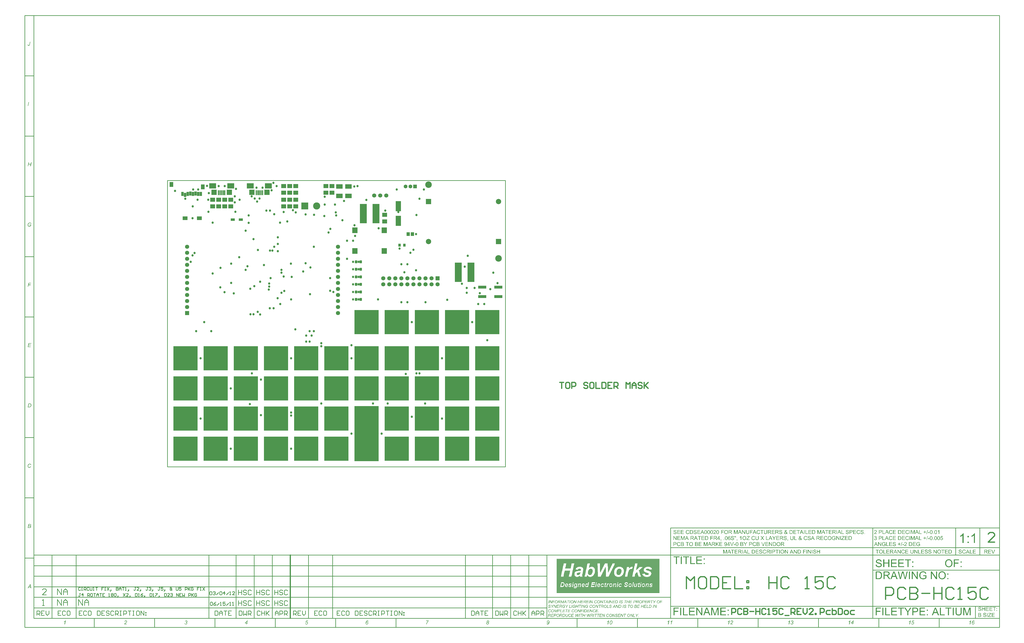
<source format=gts>
%FSLAX25Y25*%
%MOIN*%
G70*
G01*
G75*
G04 Layer_Color=8388736*
%ADD10R,0.04724X0.05512*%
%ADD11R,0.07087X0.06299*%
%ADD12R,0.11024X0.07874*%
%ADD13R,0.01575X0.07087*%
%ADD14R,0.07874X0.07874*%
%ADD15R,0.03150X0.03937*%
%ADD16R,0.12598X0.03937*%
%ADD17R,0.10630X0.31496*%
%ADD18R,0.05512X0.07480*%
%ADD19R,0.07087X0.05512*%
%ADD20R,0.03150X0.05906*%
%ADD21R,0.39370X0.39370*%
%ADD22R,0.39370X0.90551*%
%ADD23R,0.06299X0.03150*%
%ADD24R,0.07874X0.08661*%
%ADD25R,0.07874X0.15748*%
%ADD26R,0.09843X0.06693*%
%ADD27C,0.01000*%
%ADD28C,0.02000*%
%ADD29C,0.00800*%
%ADD30C,0.00700*%
%ADD31C,0.00400*%
%ADD32C,0.10000*%
%ADD33R,0.08000X0.08000*%
%ADD34C,0.08000*%
%ADD35R,0.05512X0.05512*%
%ADD36C,0.05512*%
%ADD37C,0.06000*%
%ADD38R,0.06000X0.06000*%
%ADD39R,0.06000X0.06000*%
%ADD40R,0.11024X0.11024*%
%ADD41C,0.11024*%
%ADD42C,0.03000*%
%ADD43C,0.04000*%
%ADD44C,0.14000*%
%ADD45C,0.08500*%
G04:AMPARAMS|DCode=46|XSize=105mil|YSize=105mil|CornerRadius=0mil|HoleSize=0mil|Usage=FLASHONLY|Rotation=0.000|XOffset=0mil|YOffset=0mil|HoleType=Round|Shape=Relief|Width=10mil|Gap=10mil|Entries=4|*
%AMTHD46*
7,0,0,0.10500,0.08500,0.01000,45*
%
%ADD46THD46*%
%ADD47C,0.07150*%
G04:AMPARAMS|DCode=48|XSize=95mil|YSize=95mil|CornerRadius=0mil|HoleSize=0mil|Usage=FLASHONLY|Rotation=0.000|XOffset=0mil|YOffset=0mil|HoleType=Round|Shape=Relief|Width=10mil|Gap=10mil|Entries=4|*
%AMTHD48*
7,0,0,0.09500,0.07500,0.01000,45*
%
%ADD48THD48*%
%ADD49C,0.07500*%
%ADD50C,0.07000*%
G04:AMPARAMS|DCode=51|XSize=90mil|YSize=90mil|CornerRadius=0mil|HoleSize=0mil|Usage=FLASHONLY|Rotation=0.000|XOffset=0mil|YOffset=0mil|HoleType=Round|Shape=Relief|Width=10mil|Gap=10mil|Entries=4|*
%AMTHD51*
7,0,0,0.09000,0.07000,0.01000,45*
%
%ADD51THD51*%
%ADD52C,0.10693*%
%ADD53C,0.05500*%
G04:AMPARAMS|DCode=54|XSize=75mil|YSize=75mil|CornerRadius=0mil|HoleSize=0mil|Usage=FLASHONLY|Rotation=0.000|XOffset=0mil|YOffset=0mil|HoleType=Round|Shape=Relief|Width=10mil|Gap=10mil|Entries=4|*
%AMTHD54*
7,0,0,0.07500,0.05500,0.01000,45*
%
%ADD54THD54*%
%ADD55R,0.03543X0.03740*%
%ADD56R,0.03543X0.03740*%
%ADD57R,0.06299X0.07087*%
%ADD58R,0.03937X0.12598*%
%ADD59R,0.03150X0.06299*%
%ADD60R,0.06299X0.10630*%
%ADD61R,0.03937X0.02717*%
%ADD62R,0.03740X0.03543*%
%ADD63R,0.03740X0.03543*%
%ADD64R,0.05512X0.04724*%
%ADD65R,0.13386X0.13386*%
%ADD66O,0.03347X0.00984*%
%ADD67O,0.00984X0.03347*%
%ADD68R,0.14173X0.14173*%
%ADD69R,0.02362X0.00787*%
%ADD70R,0.00787X0.02362*%
%ADD71R,0.14173X0.14173*%
%ADD72O,0.01181X0.08268*%
%ADD73O,0.08268X0.01181*%
%ADD74R,0.10630X0.06299*%
%ADD75O,0.08661X0.02362*%
%ADD76R,0.05118X0.08661*%
%ADD77R,0.07874X0.04724*%
%ADD78R,0.04331X0.02559*%
%ADD79C,0.00787*%
%ADD80C,0.00600*%
%ADD81R,0.05524X0.06312*%
%ADD82R,0.07887X0.07099*%
%ADD83R,0.11824X0.08674*%
%ADD84R,0.02375X0.07887*%
%ADD85R,0.08674X0.08674*%
%ADD86R,0.03950X0.04737*%
%ADD87R,0.13398X0.04737*%
%ADD88R,0.11430X0.32296*%
%ADD89R,0.06312X0.08280*%
%ADD90R,0.07887X0.06312*%
%ADD91R,0.03950X0.06706*%
%ADD92R,0.40170X0.40170*%
%ADD93R,0.40170X0.91351*%
%ADD94R,0.07099X0.03950*%
%ADD95R,0.08674X0.09461*%
%ADD96R,0.08674X0.16548*%
%ADD97R,0.10642X0.07493*%
%ADD98C,0.10800*%
%ADD99R,0.08800X0.08800*%
%ADD100C,0.08800*%
%ADD101R,0.06312X0.06312*%
%ADD102C,0.06312*%
%ADD103C,0.06800*%
%ADD104R,0.06800X0.06800*%
%ADD105R,0.06800X0.06800*%
%ADD106R,0.11824X0.11824*%
%ADD107C,0.11824*%
%ADD108C,0.03800*%
G36*
X1274516Y-144000D02*
X1273647D01*
X1270280Y-138964D01*
Y-144000D01*
X1269470D01*
Y-137588D01*
X1270329D01*
X1273706Y-142624D01*
Y-137588D01*
X1274516D01*
Y-144000D01*
D02*
G37*
G36*
X1242669D02*
X1241800D01*
X1238433Y-138964D01*
Y-144000D01*
X1237623D01*
Y-137588D01*
X1238482D01*
X1241859Y-142624D01*
Y-137588D01*
X1242669D01*
Y-144000D01*
D02*
G37*
G36*
X1214824D02*
X1213955D01*
X1210588Y-138964D01*
Y-144000D01*
X1209778D01*
Y-137588D01*
X1210637D01*
X1214014Y-142624D01*
Y-137588D01*
X1214824D01*
Y-144000D01*
D02*
G37*
G36*
X1130110Y-261500D02*
X1129330D01*
X1130345Y-256669D01*
X1130335Y-256679D01*
X1130315Y-256688D01*
X1130276Y-256718D01*
X1130227Y-256757D01*
X1130159Y-256796D01*
X1130071Y-256844D01*
X1129974Y-256903D01*
X1129866Y-256962D01*
X1129739Y-257030D01*
X1129603Y-257098D01*
X1129447Y-257167D01*
X1129291Y-257235D01*
X1129105Y-257303D01*
X1128920Y-257362D01*
X1128715Y-257430D01*
X1128500Y-257489D01*
X1128646Y-256776D01*
X1128656D01*
X1128676Y-256766D01*
X1128705Y-256747D01*
X1128744Y-256737D01*
X1128803Y-256708D01*
X1128861Y-256679D01*
X1129008Y-256610D01*
X1129183Y-256522D01*
X1129388Y-256415D01*
X1129593Y-256298D01*
X1129808Y-256161D01*
X1129818D01*
X1129837Y-256142D01*
X1129866Y-256122D01*
X1129905Y-256093D01*
X1130003Y-256025D01*
X1130130Y-255937D01*
X1130267Y-255829D01*
X1130413Y-255722D01*
X1130550Y-255605D01*
X1130667Y-255498D01*
X1130676Y-255488D01*
X1130696Y-255468D01*
X1130735Y-255429D01*
X1130774Y-255381D01*
X1130823Y-255312D01*
X1130881Y-255244D01*
X1130999Y-255068D01*
X1131457D01*
X1130110Y-261500D01*
D02*
G37*
G36*
X1257436Y-137490D02*
X1257504D01*
X1257670Y-137510D01*
X1257865Y-137539D01*
X1258080Y-137578D01*
X1258295Y-137636D01*
X1258500Y-137715D01*
X1258510D01*
X1258519Y-137724D01*
X1258549Y-137734D01*
X1258588Y-137754D01*
X1258685Y-137812D01*
X1258812Y-137881D01*
X1258949Y-137978D01*
X1259085Y-138095D01*
X1259222Y-138232D01*
X1259339Y-138388D01*
X1259349Y-138408D01*
X1259388Y-138466D01*
X1259437Y-138564D01*
X1259486Y-138681D01*
X1259544Y-138827D01*
X1259603Y-139003D01*
X1259642Y-139188D01*
X1259661Y-139393D01*
X1258851Y-139452D01*
Y-139442D01*
Y-139423D01*
X1258841Y-139393D01*
X1258832Y-139354D01*
X1258812Y-139247D01*
X1258773Y-139110D01*
X1258715Y-138964D01*
X1258636Y-138817D01*
X1258529Y-138671D01*
X1258402Y-138544D01*
X1258383Y-138534D01*
X1258334Y-138495D01*
X1258246Y-138447D01*
X1258129Y-138388D01*
X1257973Y-138329D01*
X1257778Y-138281D01*
X1257553Y-138242D01*
X1257290Y-138232D01*
X1257163D01*
X1257104Y-138242D01*
X1257026D01*
X1256860Y-138271D01*
X1256675Y-138300D01*
X1256489Y-138349D01*
X1256314Y-138417D01*
X1256236Y-138466D01*
X1256167Y-138515D01*
X1256157Y-138525D01*
X1256118Y-138564D01*
X1256060Y-138622D01*
X1256001Y-138710D01*
X1255933Y-138808D01*
X1255884Y-138925D01*
X1255845Y-139052D01*
X1255826Y-139198D01*
Y-139218D01*
Y-139257D01*
X1255835Y-139325D01*
X1255855Y-139403D01*
X1255884Y-139491D01*
X1255933Y-139588D01*
X1255991Y-139676D01*
X1256070Y-139764D01*
X1256079Y-139774D01*
X1256128Y-139803D01*
X1256157Y-139823D01*
X1256196Y-139852D01*
X1256255Y-139872D01*
X1256323Y-139901D01*
X1256401Y-139940D01*
X1256489Y-139979D01*
X1256587Y-140008D01*
X1256704Y-140047D01*
X1256841Y-140096D01*
X1256987Y-140135D01*
X1257153Y-140174D01*
X1257338Y-140223D01*
X1257348D01*
X1257387Y-140233D01*
X1257436Y-140242D01*
X1257504Y-140262D01*
X1257592Y-140281D01*
X1257690Y-140311D01*
X1257905Y-140359D01*
X1258139Y-140428D01*
X1258373Y-140496D01*
X1258490Y-140525D01*
X1258588Y-140565D01*
X1258685Y-140603D01*
X1258763Y-140633D01*
X1258773D01*
X1258793Y-140643D01*
X1258812Y-140662D01*
X1258851Y-140682D01*
X1258949Y-140740D01*
X1259076Y-140808D01*
X1259212Y-140906D01*
X1259349Y-141023D01*
X1259476Y-141150D01*
X1259583Y-141287D01*
X1259593Y-141306D01*
X1259622Y-141355D01*
X1259671Y-141433D01*
X1259720Y-141550D01*
X1259769Y-141677D01*
X1259817Y-141833D01*
X1259847Y-142009D01*
X1259857Y-142194D01*
Y-142204D01*
Y-142214D01*
Y-142243D01*
Y-142282D01*
X1259837Y-142380D01*
X1259817Y-142507D01*
X1259788Y-142653D01*
X1259730Y-142819D01*
X1259661Y-142995D01*
X1259564Y-143161D01*
X1259554Y-143180D01*
X1259505Y-143239D01*
X1259447Y-143317D01*
X1259349Y-143414D01*
X1259232Y-143532D01*
X1259085Y-143649D01*
X1258910Y-143756D01*
X1258715Y-143863D01*
X1258705D01*
X1258685Y-143873D01*
X1258656Y-143883D01*
X1258617Y-143902D01*
X1258568Y-143922D01*
X1258510Y-143941D01*
X1258353Y-143981D01*
X1258178Y-144029D01*
X1257963Y-144068D01*
X1257739Y-144098D01*
X1257485Y-144107D01*
X1257338D01*
X1257270Y-144098D01*
X1257182D01*
X1257085Y-144088D01*
X1256977Y-144078D01*
X1256753Y-144049D01*
X1256509Y-144000D01*
X1256265Y-143941D01*
X1256031Y-143863D01*
X1256021D01*
X1256001Y-143854D01*
X1255972Y-143834D01*
X1255933Y-143815D01*
X1255826Y-143756D01*
X1255699Y-143668D01*
X1255543Y-143561D01*
X1255396Y-143434D01*
X1255240Y-143278D01*
X1255103Y-143102D01*
Y-143092D01*
X1255094Y-143083D01*
X1255074Y-143053D01*
X1255055Y-143014D01*
X1255025Y-142965D01*
X1254996Y-142907D01*
X1254937Y-142761D01*
X1254879Y-142595D01*
X1254820Y-142390D01*
X1254781Y-142175D01*
X1254762Y-141941D01*
X1255562Y-141872D01*
Y-141882D01*
Y-141892D01*
X1255572Y-141950D01*
X1255591Y-142038D01*
X1255611Y-142155D01*
X1255650Y-142282D01*
X1255689Y-142419D01*
X1255748Y-142546D01*
X1255816Y-142673D01*
X1255826Y-142682D01*
X1255855Y-142721D01*
X1255904Y-142780D01*
X1255982Y-142848D01*
X1256070Y-142926D01*
X1256177Y-143014D01*
X1256314Y-143092D01*
X1256460Y-143170D01*
X1256470D01*
X1256479Y-143180D01*
X1256538Y-143200D01*
X1256626Y-143229D01*
X1256753Y-143258D01*
X1256889Y-143297D01*
X1257065Y-143327D01*
X1257251Y-143346D01*
X1257446Y-143356D01*
X1257524D01*
X1257621Y-143346D01*
X1257729Y-143336D01*
X1257865Y-143327D01*
X1258002Y-143297D01*
X1258148Y-143268D01*
X1258295Y-143219D01*
X1258314Y-143209D01*
X1258353Y-143190D01*
X1258422Y-143161D01*
X1258500Y-143112D01*
X1258597Y-143053D01*
X1258685Y-142985D01*
X1258773Y-142907D01*
X1258851Y-142819D01*
X1258861Y-142809D01*
X1258881Y-142770D01*
X1258910Y-142721D01*
X1258949Y-142653D01*
X1258978Y-142575D01*
X1259007Y-142477D01*
X1259027Y-142380D01*
X1259037Y-142272D01*
Y-142263D01*
Y-142224D01*
X1259027Y-142165D01*
X1259017Y-142097D01*
X1258998Y-142009D01*
X1258959Y-141921D01*
X1258920Y-141833D01*
X1258861Y-141745D01*
X1258851Y-141736D01*
X1258832Y-141706D01*
X1258783Y-141667D01*
X1258724Y-141609D01*
X1258646Y-141550D01*
X1258549Y-141492D01*
X1258422Y-141423D01*
X1258285Y-141365D01*
X1258275Y-141355D01*
X1258236Y-141345D01*
X1258158Y-141326D01*
X1258109Y-141306D01*
X1258051Y-141287D01*
X1257973Y-141267D01*
X1257895Y-141248D01*
X1257797Y-141218D01*
X1257699Y-141189D01*
X1257582Y-141160D01*
X1257446Y-141131D01*
X1257299Y-141092D01*
X1257143Y-141052D01*
X1257133D01*
X1257104Y-141043D01*
X1257055Y-141033D01*
X1256997Y-141013D01*
X1256929Y-140994D01*
X1256850Y-140974D01*
X1256665Y-140926D01*
X1256460Y-140857D01*
X1256255Y-140789D01*
X1256070Y-140721D01*
X1255982Y-140691D01*
X1255913Y-140652D01*
X1255904D01*
X1255894Y-140643D01*
X1255835Y-140603D01*
X1255757Y-140555D01*
X1255660Y-140486D01*
X1255543Y-140399D01*
X1255435Y-140301D01*
X1255328Y-140184D01*
X1255230Y-140057D01*
X1255221Y-140037D01*
X1255191Y-139989D01*
X1255162Y-139920D01*
X1255123Y-139823D01*
X1255074Y-139706D01*
X1255045Y-139569D01*
X1255015Y-139413D01*
X1255006Y-139257D01*
Y-139247D01*
Y-139237D01*
Y-139208D01*
Y-139169D01*
X1255025Y-139081D01*
X1255045Y-138964D01*
X1255074Y-138817D01*
X1255123Y-138671D01*
X1255191Y-138505D01*
X1255279Y-138349D01*
Y-138339D01*
X1255289Y-138329D01*
X1255328Y-138281D01*
X1255396Y-138203D01*
X1255484Y-138105D01*
X1255591Y-138007D01*
X1255728Y-137900D01*
X1255894Y-137793D01*
X1256079Y-137705D01*
X1256089D01*
X1256099Y-137695D01*
X1256128Y-137685D01*
X1256177Y-137666D01*
X1256226Y-137656D01*
X1256284Y-137636D01*
X1256421Y-137588D01*
X1256597Y-137549D01*
X1256792Y-137519D01*
X1257016Y-137490D01*
X1257251Y-137480D01*
X1257368D01*
X1257436Y-137490D01*
D02*
G37*
G36*
X1219187D02*
X1219265Y-137500D01*
X1219362Y-137510D01*
X1219470Y-137519D01*
X1219587Y-137539D01*
X1219841Y-137597D01*
X1220114Y-137685D01*
X1220250Y-137744D01*
X1220387Y-137812D01*
X1220514Y-137890D01*
X1220641Y-137978D01*
X1220651Y-137988D01*
X1220670Y-137998D01*
X1220699Y-138027D01*
X1220748Y-138066D01*
X1220797Y-138115D01*
X1220865Y-138183D01*
X1220934Y-138251D01*
X1221002Y-138329D01*
X1221080Y-138427D01*
X1221148Y-138525D01*
X1221226Y-138642D01*
X1221305Y-138769D01*
X1221373Y-138895D01*
X1221441Y-139042D01*
X1221558Y-139354D01*
X1220719Y-139549D01*
Y-139540D01*
X1220709Y-139520D01*
X1220699Y-139481D01*
X1220680Y-139432D01*
X1220651Y-139374D01*
X1220621Y-139305D01*
X1220553Y-139159D01*
X1220465Y-138993D01*
X1220348Y-138817D01*
X1220221Y-138661D01*
X1220065Y-138525D01*
X1220045Y-138515D01*
X1219987Y-138476D01*
X1219899Y-138427D01*
X1219772Y-138359D01*
X1219626Y-138300D01*
X1219440Y-138251D01*
X1219235Y-138212D01*
X1219001Y-138203D01*
X1218933D01*
X1218884Y-138212D01*
X1218816D01*
X1218747Y-138222D01*
X1218572Y-138251D01*
X1218377Y-138290D01*
X1218172Y-138359D01*
X1217967Y-138447D01*
X1217771Y-138564D01*
X1217762D01*
X1217752Y-138583D01*
X1217693Y-138632D01*
X1217605Y-138710D01*
X1217498Y-138817D01*
X1217391Y-138954D01*
X1217274Y-139110D01*
X1217166Y-139305D01*
X1217078Y-139520D01*
Y-139530D01*
X1217069Y-139549D01*
X1217059Y-139579D01*
X1217049Y-139628D01*
X1217030Y-139676D01*
X1217020Y-139745D01*
X1216981Y-139901D01*
X1216942Y-140086D01*
X1216912Y-140291D01*
X1216893Y-140516D01*
X1216883Y-140750D01*
Y-140760D01*
Y-140789D01*
Y-140828D01*
Y-140887D01*
X1216893Y-140955D01*
Y-141043D01*
X1216903Y-141131D01*
X1216912Y-141228D01*
X1216942Y-141453D01*
X1216981Y-141697D01*
X1217039Y-141941D01*
X1217117Y-142175D01*
Y-142185D01*
X1217127Y-142204D01*
X1217147Y-142233D01*
X1217166Y-142272D01*
X1217215Y-142390D01*
X1217293Y-142517D01*
X1217400Y-142673D01*
X1217527Y-142819D01*
X1217674Y-142965D01*
X1217849Y-143092D01*
X1217859D01*
X1217869Y-143102D01*
X1217898Y-143122D01*
X1217937Y-143141D01*
X1218045Y-143180D01*
X1218181Y-143239D01*
X1218337Y-143288D01*
X1218523Y-143336D01*
X1218728Y-143375D01*
X1218943Y-143385D01*
X1219011D01*
X1219060Y-143375D01*
X1219118D01*
X1219196Y-143366D01*
X1219362Y-143336D01*
X1219548Y-143288D01*
X1219753Y-143209D01*
X1219948Y-143112D01*
X1220143Y-142975D01*
X1220153Y-142965D01*
X1220163Y-142956D01*
X1220221Y-142897D01*
X1220309Y-142799D01*
X1220416Y-142673D01*
X1220524Y-142497D01*
X1220641Y-142292D01*
X1220738Y-142038D01*
X1220817Y-141755D01*
X1221666Y-141970D01*
Y-141980D01*
X1221656Y-142019D01*
X1221636Y-142068D01*
X1221617Y-142146D01*
X1221578Y-142224D01*
X1221539Y-142331D01*
X1221500Y-142438D01*
X1221441Y-142555D01*
X1221314Y-142819D01*
X1221139Y-143083D01*
X1220943Y-143336D01*
X1220826Y-143453D01*
X1220699Y-143561D01*
X1220690Y-143571D01*
X1220670Y-143580D01*
X1220631Y-143610D01*
X1220572Y-143649D01*
X1220504Y-143688D01*
X1220426Y-143737D01*
X1220338Y-143785D01*
X1220231Y-143834D01*
X1220114Y-143883D01*
X1219987Y-143932D01*
X1219841Y-143981D01*
X1219694Y-144019D01*
X1219372Y-144088D01*
X1219196Y-144098D01*
X1219011Y-144107D01*
X1218913D01*
X1218835Y-144098D01*
X1218747D01*
X1218650Y-144088D01*
X1218533Y-144068D01*
X1218416Y-144059D01*
X1218142Y-144000D01*
X1217859Y-143932D01*
X1217586Y-143824D01*
X1217449Y-143766D01*
X1217322Y-143688D01*
X1217313Y-143678D01*
X1217293Y-143668D01*
X1217264Y-143639D01*
X1217215Y-143610D01*
X1217098Y-143512D01*
X1216961Y-143375D01*
X1216795Y-143209D01*
X1216639Y-142995D01*
X1216473Y-142751D01*
X1216337Y-142468D01*
Y-142458D01*
X1216327Y-142429D01*
X1216307Y-142390D01*
X1216288Y-142331D01*
X1216259Y-142253D01*
X1216229Y-142165D01*
X1216200Y-142068D01*
X1216171Y-141950D01*
X1216141Y-141833D01*
X1216112Y-141697D01*
X1216054Y-141404D01*
X1216015Y-141092D01*
X1216005Y-140750D01*
Y-140740D01*
Y-140701D01*
Y-140652D01*
X1216015Y-140584D01*
Y-140496D01*
X1216024Y-140389D01*
X1216034Y-140281D01*
X1216054Y-140155D01*
X1216102Y-139881D01*
X1216161Y-139588D01*
X1216259Y-139286D01*
X1216385Y-139003D01*
Y-138993D01*
X1216405Y-138974D01*
X1216424Y-138935D01*
X1216454Y-138876D01*
X1216493Y-138817D01*
X1216542Y-138749D01*
X1216669Y-138583D01*
X1216815Y-138398D01*
X1217000Y-138212D01*
X1217225Y-138027D01*
X1217469Y-137871D01*
X1217479D01*
X1217498Y-137851D01*
X1217537Y-137832D01*
X1217596Y-137812D01*
X1217654Y-137783D01*
X1217732Y-137744D01*
X1217830Y-137715D01*
X1217927Y-137675D01*
X1218035Y-137636D01*
X1218152Y-137607D01*
X1218416Y-137539D01*
X1218708Y-137500D01*
X1219021Y-137480D01*
X1219118D01*
X1219187Y-137490D01*
D02*
G37*
G36*
X1035498Y-255078D02*
X1035566D01*
X1035644Y-255097D01*
X1035830Y-255127D01*
X1036035Y-255185D01*
X1036240Y-255273D01*
X1036347Y-255322D01*
X1036454Y-255390D01*
X1036552Y-255459D01*
X1036650Y-255546D01*
X1036659Y-255556D01*
X1036669Y-255566D01*
X1036698Y-255595D01*
X1036728Y-255634D01*
X1036806Y-255732D01*
X1036894Y-255869D01*
X1036981Y-256044D01*
X1037059Y-256239D01*
X1037118Y-256464D01*
X1037128Y-256591D01*
X1037138Y-256718D01*
Y-256727D01*
Y-256737D01*
Y-256766D01*
Y-256805D01*
X1037128Y-256893D01*
X1037108Y-257020D01*
X1037069Y-257157D01*
X1037030Y-257303D01*
X1036962Y-257459D01*
X1036874Y-257606D01*
X1036864Y-257625D01*
X1036825Y-257664D01*
X1036767Y-257742D01*
X1036679Y-257830D01*
X1036562Y-257928D01*
X1036425Y-258025D01*
X1036269Y-258133D01*
X1036084Y-258230D01*
X1036103Y-258240D01*
X1036142Y-258269D01*
X1036210Y-258318D01*
X1036289Y-258387D01*
X1036386Y-258465D01*
X1036474Y-258553D01*
X1036562Y-258660D01*
X1036640Y-258777D01*
X1036650Y-258787D01*
X1036669Y-258836D01*
X1036698Y-258894D01*
X1036737Y-258982D01*
X1036777Y-259089D01*
X1036806Y-259206D01*
X1036825Y-259343D01*
X1036835Y-259489D01*
Y-259499D01*
Y-259528D01*
Y-259577D01*
X1036825Y-259636D01*
X1036815Y-259704D01*
X1036796Y-259792D01*
X1036777Y-259890D01*
X1036757Y-259997D01*
X1036679Y-260231D01*
X1036620Y-260358D01*
X1036562Y-260485D01*
X1036484Y-260612D01*
X1036396Y-260739D01*
X1036298Y-260866D01*
X1036181Y-260983D01*
X1036171Y-260993D01*
X1036152Y-261012D01*
X1036113Y-261041D01*
X1036064Y-261080D01*
X1036005Y-261129D01*
X1035927Y-261178D01*
X1035839Y-261237D01*
X1035752Y-261295D01*
X1035644Y-261354D01*
X1035517Y-261412D01*
X1035264Y-261510D01*
X1035117Y-261549D01*
X1034961Y-261578D01*
X1034805Y-261598D01*
X1034639Y-261607D01*
X1034551D01*
X1034493Y-261598D01*
X1034424Y-261588D01*
X1034336Y-261578D01*
X1034239Y-261568D01*
X1034141Y-261549D01*
X1033917Y-261490D01*
X1033683Y-261402D01*
X1033565Y-261354D01*
X1033448Y-261285D01*
X1033341Y-261217D01*
X1033234Y-261129D01*
X1033224Y-261119D01*
X1033214Y-261110D01*
X1033185Y-261080D01*
X1033146Y-261041D01*
X1033107Y-260993D01*
X1033058Y-260934D01*
X1033009Y-260866D01*
X1032960Y-260778D01*
X1032853Y-260592D01*
X1032755Y-260368D01*
X1032677Y-260114D01*
X1032658Y-259968D01*
X1032638Y-259821D01*
X1033409Y-259724D01*
Y-259733D01*
Y-259753D01*
X1033419Y-259792D01*
X1033429Y-259831D01*
X1033448Y-259958D01*
X1033487Y-260104D01*
X1033536Y-260261D01*
X1033605Y-260426D01*
X1033683Y-260573D01*
X1033790Y-260700D01*
X1033800Y-260709D01*
X1033848Y-260739D01*
X1033907Y-260788D01*
X1034005Y-260836D01*
X1034112Y-260895D01*
X1034249Y-260934D01*
X1034405Y-260973D01*
X1034581Y-260983D01*
X1034639D01*
X1034678Y-260973D01*
X1034785Y-260963D01*
X1034932Y-260934D01*
X1035088Y-260885D01*
X1035254Y-260807D01*
X1035430Y-260709D01*
X1035596Y-260573D01*
X1035605Y-260563D01*
X1035615Y-260553D01*
X1035664Y-260495D01*
X1035732Y-260407D01*
X1035810Y-260290D01*
X1035888Y-260153D01*
X1035957Y-259987D01*
X1036005Y-259802D01*
X1036025Y-259704D01*
Y-259607D01*
Y-259597D01*
Y-259587D01*
Y-259528D01*
X1036005Y-259441D01*
X1035986Y-259333D01*
X1035947Y-259206D01*
X1035888Y-259080D01*
X1035810Y-258953D01*
X1035703Y-258826D01*
X1035693Y-258816D01*
X1035644Y-258777D01*
X1035576Y-258728D01*
X1035478Y-258670D01*
X1035351Y-258611D01*
X1035205Y-258562D01*
X1035039Y-258523D01*
X1034844Y-258513D01*
X1034756D01*
X1034717Y-258523D01*
X1034659D01*
X1034590Y-258533D01*
X1034727Y-257879D01*
X1034795D01*
X1034863Y-257889D01*
X1035010D01*
X1035059Y-257879D01*
X1035108D01*
X1035176Y-257869D01*
X1035332Y-257850D01*
X1035498Y-257811D01*
X1035674Y-257752D01*
X1035839Y-257674D01*
X1035986Y-257567D01*
X1036005Y-257547D01*
X1036045Y-257508D01*
X1036103Y-257440D01*
X1036171Y-257342D01*
X1036230Y-257225D01*
X1036289Y-257088D01*
X1036327Y-256932D01*
X1036347Y-256757D01*
Y-256747D01*
Y-256737D01*
Y-256679D01*
X1036327Y-256600D01*
X1036308Y-256493D01*
X1036269Y-256376D01*
X1036220Y-256249D01*
X1036142Y-256122D01*
X1036045Y-256005D01*
X1036035Y-255995D01*
X1035996Y-255956D01*
X1035927Y-255908D01*
X1035839Y-255849D01*
X1035732Y-255800D01*
X1035605Y-255751D01*
X1035469Y-255712D01*
X1035312Y-255703D01*
X1035244D01*
X1035166Y-255722D01*
X1035059Y-255742D01*
X1034942Y-255781D01*
X1034815Y-255829D01*
X1034678Y-255908D01*
X1034551Y-256015D01*
X1034541Y-256025D01*
X1034493Y-256073D01*
X1034434Y-256142D01*
X1034366Y-256239D01*
X1034297Y-256366D01*
X1034229Y-256513D01*
X1034171Y-256688D01*
X1034122Y-256884D01*
X1033341Y-256727D01*
Y-256718D01*
X1033351Y-256688D01*
X1033360Y-256649D01*
X1033380Y-256600D01*
X1033399Y-256532D01*
X1033429Y-256454D01*
X1033507Y-256278D01*
X1033605Y-256083D01*
X1033731Y-255878D01*
X1033887Y-255683D01*
X1034073Y-255507D01*
X1034083Y-255498D01*
X1034102Y-255488D01*
X1034132Y-255468D01*
X1034171Y-255439D01*
X1034219Y-255410D01*
X1034288Y-255371D01*
X1034356Y-255332D01*
X1034444Y-255283D01*
X1034629Y-255205D01*
X1034854Y-255136D01*
X1035098Y-255088D01*
X1035234Y-255068D01*
X1035449D01*
X1035498Y-255078D01*
D02*
G37*
G36*
X1136103Y-259167D02*
X1137020D01*
X1136874Y-259870D01*
X1135957D01*
X1135605Y-261500D01*
X1134824D01*
X1135166Y-259870D01*
X1132560D01*
X1132726Y-259089D01*
X1136327Y-255097D01*
X1136962D01*
X1136103Y-259167D01*
D02*
G37*
G36*
X1287487Y-138339D02*
X1285379D01*
Y-144000D01*
X1284530D01*
Y-138339D01*
X1282422D01*
Y-137588D01*
X1287487D01*
Y-138339D01*
D02*
G37*
G36*
X1253727D02*
X1249940D01*
Y-140311D01*
X1253483D01*
Y-141062D01*
X1249940D01*
Y-143248D01*
X1253874D01*
Y-144000D01*
X1249091D01*
Y-137588D01*
X1253727D01*
Y-138339D01*
D02*
G37*
G36*
X1244904Y-143248D02*
X1248057D01*
Y-144000D01*
X1244055D01*
Y-137588D01*
X1244904D01*
Y-143248D01*
D02*
G37*
G36*
X1293021Y-138339D02*
X1289234D01*
Y-140311D01*
X1292777D01*
Y-141062D01*
X1289234D01*
Y-143248D01*
X1293167D01*
Y-144000D01*
X1288385D01*
Y-137588D01*
X1293021D01*
Y-138339D01*
D02*
G37*
G36*
X1236218Y-141297D02*
Y-141306D01*
Y-141335D01*
Y-141384D01*
Y-141453D01*
X1236208Y-141541D01*
Y-141628D01*
X1236198Y-141736D01*
X1236189Y-141853D01*
X1236159Y-142097D01*
X1236120Y-142351D01*
X1236071Y-142604D01*
X1235993Y-142829D01*
Y-142839D01*
X1235983Y-142858D01*
X1235974Y-142887D01*
X1235954Y-142926D01*
X1235896Y-143024D01*
X1235818Y-143161D01*
X1235710Y-143307D01*
X1235574Y-143463D01*
X1235398Y-143610D01*
X1235203Y-143756D01*
X1235193D01*
X1235173Y-143775D01*
X1235144Y-143785D01*
X1235095Y-143815D01*
X1235047Y-143834D01*
X1234978Y-143863D01*
X1234890Y-143902D01*
X1234803Y-143932D01*
X1234705Y-143961D01*
X1234588Y-144000D01*
X1234471Y-144029D01*
X1234334Y-144049D01*
X1234041Y-144088D01*
X1233709Y-144107D01*
X1233622D01*
X1233563Y-144098D01*
X1233485D01*
X1233397Y-144088D01*
X1233300Y-144078D01*
X1233192Y-144068D01*
X1232958Y-144029D01*
X1232714Y-143981D01*
X1232460Y-143902D01*
X1232236Y-143805D01*
X1232226D01*
X1232206Y-143785D01*
X1232187Y-143775D01*
X1232148Y-143746D01*
X1232041Y-143678D01*
X1231923Y-143571D01*
X1231787Y-143444D01*
X1231660Y-143297D01*
X1231533Y-143112D01*
X1231426Y-142907D01*
Y-142897D01*
X1231416Y-142878D01*
X1231406Y-142848D01*
X1231387Y-142799D01*
X1231367Y-142741D01*
X1231347Y-142663D01*
X1231328Y-142575D01*
X1231308Y-142477D01*
X1231279Y-142370D01*
X1231260Y-142253D01*
X1231240Y-142116D01*
X1231221Y-141980D01*
X1231201Y-141823D01*
X1231191Y-141658D01*
X1231182Y-141482D01*
Y-141297D01*
Y-137588D01*
X1232031D01*
Y-141297D01*
Y-141306D01*
Y-141335D01*
Y-141375D01*
Y-141433D01*
Y-141501D01*
X1232041Y-141579D01*
X1232050Y-141765D01*
X1232070Y-141960D01*
X1232089Y-142165D01*
X1232128Y-142360D01*
X1232148Y-142448D01*
X1232177Y-142526D01*
X1232187Y-142546D01*
X1232206Y-142595D01*
X1232245Y-142663D01*
X1232304Y-142751D01*
X1232372Y-142848D01*
X1232470Y-142956D01*
X1232577Y-143053D01*
X1232714Y-143141D01*
X1232733Y-143151D01*
X1232782Y-143170D01*
X1232860Y-143209D01*
X1232968Y-143239D01*
X1233104Y-143278D01*
X1233261Y-143317D01*
X1233436Y-143336D01*
X1233631Y-143346D01*
X1233719D01*
X1233788Y-143336D01*
X1233866D01*
X1233953Y-143327D01*
X1234149Y-143297D01*
X1234373Y-143239D01*
X1234588Y-143170D01*
X1234793Y-143063D01*
X1234890Y-143005D01*
X1234968Y-142926D01*
Y-142917D01*
X1234988Y-142907D01*
X1235007Y-142878D01*
X1235027Y-142839D01*
X1235066Y-142790D01*
X1235095Y-142731D01*
X1235134Y-142653D01*
X1235173Y-142565D01*
X1235203Y-142458D01*
X1235242Y-142341D01*
X1235281Y-142214D01*
X1235310Y-142058D01*
X1235330Y-141892D01*
X1235349Y-141716D01*
X1235369Y-141511D01*
Y-141297D01*
Y-137588D01*
X1236218D01*
Y-141297D01*
D02*
G37*
G36*
X1230110Y-261500D02*
X1229330D01*
X1230345Y-256669D01*
X1230335Y-256679D01*
X1230315Y-256688D01*
X1230276Y-256718D01*
X1230227Y-256757D01*
X1230159Y-256796D01*
X1230071Y-256844D01*
X1229974Y-256903D01*
X1229866Y-256962D01*
X1229739Y-257030D01*
X1229603Y-257098D01*
X1229447Y-257167D01*
X1229291Y-257235D01*
X1229105Y-257303D01*
X1228920Y-257362D01*
X1228715Y-257430D01*
X1228500Y-257489D01*
X1228646Y-256776D01*
X1228656D01*
X1228676Y-256766D01*
X1228705Y-256747D01*
X1228744Y-256737D01*
X1228803Y-256708D01*
X1228861Y-256679D01*
X1229008Y-256610D01*
X1229183Y-256522D01*
X1229388Y-256415D01*
X1229593Y-256298D01*
X1229808Y-256161D01*
X1229818D01*
X1229837Y-256142D01*
X1229866Y-256122D01*
X1229905Y-256093D01*
X1230003Y-256025D01*
X1230130Y-255937D01*
X1230267Y-255829D01*
X1230413Y-255722D01*
X1230550Y-255605D01*
X1230667Y-255498D01*
X1230676Y-255488D01*
X1230696Y-255468D01*
X1230735Y-255429D01*
X1230774Y-255381D01*
X1230823Y-255312D01*
X1230881Y-255244D01*
X1230999Y-255068D01*
X1231457D01*
X1230110Y-261500D01*
D02*
G37*
G36*
X1296964Y-137597D02*
X1297140Y-137607D01*
X1297335Y-137627D01*
X1297520Y-137656D01*
X1297676Y-137685D01*
X1297686D01*
X1297706Y-137695D01*
X1297725D01*
X1297764Y-137715D01*
X1297872Y-137744D01*
X1297999Y-137793D01*
X1298145Y-137851D01*
X1298301Y-137929D01*
X1298457Y-138027D01*
X1298613Y-138144D01*
X1298623D01*
X1298633Y-138163D01*
X1298701Y-138222D01*
X1298789Y-138320D01*
X1298897Y-138447D01*
X1299023Y-138603D01*
X1299150Y-138788D01*
X1299267Y-139003D01*
X1299375Y-139247D01*
Y-139257D01*
X1299384Y-139276D01*
X1299394Y-139315D01*
X1299414Y-139364D01*
X1299433Y-139423D01*
X1299453Y-139501D01*
X1299482Y-139588D01*
X1299502Y-139686D01*
X1299521Y-139793D01*
X1299550Y-139911D01*
X1299589Y-140164D01*
X1299619Y-140447D01*
X1299629Y-140760D01*
Y-140769D01*
Y-140789D01*
Y-140828D01*
Y-140887D01*
X1299619Y-140945D01*
Y-141023D01*
X1299609Y-141199D01*
X1299589Y-141394D01*
X1299550Y-141619D01*
X1299511Y-141843D01*
X1299453Y-142058D01*
Y-142068D01*
X1299443Y-142087D01*
X1299433Y-142116D01*
X1299424Y-142155D01*
X1299384Y-142253D01*
X1299336Y-142390D01*
X1299277Y-142536D01*
X1299199Y-142692D01*
X1299111Y-142848D01*
X1299014Y-142995D01*
X1299004Y-143014D01*
X1298965Y-143053D01*
X1298916Y-143122D01*
X1298838Y-143209D01*
X1298760Y-143297D01*
X1298652Y-143395D01*
X1298545Y-143492D01*
X1298428Y-143580D01*
X1298418Y-143590D01*
X1298369Y-143610D01*
X1298301Y-143649D01*
X1298213Y-143697D01*
X1298106Y-143746D01*
X1297979Y-143795D01*
X1297833Y-143844D01*
X1297667Y-143893D01*
X1297647D01*
X1297589Y-143912D01*
X1297501Y-143922D01*
X1297374Y-143941D01*
X1297227Y-143961D01*
X1297052Y-143981D01*
X1296857Y-143990D01*
X1296642Y-144000D01*
X1294339D01*
Y-137588D01*
X1296798D01*
X1296964Y-137597D01*
D02*
G37*
G36*
X935488Y-255078D02*
X935625Y-255097D01*
X935771Y-255127D01*
X935937Y-255166D01*
X936113Y-255224D01*
X936279Y-255302D01*
X936289D01*
X936298Y-255312D01*
X936357Y-255341D01*
X936435Y-255390D01*
X936532Y-255468D01*
X936640Y-255556D01*
X936757Y-255663D01*
X936855Y-255790D01*
X936952Y-255937D01*
X936962Y-255956D01*
X936991Y-256005D01*
X937020Y-256093D01*
X937069Y-256200D01*
X937108Y-256327D01*
X937138Y-256464D01*
X937167Y-256620D01*
X937177Y-256786D01*
Y-256796D01*
Y-256815D01*
Y-256844D01*
X937167Y-256893D01*
Y-256952D01*
X937157Y-257020D01*
X937118Y-257176D01*
X937069Y-257371D01*
X936981Y-257576D01*
X936874Y-257791D01*
X936796Y-257908D01*
X936718Y-258016D01*
X936708Y-258035D01*
X936679Y-258055D01*
X936650Y-258094D01*
X936611Y-258133D01*
X936562Y-258191D01*
X936493Y-258260D01*
X936406Y-258338D01*
X936308Y-258426D01*
X936191Y-258533D01*
X936064Y-258650D01*
X935908Y-258777D01*
X935732Y-258923D01*
X935537Y-259089D01*
X935322Y-259265D01*
X935078Y-259460D01*
X935069Y-259470D01*
X935049Y-259480D01*
X935020Y-259509D01*
X934981Y-259538D01*
X934883Y-259626D01*
X934746Y-259733D01*
X934610Y-259851D01*
X934463Y-259987D01*
X934327Y-260114D01*
X934210Y-260231D01*
X934200Y-260241D01*
X934161Y-260280D01*
X934112Y-260339D01*
X934053Y-260407D01*
X933985Y-260495D01*
X933907Y-260583D01*
X933839Y-260680D01*
X933780Y-260778D01*
X936650D01*
X936493Y-261500D01*
X932677D01*
Y-261490D01*
X932687Y-261471D01*
Y-261441D01*
X932697Y-261402D01*
X932726Y-261305D01*
X932765Y-261168D01*
X932814Y-261022D01*
X932863Y-260866D01*
X932931Y-260700D01*
X933009Y-260553D01*
X933019Y-260534D01*
X933048Y-260485D01*
X933097Y-260407D01*
X933165Y-260319D01*
X933243Y-260202D01*
X933341Y-260075D01*
X933448Y-259948D01*
X933575Y-259821D01*
X933595Y-259802D01*
X933614Y-259782D01*
X933644Y-259753D01*
X933692Y-259714D01*
X933741Y-259665D01*
X933809Y-259607D01*
X933887Y-259538D01*
X933975Y-259470D01*
X934073Y-259382D01*
X934190Y-259284D01*
X934317Y-259177D01*
X934454Y-259060D01*
X934610Y-258933D01*
X934776Y-258797D01*
X934961Y-258650D01*
X934971Y-258640D01*
X934990Y-258631D01*
X935020Y-258601D01*
X935059Y-258572D01*
X935166Y-258484D01*
X935303Y-258367D01*
X935439Y-258250D01*
X935576Y-258133D01*
X935703Y-258016D01*
X935810Y-257918D01*
X935820Y-257899D01*
X935859Y-257859D01*
X935918Y-257791D01*
X935986Y-257703D01*
X936064Y-257606D01*
X936142Y-257498D01*
X936220Y-257371D01*
X936279Y-257254D01*
X936289Y-257245D01*
X936298Y-257215D01*
X936318Y-257167D01*
X936337Y-257108D01*
X936357Y-257040D01*
X936367Y-256952D01*
X936386Y-256864D01*
Y-256766D01*
Y-256757D01*
Y-256747D01*
Y-256688D01*
X936367Y-256610D01*
X936347Y-256503D01*
X936308Y-256386D01*
X936259Y-256259D01*
X936181Y-256132D01*
X936074Y-256015D01*
X936064Y-256005D01*
X936015Y-255966D01*
X935947Y-255917D01*
X935859Y-255859D01*
X935752Y-255800D01*
X935615Y-255751D01*
X935469Y-255712D01*
X935303Y-255703D01*
X935225D01*
X935147Y-255722D01*
X935039Y-255742D01*
X934912Y-255781D01*
X934776Y-255839D01*
X934649Y-255917D01*
X934512Y-256025D01*
X934502Y-256034D01*
X934463Y-256083D01*
X934405Y-256161D01*
X934327Y-256269D01*
X934249Y-256405D01*
X934171Y-256571D01*
X934102Y-256776D01*
X934044Y-257020D01*
X933273Y-256913D01*
Y-256903D01*
X933282Y-256874D01*
Y-256835D01*
X933302Y-256766D01*
X933312Y-256698D01*
X933331Y-256610D01*
X933399Y-256425D01*
X933478Y-256210D01*
X933595Y-255986D01*
X933741Y-255761D01*
X933829Y-255663D01*
X933927Y-255566D01*
X933936Y-255556D01*
X933956Y-255546D01*
X933985Y-255517D01*
X934024Y-255488D01*
X934083Y-255449D01*
X934141Y-255410D01*
X934219Y-255361D01*
X934307Y-255312D01*
X934502Y-255224D01*
X934737Y-255146D01*
X935000Y-255088D01*
X935147Y-255078D01*
X935293Y-255068D01*
X935381D01*
X935488Y-255078D01*
D02*
G37*
G36*
X1368618Y-144000D02*
X1367750D01*
X1365261Y-137588D01*
X1366188D01*
X1367847Y-142243D01*
Y-142253D01*
X1367857Y-142272D01*
X1367867Y-142302D01*
X1367886Y-142341D01*
X1367916Y-142448D01*
X1367964Y-142585D01*
X1368023Y-142751D01*
X1368081Y-142926D01*
X1368189Y-143297D01*
Y-143288D01*
X1368199Y-143278D01*
X1368208Y-143248D01*
X1368218Y-143209D01*
X1368247Y-143102D01*
X1368286Y-142965D01*
X1368335Y-142809D01*
X1368394Y-142634D01*
X1368462Y-142438D01*
X1368530Y-142243D01*
X1370268Y-137588D01*
X1371127D01*
X1368618Y-144000D01*
D02*
G37*
G36*
X1364607Y-138339D02*
X1360820D01*
Y-140311D01*
X1364363D01*
Y-141062D01*
X1360820D01*
Y-143248D01*
X1364753D01*
Y-144000D01*
X1359971D01*
Y-137588D01*
X1364607D01*
Y-138339D01*
D02*
G37*
G36*
X1258196Y-111607D02*
X1257571D01*
X1259426Y-104980D01*
X1260050D01*
X1258196Y-111607D01*
D02*
G37*
G36*
X1173391Y-105068D02*
X1173469Y-105078D01*
X1173557Y-105088D01*
X1173655Y-105097D01*
X1173762Y-105127D01*
X1173996Y-105185D01*
X1174240Y-105273D01*
X1174367Y-105332D01*
X1174484Y-105400D01*
X1174592Y-105488D01*
X1174699Y-105576D01*
X1174709Y-105585D01*
X1174719Y-105595D01*
X1174748Y-105624D01*
X1174787Y-105664D01*
X1174826Y-105722D01*
X1174875Y-105781D01*
X1174972Y-105927D01*
X1175070Y-106113D01*
X1175158Y-106327D01*
X1175226Y-106571D01*
X1175236Y-106708D01*
X1175246Y-106844D01*
Y-106864D01*
Y-106913D01*
X1175236Y-106991D01*
X1175226Y-107088D01*
X1175207Y-107206D01*
X1175177Y-107333D01*
X1175138Y-107469D01*
X1175080Y-107606D01*
X1175070Y-107625D01*
X1175050Y-107674D01*
X1175011Y-107742D01*
X1174953Y-107840D01*
X1174885Y-107957D01*
X1174797Y-108094D01*
X1174679Y-108230D01*
X1174553Y-108387D01*
X1174533Y-108406D01*
X1174484Y-108465D01*
X1174397Y-108553D01*
X1174338Y-108611D01*
X1174270Y-108679D01*
X1174191Y-108757D01*
X1174094Y-108845D01*
X1173996Y-108933D01*
X1173889Y-109040D01*
X1173772Y-109148D01*
X1173635Y-109265D01*
X1173499Y-109382D01*
X1173342Y-109519D01*
X1173333Y-109529D01*
X1173313Y-109548D01*
X1173274Y-109577D01*
X1173225Y-109616D01*
X1173108Y-109714D01*
X1172962Y-109841D01*
X1172815Y-109977D01*
X1172659Y-110114D01*
X1172532Y-110231D01*
X1172484Y-110280D01*
X1172435Y-110329D01*
X1172425Y-110339D01*
X1172405Y-110368D01*
X1172366Y-110407D01*
X1172318Y-110465D01*
X1172210Y-110592D01*
X1172103Y-110749D01*
X1175255D01*
Y-111500D01*
X1171010D01*
Y-111490D01*
Y-111451D01*
Y-111393D01*
X1171019Y-111324D01*
X1171029Y-111246D01*
X1171039Y-111158D01*
X1171068Y-111061D01*
X1171098Y-110963D01*
Y-110953D01*
X1171107Y-110944D01*
X1171127Y-110885D01*
X1171166Y-110807D01*
X1171224Y-110690D01*
X1171293Y-110563D01*
X1171390Y-110417D01*
X1171488Y-110270D01*
X1171615Y-110114D01*
Y-110104D01*
X1171634Y-110095D01*
X1171683Y-110036D01*
X1171761Y-109948D01*
X1171878Y-109831D01*
X1172025Y-109694D01*
X1172200Y-109529D01*
X1172415Y-109343D01*
X1172649Y-109138D01*
X1172659Y-109128D01*
X1172698Y-109099D01*
X1172747Y-109060D01*
X1172815Y-108992D01*
X1172903Y-108923D01*
X1173001Y-108835D01*
X1173215Y-108650D01*
X1173450Y-108426D01*
X1173684Y-108201D01*
X1173801Y-108094D01*
X1173899Y-107986D01*
X1173987Y-107879D01*
X1174065Y-107781D01*
Y-107772D01*
X1174084Y-107762D01*
X1174104Y-107733D01*
X1174123Y-107694D01*
X1174182Y-107596D01*
X1174250Y-107469D01*
X1174318Y-107323D01*
X1174377Y-107167D01*
X1174416Y-106991D01*
X1174436Y-106825D01*
Y-106815D01*
Y-106805D01*
X1174426Y-106747D01*
X1174416Y-106659D01*
X1174397Y-106552D01*
X1174348Y-106425D01*
X1174289Y-106298D01*
X1174211Y-106161D01*
X1174094Y-106034D01*
X1174074Y-106025D01*
X1174035Y-105986D01*
X1173957Y-105937D01*
X1173860Y-105868D01*
X1173733Y-105810D01*
X1173586Y-105761D01*
X1173411Y-105722D01*
X1173215Y-105712D01*
X1173157D01*
X1173118Y-105722D01*
X1173020Y-105732D01*
X1172893Y-105751D01*
X1172747Y-105800D01*
X1172591Y-105859D01*
X1172445Y-105947D01*
X1172308Y-106064D01*
X1172298Y-106083D01*
X1172259Y-106122D01*
X1172200Y-106200D01*
X1172142Y-106308D01*
X1172074Y-106444D01*
X1172025Y-106600D01*
X1171986Y-106786D01*
X1171966Y-107001D01*
X1171156Y-106913D01*
Y-106903D01*
Y-106874D01*
X1171166Y-106825D01*
X1171176Y-106766D01*
X1171195Y-106688D01*
X1171205Y-106600D01*
X1171264Y-106405D01*
X1171342Y-106181D01*
X1171449Y-105956D01*
X1171595Y-105732D01*
X1171673Y-105634D01*
X1171771Y-105537D01*
X1171781Y-105527D01*
X1171800Y-105517D01*
X1171830Y-105488D01*
X1171869Y-105459D01*
X1171927Y-105429D01*
X1171996Y-105380D01*
X1172074Y-105341D01*
X1172161Y-105293D01*
X1172259Y-105254D01*
X1172366Y-105205D01*
X1172493Y-105166D01*
X1172620Y-105137D01*
X1172913Y-105078D01*
X1173069Y-105068D01*
X1173235Y-105058D01*
X1173323D01*
X1173391Y-105068D01*
D02*
G37*
G36*
X1273148D02*
X1273265Y-105088D01*
X1273402Y-105107D01*
X1273558Y-105146D01*
X1273714Y-105205D01*
X1273861Y-105273D01*
X1273880Y-105283D01*
X1273929Y-105312D01*
X1273997Y-105361D01*
X1274095Y-105420D01*
X1274193Y-105507D01*
X1274300Y-105615D01*
X1274407Y-105732D01*
X1274505Y-105868D01*
X1274515Y-105888D01*
X1274544Y-105937D01*
X1274593Y-106025D01*
X1274651Y-106132D01*
X1274710Y-106269D01*
X1274778Y-106435D01*
X1274846Y-106620D01*
X1274905Y-106825D01*
Y-106835D01*
X1274915Y-106854D01*
Y-106884D01*
X1274924Y-106932D01*
X1274944Y-106981D01*
X1274954Y-107049D01*
X1274963Y-107137D01*
X1274983Y-107225D01*
X1274993Y-107333D01*
X1275003Y-107440D01*
X1275022Y-107567D01*
X1275032Y-107703D01*
X1275042Y-107850D01*
Y-107996D01*
X1275051Y-108338D01*
Y-108347D01*
Y-108387D01*
Y-108445D01*
Y-108523D01*
X1275042Y-108621D01*
Y-108728D01*
X1275032Y-108855D01*
X1275022Y-108992D01*
X1274993Y-109284D01*
X1274954Y-109587D01*
X1274895Y-109890D01*
X1274856Y-110026D01*
X1274817Y-110163D01*
Y-110173D01*
X1274807Y-110192D01*
X1274798Y-110231D01*
X1274778Y-110280D01*
X1274749Y-110339D01*
X1274720Y-110397D01*
X1274641Y-110553D01*
X1274544Y-110729D01*
X1274427Y-110905D01*
X1274290Y-111080D01*
X1274124Y-111237D01*
X1274114D01*
X1274105Y-111256D01*
X1274075Y-111266D01*
X1274046Y-111295D01*
X1273939Y-111354D01*
X1273812Y-111422D01*
X1273636Y-111490D01*
X1273441Y-111549D01*
X1273217Y-111588D01*
X1272963Y-111607D01*
X1272875D01*
X1272807Y-111598D01*
X1272729Y-111588D01*
X1272641Y-111568D01*
X1272543Y-111549D01*
X1272436Y-111529D01*
X1272201Y-111451D01*
X1272075Y-111393D01*
X1271957Y-111334D01*
X1271831Y-111256D01*
X1271713Y-111168D01*
X1271606Y-111071D01*
X1271499Y-110953D01*
X1271489Y-110944D01*
X1271469Y-110914D01*
X1271440Y-110866D01*
X1271401Y-110797D01*
X1271352Y-110709D01*
X1271303Y-110602D01*
X1271245Y-110475D01*
X1271186Y-110319D01*
X1271128Y-110153D01*
X1271069Y-109958D01*
X1271021Y-109743D01*
X1270972Y-109509D01*
X1270933Y-109245D01*
X1270903Y-108972D01*
X1270884Y-108660D01*
X1270874Y-108338D01*
Y-108328D01*
Y-108289D01*
Y-108230D01*
Y-108152D01*
X1270884Y-108055D01*
Y-107947D01*
X1270894Y-107820D01*
X1270903Y-107684D01*
X1270933Y-107391D01*
X1270972Y-107088D01*
X1271021Y-106786D01*
X1271060Y-106649D01*
X1271099Y-106513D01*
Y-106503D01*
X1271108Y-106483D01*
X1271128Y-106444D01*
X1271147Y-106395D01*
X1271167Y-106337D01*
X1271196Y-106269D01*
X1271274Y-106113D01*
X1271372Y-105937D01*
X1271489Y-105761D01*
X1271626Y-105595D01*
X1271791Y-105439D01*
X1271801D01*
X1271811Y-105420D01*
X1271840Y-105400D01*
X1271879Y-105380D01*
X1271977Y-105322D01*
X1272114Y-105244D01*
X1272279Y-105175D01*
X1272484Y-105117D01*
X1272709Y-105078D01*
X1272963Y-105058D01*
X1273051D01*
X1273148Y-105068D01*
D02*
G37*
G36*
X1265682D02*
X1265799Y-105088D01*
X1265936Y-105107D01*
X1266092Y-105146D01*
X1266248Y-105205D01*
X1266394Y-105273D01*
X1266414Y-105283D01*
X1266463Y-105312D01*
X1266531Y-105361D01*
X1266628Y-105420D01*
X1266726Y-105507D01*
X1266833Y-105615D01*
X1266941Y-105732D01*
X1267038Y-105868D01*
X1267048Y-105888D01*
X1267077Y-105937D01*
X1267126Y-106025D01*
X1267185Y-106132D01*
X1267243Y-106269D01*
X1267312Y-106435D01*
X1267380Y-106620D01*
X1267439Y-106825D01*
Y-106835D01*
X1267448Y-106854D01*
Y-106884D01*
X1267458Y-106932D01*
X1267478Y-106981D01*
X1267487Y-107049D01*
X1267497Y-107137D01*
X1267517Y-107225D01*
X1267526Y-107333D01*
X1267536Y-107440D01*
X1267556Y-107567D01*
X1267565Y-107703D01*
X1267575Y-107850D01*
Y-107996D01*
X1267585Y-108338D01*
Y-108347D01*
Y-108387D01*
Y-108445D01*
Y-108523D01*
X1267575Y-108621D01*
Y-108728D01*
X1267565Y-108855D01*
X1267556Y-108992D01*
X1267526Y-109284D01*
X1267487Y-109587D01*
X1267429Y-109890D01*
X1267390Y-110026D01*
X1267351Y-110163D01*
Y-110173D01*
X1267341Y-110192D01*
X1267331Y-110231D01*
X1267312Y-110280D01*
X1267282Y-110339D01*
X1267253Y-110397D01*
X1267175Y-110553D01*
X1267077Y-110729D01*
X1266960Y-110905D01*
X1266824Y-111080D01*
X1266658Y-111237D01*
X1266648D01*
X1266638Y-111256D01*
X1266609Y-111266D01*
X1266580Y-111295D01*
X1266472Y-111354D01*
X1266345Y-111422D01*
X1266170Y-111490D01*
X1265975Y-111549D01*
X1265750Y-111588D01*
X1265496Y-111607D01*
X1265409D01*
X1265340Y-111598D01*
X1265262Y-111588D01*
X1265174Y-111568D01*
X1265077Y-111549D01*
X1264969Y-111529D01*
X1264735Y-111451D01*
X1264608Y-111393D01*
X1264491Y-111334D01*
X1264364Y-111256D01*
X1264247Y-111168D01*
X1264140Y-111071D01*
X1264032Y-110953D01*
X1264023Y-110944D01*
X1264003Y-110914D01*
X1263974Y-110866D01*
X1263935Y-110797D01*
X1263886Y-110709D01*
X1263837Y-110602D01*
X1263779Y-110475D01*
X1263720Y-110319D01*
X1263661Y-110153D01*
X1263603Y-109958D01*
X1263554Y-109743D01*
X1263505Y-109509D01*
X1263466Y-109245D01*
X1263437Y-108972D01*
X1263417Y-108660D01*
X1263408Y-108338D01*
Y-108328D01*
Y-108289D01*
Y-108230D01*
Y-108152D01*
X1263417Y-108055D01*
Y-107947D01*
X1263427Y-107820D01*
X1263437Y-107684D01*
X1263466Y-107391D01*
X1263505Y-107088D01*
X1263554Y-106786D01*
X1263593Y-106649D01*
X1263632Y-106513D01*
Y-106503D01*
X1263642Y-106483D01*
X1263661Y-106444D01*
X1263681Y-106395D01*
X1263700Y-106337D01*
X1263730Y-106269D01*
X1263808Y-106113D01*
X1263905Y-105937D01*
X1264023Y-105761D01*
X1264159Y-105595D01*
X1264325Y-105439D01*
X1264335D01*
X1264345Y-105420D01*
X1264374Y-105400D01*
X1264413Y-105380D01*
X1264511Y-105322D01*
X1264647Y-105244D01*
X1264813Y-105175D01*
X1265018Y-105117D01*
X1265243Y-105078D01*
X1265496Y-105058D01*
X1265584D01*
X1265682Y-105068D01*
D02*
G37*
G36*
X1356555Y-137597D02*
X1356633D01*
X1356828Y-137607D01*
X1357033Y-137627D01*
X1357248Y-137666D01*
X1357453Y-137705D01*
X1357550Y-137734D01*
X1357638Y-137763D01*
X1357648D01*
X1357658Y-137773D01*
X1357716Y-137793D01*
X1357794Y-137841D01*
X1357892Y-137910D01*
X1358009Y-137988D01*
X1358126Y-138095D01*
X1358243Y-138222D01*
X1358351Y-138378D01*
X1358360Y-138398D01*
X1358390Y-138456D01*
X1358439Y-138544D01*
X1358487Y-138661D01*
X1358536Y-138808D01*
X1358585Y-138974D01*
X1358614Y-139149D01*
X1358624Y-139345D01*
Y-139354D01*
Y-139374D01*
Y-139413D01*
X1358614Y-139462D01*
Y-139520D01*
X1358605Y-139588D01*
X1358565Y-139745D01*
X1358517Y-139930D01*
X1358439Y-140115D01*
X1358321Y-140311D01*
X1358253Y-140408D01*
X1358175Y-140496D01*
X1358156Y-140516D01*
X1358126Y-140535D01*
X1358097Y-140574D01*
X1358048Y-140603D01*
X1357990Y-140652D01*
X1357921Y-140691D01*
X1357843Y-140740D01*
X1357755Y-140789D01*
X1357648Y-140838D01*
X1357541Y-140887D01*
X1357414Y-140935D01*
X1357287Y-140984D01*
X1357141Y-141023D01*
X1356984Y-141052D01*
X1356818Y-141082D01*
X1356838Y-141092D01*
X1356877Y-141111D01*
X1356936Y-141140D01*
X1357004Y-141179D01*
X1357170Y-141287D01*
X1357258Y-141345D01*
X1357326Y-141404D01*
X1357345Y-141423D01*
X1357394Y-141462D01*
X1357463Y-141541D01*
X1357550Y-141638D01*
X1357658Y-141765D01*
X1357775Y-141911D01*
X1357902Y-142077D01*
X1358029Y-142263D01*
X1359141Y-144000D01*
X1358077D01*
X1357228Y-142673D01*
Y-142663D01*
X1357209Y-142643D01*
X1357189Y-142614D01*
X1357170Y-142575D01*
X1357101Y-142477D01*
X1357014Y-142351D01*
X1356916Y-142204D01*
X1356809Y-142058D01*
X1356711Y-141921D01*
X1356613Y-141794D01*
X1356604Y-141785D01*
X1356574Y-141745D01*
X1356526Y-141687D01*
X1356477Y-141619D01*
X1356330Y-141482D01*
X1356262Y-141414D01*
X1356184Y-141365D01*
X1356174Y-141355D01*
X1356155Y-141345D01*
X1356116Y-141326D01*
X1356067Y-141297D01*
X1355950Y-141238D01*
X1355803Y-141189D01*
X1355794D01*
X1355774Y-141179D01*
X1355735D01*
X1355686Y-141170D01*
X1355618Y-141160D01*
X1355540D01*
X1355442Y-141150D01*
X1354349D01*
Y-144000D01*
X1353500D01*
Y-137588D01*
X1356477D01*
X1356555Y-137597D01*
D02*
G37*
G36*
X1330501Y-143248D02*
X1333653D01*
Y-144000D01*
X1329651D01*
Y-137588D01*
X1330501D01*
Y-143248D01*
D02*
G37*
G36*
X1328997Y-144000D02*
X1328041D01*
X1327299Y-142058D01*
X1324605D01*
X1323913Y-144000D01*
X1323015D01*
X1325464Y-137588D01*
X1326392D01*
X1328997Y-144000D01*
D02*
G37*
G36*
X1263409Y-137490D02*
X1263477D01*
X1263643Y-137510D01*
X1263839Y-137539D01*
X1264053Y-137578D01*
X1264268Y-137636D01*
X1264473Y-137715D01*
X1264483D01*
X1264493Y-137724D01*
X1264522Y-137734D01*
X1264561Y-137754D01*
X1264658Y-137812D01*
X1264785Y-137881D01*
X1264922Y-137978D01*
X1265059Y-138095D01*
X1265195Y-138232D01*
X1265312Y-138388D01*
X1265322Y-138408D01*
X1265361Y-138466D01*
X1265410Y-138564D01*
X1265459Y-138681D01*
X1265517Y-138827D01*
X1265576Y-139003D01*
X1265615Y-139188D01*
X1265634Y-139393D01*
X1264824Y-139452D01*
Y-139442D01*
Y-139423D01*
X1264815Y-139393D01*
X1264805Y-139354D01*
X1264785Y-139247D01*
X1264746Y-139110D01*
X1264688Y-138964D01*
X1264610Y-138817D01*
X1264502Y-138671D01*
X1264375Y-138544D01*
X1264356Y-138534D01*
X1264307Y-138495D01*
X1264219Y-138447D01*
X1264102Y-138388D01*
X1263946Y-138329D01*
X1263751Y-138281D01*
X1263526Y-138242D01*
X1263263Y-138232D01*
X1263136D01*
X1263077Y-138242D01*
X1262999D01*
X1262833Y-138271D01*
X1262648Y-138300D01*
X1262462Y-138349D01*
X1262287Y-138417D01*
X1262209Y-138466D01*
X1262140Y-138515D01*
X1262131Y-138525D01*
X1262092Y-138564D01*
X1262033Y-138622D01*
X1261974Y-138710D01*
X1261906Y-138808D01*
X1261857Y-138925D01*
X1261818Y-139052D01*
X1261799Y-139198D01*
Y-139218D01*
Y-139257D01*
X1261808Y-139325D01*
X1261828Y-139403D01*
X1261857Y-139491D01*
X1261906Y-139588D01*
X1261965Y-139676D01*
X1262043Y-139764D01*
X1262053Y-139774D01*
X1262101Y-139803D01*
X1262131Y-139823D01*
X1262170Y-139852D01*
X1262228Y-139872D01*
X1262296Y-139901D01*
X1262375Y-139940D01*
X1262462Y-139979D01*
X1262560Y-140008D01*
X1262677Y-140047D01*
X1262814Y-140096D01*
X1262960Y-140135D01*
X1263126Y-140174D01*
X1263311Y-140223D01*
X1263321D01*
X1263360Y-140233D01*
X1263409Y-140242D01*
X1263477Y-140262D01*
X1263565Y-140281D01*
X1263663Y-140311D01*
X1263878Y-140359D01*
X1264112Y-140428D01*
X1264346Y-140496D01*
X1264463Y-140525D01*
X1264561Y-140565D01*
X1264658Y-140603D01*
X1264736Y-140633D01*
X1264746D01*
X1264766Y-140643D01*
X1264785Y-140662D01*
X1264824Y-140682D01*
X1264922Y-140740D01*
X1265049Y-140808D01*
X1265185Y-140906D01*
X1265322Y-141023D01*
X1265449Y-141150D01*
X1265556Y-141287D01*
X1265566Y-141306D01*
X1265595Y-141355D01*
X1265644Y-141433D01*
X1265693Y-141550D01*
X1265742Y-141677D01*
X1265791Y-141833D01*
X1265820Y-142009D01*
X1265830Y-142194D01*
Y-142204D01*
Y-142214D01*
Y-142243D01*
Y-142282D01*
X1265810Y-142380D01*
X1265791Y-142507D01*
X1265761Y-142653D01*
X1265703Y-142819D01*
X1265634Y-142995D01*
X1265537Y-143161D01*
X1265527Y-143180D01*
X1265478Y-143239D01*
X1265420Y-143317D01*
X1265322Y-143414D01*
X1265205Y-143532D01*
X1265059Y-143649D01*
X1264883Y-143756D01*
X1264688Y-143863D01*
X1264678D01*
X1264658Y-143873D01*
X1264629Y-143883D01*
X1264590Y-143902D01*
X1264541Y-143922D01*
X1264483Y-143941D01*
X1264327Y-143981D01*
X1264151Y-144029D01*
X1263936Y-144068D01*
X1263712Y-144098D01*
X1263458Y-144107D01*
X1263311D01*
X1263243Y-144098D01*
X1263155D01*
X1263058Y-144088D01*
X1262950Y-144078D01*
X1262726Y-144049D01*
X1262482Y-144000D01*
X1262238Y-143941D01*
X1262004Y-143863D01*
X1261994D01*
X1261974Y-143854D01*
X1261945Y-143834D01*
X1261906Y-143815D01*
X1261799Y-143756D01*
X1261672Y-143668D01*
X1261516Y-143561D01*
X1261369Y-143434D01*
X1261213Y-143278D01*
X1261077Y-143102D01*
Y-143092D01*
X1261067Y-143083D01*
X1261047Y-143053D01*
X1261028Y-143014D01*
X1260998Y-142965D01*
X1260969Y-142907D01*
X1260911Y-142761D01*
X1260852Y-142595D01*
X1260793Y-142390D01*
X1260754Y-142175D01*
X1260735Y-141941D01*
X1261535Y-141872D01*
Y-141882D01*
Y-141892D01*
X1261545Y-141950D01*
X1261565Y-142038D01*
X1261584Y-142155D01*
X1261623Y-142282D01*
X1261662Y-142419D01*
X1261721Y-142546D01*
X1261789Y-142673D01*
X1261799Y-142682D01*
X1261828Y-142721D01*
X1261877Y-142780D01*
X1261955Y-142848D01*
X1262043Y-142926D01*
X1262150Y-143014D01*
X1262287Y-143092D01*
X1262433Y-143170D01*
X1262443D01*
X1262453Y-143180D01*
X1262511Y-143200D01*
X1262599Y-143229D01*
X1262726Y-143258D01*
X1262863Y-143297D01*
X1263038Y-143327D01*
X1263224Y-143346D01*
X1263419Y-143356D01*
X1263497D01*
X1263595Y-143346D01*
X1263702Y-143336D01*
X1263839Y-143327D01*
X1263975Y-143297D01*
X1264122Y-143268D01*
X1264268Y-143219D01*
X1264287Y-143209D01*
X1264327Y-143190D01*
X1264395Y-143161D01*
X1264473Y-143112D01*
X1264571Y-143053D01*
X1264658Y-142985D01*
X1264746Y-142907D01*
X1264824Y-142819D01*
X1264834Y-142809D01*
X1264854Y-142770D01*
X1264883Y-142721D01*
X1264922Y-142653D01*
X1264951Y-142575D01*
X1264981Y-142477D01*
X1265000Y-142380D01*
X1265010Y-142272D01*
Y-142263D01*
Y-142224D01*
X1265000Y-142165D01*
X1264990Y-142097D01*
X1264971Y-142009D01*
X1264932Y-141921D01*
X1264893Y-141833D01*
X1264834Y-141745D01*
X1264824Y-141736D01*
X1264805Y-141706D01*
X1264756Y-141667D01*
X1264697Y-141609D01*
X1264619Y-141550D01*
X1264522Y-141492D01*
X1264395Y-141423D01*
X1264258Y-141365D01*
X1264248Y-141355D01*
X1264209Y-141345D01*
X1264131Y-141326D01*
X1264083Y-141306D01*
X1264024Y-141287D01*
X1263946Y-141267D01*
X1263868Y-141248D01*
X1263770Y-141218D01*
X1263673Y-141189D01*
X1263556Y-141160D01*
X1263419Y-141131D01*
X1263272Y-141092D01*
X1263116Y-141052D01*
X1263107D01*
X1263077Y-141043D01*
X1263029Y-141033D01*
X1262970Y-141013D01*
X1262902Y-140994D01*
X1262823Y-140974D01*
X1262638Y-140926D01*
X1262433Y-140857D01*
X1262228Y-140789D01*
X1262043Y-140721D01*
X1261955Y-140691D01*
X1261887Y-140652D01*
X1261877D01*
X1261867Y-140643D01*
X1261808Y-140603D01*
X1261730Y-140555D01*
X1261633Y-140486D01*
X1261516Y-140399D01*
X1261408Y-140301D01*
X1261301Y-140184D01*
X1261203Y-140057D01*
X1261194Y-140037D01*
X1261164Y-139989D01*
X1261135Y-139920D01*
X1261096Y-139823D01*
X1261047Y-139706D01*
X1261018Y-139569D01*
X1260989Y-139413D01*
X1260979Y-139257D01*
Y-139247D01*
Y-139237D01*
Y-139208D01*
Y-139169D01*
X1260998Y-139081D01*
X1261018Y-138964D01*
X1261047Y-138817D01*
X1261096Y-138671D01*
X1261164Y-138505D01*
X1261252Y-138349D01*
Y-138339D01*
X1261262Y-138329D01*
X1261301Y-138281D01*
X1261369Y-138203D01*
X1261457Y-138105D01*
X1261565Y-138007D01*
X1261701Y-137900D01*
X1261867Y-137793D01*
X1262053Y-137705D01*
X1262062D01*
X1262072Y-137695D01*
X1262101Y-137685D01*
X1262150Y-137666D01*
X1262199Y-137656D01*
X1262257Y-137636D01*
X1262394Y-137588D01*
X1262570Y-137549D01*
X1262765Y-137519D01*
X1262989Y-137490D01*
X1263224Y-137480D01*
X1263341D01*
X1263409Y-137490D01*
D02*
G37*
G36*
X1339324Y-138339D02*
X1335537D01*
Y-140311D01*
X1339079D01*
Y-141062D01*
X1335537D01*
Y-143248D01*
X1339470D01*
Y-144000D01*
X1334688D01*
Y-137588D01*
X1339324D01*
Y-138339D01*
D02*
G37*
G36*
X1313674Y-137490D02*
X1313743D01*
X1313908Y-137510D01*
X1314104Y-137539D01*
X1314318Y-137578D01*
X1314533Y-137636D01*
X1314738Y-137715D01*
X1314748D01*
X1314758Y-137724D01*
X1314787Y-137734D01*
X1314826Y-137754D01*
X1314923Y-137812D01*
X1315050Y-137881D01*
X1315187Y-137978D01*
X1315324Y-138095D01*
X1315460Y-138232D01*
X1315577Y-138388D01*
X1315587Y-138408D01*
X1315626Y-138466D01*
X1315675Y-138564D01*
X1315724Y-138681D01*
X1315782Y-138827D01*
X1315841Y-139003D01*
X1315880Y-139188D01*
X1315899Y-139393D01*
X1315089Y-139452D01*
Y-139442D01*
Y-139423D01*
X1315080Y-139393D01*
X1315070Y-139354D01*
X1315050Y-139247D01*
X1315011Y-139110D01*
X1314953Y-138964D01*
X1314875Y-138817D01*
X1314767Y-138671D01*
X1314641Y-138544D01*
X1314621Y-138534D01*
X1314572Y-138495D01*
X1314484Y-138447D01*
X1314367Y-138388D01*
X1314211Y-138329D01*
X1314016Y-138281D01*
X1313791Y-138242D01*
X1313528Y-138232D01*
X1313401D01*
X1313342Y-138242D01*
X1313264D01*
X1313098Y-138271D01*
X1312913Y-138300D01*
X1312728Y-138349D01*
X1312552Y-138417D01*
X1312474Y-138466D01*
X1312405Y-138515D01*
X1312396Y-138525D01*
X1312357Y-138564D01*
X1312298Y-138622D01*
X1312239Y-138710D01*
X1312171Y-138808D01*
X1312122Y-138925D01*
X1312083Y-139052D01*
X1312064Y-139198D01*
Y-139218D01*
Y-139257D01*
X1312074Y-139325D01*
X1312093Y-139403D01*
X1312122Y-139491D01*
X1312171Y-139588D01*
X1312230Y-139676D01*
X1312308Y-139764D01*
X1312318Y-139774D01*
X1312366Y-139803D01*
X1312396Y-139823D01*
X1312435Y-139852D01*
X1312493Y-139872D01*
X1312562Y-139901D01*
X1312640Y-139940D01*
X1312728Y-139979D01*
X1312825Y-140008D01*
X1312942Y-140047D01*
X1313079Y-140096D01*
X1313225Y-140135D01*
X1313391Y-140174D01*
X1313577Y-140223D01*
X1313586D01*
X1313625Y-140233D01*
X1313674Y-140242D01*
X1313743Y-140262D01*
X1313830Y-140281D01*
X1313928Y-140311D01*
X1314143Y-140359D01*
X1314377Y-140428D01*
X1314611Y-140496D01*
X1314728Y-140525D01*
X1314826Y-140565D01*
X1314923Y-140603D01*
X1315002Y-140633D01*
X1315011D01*
X1315031Y-140643D01*
X1315050Y-140662D01*
X1315089Y-140682D01*
X1315187Y-140740D01*
X1315314Y-140808D01*
X1315451Y-140906D01*
X1315587Y-141023D01*
X1315714Y-141150D01*
X1315821Y-141287D01*
X1315831Y-141306D01*
X1315860Y-141355D01*
X1315909Y-141433D01*
X1315958Y-141550D01*
X1316007Y-141677D01*
X1316056Y-141833D01*
X1316085Y-142009D01*
X1316095Y-142194D01*
Y-142204D01*
Y-142214D01*
Y-142243D01*
Y-142282D01*
X1316075Y-142380D01*
X1316056Y-142507D01*
X1316026Y-142653D01*
X1315968Y-142819D01*
X1315899Y-142995D01*
X1315802Y-143161D01*
X1315792Y-143180D01*
X1315743Y-143239D01*
X1315685Y-143317D01*
X1315587Y-143414D01*
X1315470Y-143532D01*
X1315324Y-143649D01*
X1315148Y-143756D01*
X1314953Y-143863D01*
X1314943D01*
X1314923Y-143873D01*
X1314894Y-143883D01*
X1314855Y-143902D01*
X1314806Y-143922D01*
X1314748Y-143941D01*
X1314592Y-143981D01*
X1314416Y-144029D01*
X1314201Y-144068D01*
X1313977Y-144098D01*
X1313723Y-144107D01*
X1313577D01*
X1313508Y-144098D01*
X1313420D01*
X1313323Y-144088D01*
X1313216Y-144078D01*
X1312991Y-144049D01*
X1312747Y-144000D01*
X1312503Y-143941D01*
X1312269Y-143863D01*
X1312259D01*
X1312239Y-143854D01*
X1312210Y-143834D01*
X1312171Y-143815D01*
X1312064Y-143756D01*
X1311937Y-143668D01*
X1311781Y-143561D01*
X1311634Y-143434D01*
X1311478Y-143278D01*
X1311342Y-143102D01*
Y-143092D01*
X1311332Y-143083D01*
X1311312Y-143053D01*
X1311293Y-143014D01*
X1311263Y-142965D01*
X1311234Y-142907D01*
X1311176Y-142761D01*
X1311117Y-142595D01*
X1311059Y-142390D01*
X1311020Y-142175D01*
X1311000Y-141941D01*
X1311800Y-141872D01*
Y-141882D01*
Y-141892D01*
X1311810Y-141950D01*
X1311830Y-142038D01*
X1311849Y-142155D01*
X1311888Y-142282D01*
X1311927Y-142419D01*
X1311986Y-142546D01*
X1312054Y-142673D01*
X1312064Y-142682D01*
X1312093Y-142721D01*
X1312142Y-142780D01*
X1312220Y-142848D01*
X1312308Y-142926D01*
X1312415Y-143014D01*
X1312552Y-143092D01*
X1312698Y-143170D01*
X1312708D01*
X1312718Y-143180D01*
X1312776Y-143200D01*
X1312864Y-143229D01*
X1312991Y-143258D01*
X1313128Y-143297D01*
X1313303Y-143327D01*
X1313489Y-143346D01*
X1313684Y-143356D01*
X1313762D01*
X1313860Y-143346D01*
X1313967Y-143336D01*
X1314104Y-143327D01*
X1314240Y-143297D01*
X1314387Y-143268D01*
X1314533Y-143219D01*
X1314553Y-143209D01*
X1314592Y-143190D01*
X1314660Y-143161D01*
X1314738Y-143112D01*
X1314836Y-143053D01*
X1314923Y-142985D01*
X1315011Y-142907D01*
X1315089Y-142819D01*
X1315099Y-142809D01*
X1315119Y-142770D01*
X1315148Y-142721D01*
X1315187Y-142653D01*
X1315216Y-142575D01*
X1315246Y-142477D01*
X1315265Y-142380D01*
X1315275Y-142272D01*
Y-142263D01*
Y-142224D01*
X1315265Y-142165D01*
X1315255Y-142097D01*
X1315236Y-142009D01*
X1315197Y-141921D01*
X1315158Y-141833D01*
X1315099Y-141745D01*
X1315089Y-141736D01*
X1315070Y-141706D01*
X1315021Y-141667D01*
X1314963Y-141609D01*
X1314884Y-141550D01*
X1314787Y-141492D01*
X1314660Y-141423D01*
X1314523Y-141365D01*
X1314514Y-141355D01*
X1314475Y-141345D01*
X1314396Y-141326D01*
X1314348Y-141306D01*
X1314289Y-141287D01*
X1314211Y-141267D01*
X1314133Y-141248D01*
X1314035Y-141218D01*
X1313938Y-141189D01*
X1313821Y-141160D01*
X1313684Y-141131D01*
X1313538Y-141092D01*
X1313381Y-141052D01*
X1313372D01*
X1313342Y-141043D01*
X1313294Y-141033D01*
X1313235Y-141013D01*
X1313167Y-140994D01*
X1313089Y-140974D01*
X1312903Y-140926D01*
X1312698Y-140857D01*
X1312493Y-140789D01*
X1312308Y-140721D01*
X1312220Y-140691D01*
X1312152Y-140652D01*
X1312142D01*
X1312132Y-140643D01*
X1312074Y-140603D01*
X1311996Y-140555D01*
X1311898Y-140486D01*
X1311781Y-140399D01*
X1311673Y-140301D01*
X1311566Y-140184D01*
X1311469Y-140057D01*
X1311459Y-140037D01*
X1311429Y-139989D01*
X1311400Y-139920D01*
X1311361Y-139823D01*
X1311312Y-139706D01*
X1311283Y-139569D01*
X1311254Y-139413D01*
X1311244Y-139257D01*
Y-139247D01*
Y-139237D01*
Y-139208D01*
Y-139169D01*
X1311263Y-139081D01*
X1311283Y-138964D01*
X1311312Y-138817D01*
X1311361Y-138671D01*
X1311429Y-138505D01*
X1311517Y-138349D01*
Y-138339D01*
X1311527Y-138329D01*
X1311566Y-138281D01*
X1311634Y-138203D01*
X1311722Y-138105D01*
X1311830Y-138007D01*
X1311966Y-137900D01*
X1312132Y-137793D01*
X1312318Y-137705D01*
X1312327D01*
X1312337Y-137695D01*
X1312366Y-137685D01*
X1312415Y-137666D01*
X1312464Y-137656D01*
X1312523Y-137636D01*
X1312659Y-137588D01*
X1312835Y-137549D01*
X1313030Y-137519D01*
X1313255Y-137490D01*
X1313489Y-137480D01*
X1313606D01*
X1313674Y-137490D01*
D02*
G37*
G36*
X1320194D02*
X1320272Y-137500D01*
X1320370Y-137510D01*
X1320477Y-137519D01*
X1320594Y-137539D01*
X1320848Y-137597D01*
X1321121Y-137685D01*
X1321258Y-137744D01*
X1321394Y-137812D01*
X1321521Y-137890D01*
X1321648Y-137978D01*
X1321658Y-137988D01*
X1321677Y-137998D01*
X1321707Y-138027D01*
X1321756Y-138066D01*
X1321804Y-138115D01*
X1321873Y-138183D01*
X1321941Y-138251D01*
X1322009Y-138329D01*
X1322087Y-138427D01*
X1322156Y-138525D01*
X1322234Y-138642D01*
X1322312Y-138769D01*
X1322380Y-138895D01*
X1322449Y-139042D01*
X1322566Y-139354D01*
X1321726Y-139549D01*
Y-139540D01*
X1321716Y-139520D01*
X1321707Y-139481D01*
X1321687Y-139432D01*
X1321658Y-139374D01*
X1321629Y-139305D01*
X1321560Y-139159D01*
X1321472Y-138993D01*
X1321355Y-138817D01*
X1321229Y-138661D01*
X1321072Y-138525D01*
X1321053Y-138515D01*
X1320994Y-138476D01*
X1320906Y-138427D01*
X1320780Y-138359D01*
X1320633Y-138300D01*
X1320448Y-138251D01*
X1320243Y-138212D01*
X1320008Y-138203D01*
X1319940D01*
X1319891Y-138212D01*
X1319823D01*
X1319755Y-138222D01*
X1319579Y-138251D01*
X1319384Y-138290D01*
X1319179Y-138359D01*
X1318974Y-138447D01*
X1318779Y-138564D01*
X1318769D01*
X1318759Y-138583D01*
X1318701Y-138632D01*
X1318613Y-138710D01*
X1318505Y-138817D01*
X1318398Y-138954D01*
X1318281Y-139110D01*
X1318174Y-139305D01*
X1318086Y-139520D01*
Y-139530D01*
X1318076Y-139549D01*
X1318066Y-139579D01*
X1318056Y-139628D01*
X1318037Y-139676D01*
X1318027Y-139745D01*
X1317988Y-139901D01*
X1317949Y-140086D01*
X1317920Y-140291D01*
X1317900Y-140516D01*
X1317891Y-140750D01*
Y-140760D01*
Y-140789D01*
Y-140828D01*
Y-140887D01*
X1317900Y-140955D01*
Y-141043D01*
X1317910Y-141131D01*
X1317920Y-141228D01*
X1317949Y-141453D01*
X1317988Y-141697D01*
X1318047Y-141941D01*
X1318125Y-142175D01*
Y-142185D01*
X1318135Y-142204D01*
X1318154Y-142233D01*
X1318174Y-142272D01*
X1318222Y-142390D01*
X1318301Y-142517D01*
X1318408Y-142673D01*
X1318535Y-142819D01*
X1318681Y-142965D01*
X1318857Y-143092D01*
X1318867D01*
X1318876Y-143102D01*
X1318906Y-143122D01*
X1318945Y-143141D01*
X1319052Y-143180D01*
X1319189Y-143239D01*
X1319345Y-143288D01*
X1319530Y-143336D01*
X1319735Y-143375D01*
X1319950Y-143385D01*
X1320018D01*
X1320067Y-143375D01*
X1320126D01*
X1320204Y-143366D01*
X1320370Y-143336D01*
X1320555Y-143288D01*
X1320760Y-143209D01*
X1320955Y-143112D01*
X1321150Y-142975D01*
X1321160Y-142965D01*
X1321170Y-142956D01*
X1321229Y-142897D01*
X1321316Y-142799D01*
X1321424Y-142673D01*
X1321531Y-142497D01*
X1321648Y-142292D01*
X1321746Y-142038D01*
X1321824Y-141755D01*
X1322673Y-141970D01*
Y-141980D01*
X1322663Y-142019D01*
X1322644Y-142068D01*
X1322624Y-142146D01*
X1322585Y-142224D01*
X1322546Y-142331D01*
X1322507Y-142438D01*
X1322449Y-142555D01*
X1322322Y-142819D01*
X1322146Y-143083D01*
X1321951Y-143336D01*
X1321834Y-143453D01*
X1321707Y-143561D01*
X1321697Y-143571D01*
X1321677Y-143580D01*
X1321638Y-143610D01*
X1321580Y-143649D01*
X1321511Y-143688D01*
X1321433Y-143737D01*
X1321346Y-143785D01*
X1321238Y-143834D01*
X1321121Y-143883D01*
X1320994Y-143932D01*
X1320848Y-143981D01*
X1320701Y-144019D01*
X1320379Y-144088D01*
X1320204Y-144098D01*
X1320018Y-144107D01*
X1319921D01*
X1319843Y-144098D01*
X1319755D01*
X1319657Y-144088D01*
X1319540Y-144068D01*
X1319423Y-144059D01*
X1319150Y-144000D01*
X1318867Y-143932D01*
X1318593Y-143824D01*
X1318457Y-143766D01*
X1318330Y-143688D01*
X1318320Y-143678D01*
X1318301Y-143668D01*
X1318271Y-143639D01*
X1318222Y-143610D01*
X1318105Y-143512D01*
X1317969Y-143375D01*
X1317803Y-143209D01*
X1317647Y-142995D01*
X1317481Y-142751D01*
X1317344Y-142468D01*
Y-142458D01*
X1317334Y-142429D01*
X1317315Y-142390D01*
X1317295Y-142331D01*
X1317266Y-142253D01*
X1317237Y-142165D01*
X1317207Y-142068D01*
X1317178Y-141950D01*
X1317149Y-141833D01*
X1317120Y-141697D01*
X1317061Y-141404D01*
X1317022Y-141092D01*
X1317012Y-140750D01*
Y-140740D01*
Y-140701D01*
Y-140652D01*
X1317022Y-140584D01*
Y-140496D01*
X1317032Y-140389D01*
X1317041Y-140281D01*
X1317061Y-140155D01*
X1317110Y-139881D01*
X1317168Y-139588D01*
X1317266Y-139286D01*
X1317393Y-139003D01*
Y-138993D01*
X1317412Y-138974D01*
X1317432Y-138935D01*
X1317461Y-138876D01*
X1317500Y-138817D01*
X1317549Y-138749D01*
X1317676Y-138583D01*
X1317822Y-138398D01*
X1318008Y-138212D01*
X1318232Y-138027D01*
X1318476Y-137871D01*
X1318486D01*
X1318505Y-137851D01*
X1318544Y-137832D01*
X1318603Y-137812D01*
X1318662Y-137783D01*
X1318740Y-137744D01*
X1318837Y-137715D01*
X1318935Y-137675D01*
X1319042Y-137636D01*
X1319159Y-137607D01*
X1319423Y-137539D01*
X1319716Y-137500D01*
X1320028Y-137480D01*
X1320126D01*
X1320194Y-137490D01*
D02*
G37*
G36*
X1030110Y-261500D02*
X1029330D01*
X1030345Y-256669D01*
X1030335Y-256679D01*
X1030315Y-256688D01*
X1030276Y-256718D01*
X1030227Y-256757D01*
X1030159Y-256796D01*
X1030071Y-256844D01*
X1029974Y-256903D01*
X1029866Y-256962D01*
X1029739Y-257030D01*
X1029603Y-257098D01*
X1029447Y-257167D01*
X1029291Y-257235D01*
X1029105Y-257303D01*
X1028920Y-257362D01*
X1028715Y-257430D01*
X1028500Y-257489D01*
X1028646Y-256776D01*
X1028656D01*
X1028676Y-256766D01*
X1028705Y-256747D01*
X1028744Y-256737D01*
X1028803Y-256708D01*
X1028861Y-256679D01*
X1029008Y-256610D01*
X1029183Y-256522D01*
X1029388Y-256415D01*
X1029593Y-256298D01*
X1029808Y-256161D01*
X1029818D01*
X1029837Y-256142D01*
X1029866Y-256122D01*
X1029905Y-256093D01*
X1030003Y-256025D01*
X1030130Y-255937D01*
X1030267Y-255829D01*
X1030413Y-255722D01*
X1030550Y-255605D01*
X1030667Y-255498D01*
X1030676Y-255488D01*
X1030696Y-255468D01*
X1030735Y-255429D01*
X1030774Y-255381D01*
X1030823Y-255312D01*
X1030881Y-255244D01*
X1030999Y-255068D01*
X1031457D01*
X1030110Y-261500D01*
D02*
G37*
G36*
X754506Y-249000D02*
X753855D01*
X752691Y-246226D01*
Y-246218D01*
X752676Y-246189D01*
X752662Y-246152D01*
X752640Y-246101D01*
X752611Y-246035D01*
X752581Y-245962D01*
X752552Y-245874D01*
X752508Y-245779D01*
X752471Y-245677D01*
X752428Y-245567D01*
X752340Y-245333D01*
X752252Y-245091D01*
X752171Y-244842D01*
Y-244850D01*
Y-244864D01*
X752164Y-244901D01*
X752157Y-244937D01*
X752149Y-244989D01*
X752142Y-245055D01*
X752135Y-245120D01*
X752120Y-245201D01*
X752106Y-245289D01*
X752091Y-245384D01*
X752054Y-245589D01*
X752018Y-245823D01*
X751966Y-246072D01*
X751359Y-249000D01*
X750737D01*
X751740Y-244191D01*
X752413D01*
X753203Y-245999D01*
X753211Y-246006D01*
X753218Y-246035D01*
X753240Y-246079D01*
X753262Y-246138D01*
X753291Y-246211D01*
X753328Y-246292D01*
X753365Y-246379D01*
X753408Y-246482D01*
X753504Y-246702D01*
X753599Y-246936D01*
X753687Y-247170D01*
X753774Y-247390D01*
X753782Y-247404D01*
X753789Y-247426D01*
X753796Y-247448D01*
X753826Y-247521D01*
X753855Y-247624D01*
X753899Y-247748D01*
X753950Y-247902D01*
X754001Y-248078D01*
X754060Y-248275D01*
Y-248268D01*
X754067Y-248246D01*
Y-248217D01*
X754075Y-248173D01*
X754089Y-248114D01*
X754097Y-248048D01*
X754111Y-247975D01*
X754126Y-247887D01*
X754141Y-247799D01*
X754155Y-247704D01*
X754199Y-247485D01*
X754243Y-247258D01*
X754287Y-247016D01*
X754873Y-244191D01*
X755495D01*
X754506Y-249000D01*
D02*
G37*
G36*
X740701D02*
X740050D01*
X738886Y-246226D01*
Y-246218D01*
X738871Y-246189D01*
X738856Y-246152D01*
X738834Y-246101D01*
X738805Y-246035D01*
X738776Y-245962D01*
X738747Y-245874D01*
X738703Y-245779D01*
X738666Y-245677D01*
X738622Y-245567D01*
X738534Y-245333D01*
X738446Y-245091D01*
X738366Y-244842D01*
Y-244850D01*
Y-244864D01*
X738359Y-244901D01*
X738351Y-244937D01*
X738344Y-244989D01*
X738337Y-245055D01*
X738329Y-245120D01*
X738315Y-245201D01*
X738300Y-245289D01*
X738285Y-245384D01*
X738249Y-245589D01*
X738212Y-245823D01*
X738161Y-246072D01*
X737553Y-249000D01*
X736931D01*
X737934Y-244191D01*
X738607D01*
X739398Y-245999D01*
X739405Y-246006D01*
X739413Y-246035D01*
X739435Y-246079D01*
X739457Y-246138D01*
X739486Y-246211D01*
X739522Y-246292D01*
X739559Y-246379D01*
X739603Y-246482D01*
X739698Y-246702D01*
X739793Y-246936D01*
X739881Y-247170D01*
X739969Y-247390D01*
X739976Y-247404D01*
X739984Y-247426D01*
X739991Y-247448D01*
X740020Y-247521D01*
X740050Y-247624D01*
X740093Y-247748D01*
X740145Y-247902D01*
X740196Y-248078D01*
X740254Y-248275D01*
Y-248268D01*
X740262Y-248246D01*
Y-248217D01*
X740269Y-248173D01*
X740284Y-248114D01*
X740291Y-248048D01*
X740306Y-247975D01*
X740320Y-247887D01*
X740335Y-247799D01*
X740350Y-247704D01*
X740393Y-247485D01*
X740437Y-247258D01*
X740481Y-247016D01*
X741067Y-244191D01*
X741689D01*
X740701Y-249000D01*
D02*
G37*
G36*
X723923D02*
X723272D01*
X722108Y-246226D01*
Y-246218D01*
X722093Y-246189D01*
X722079Y-246152D01*
X722057Y-246101D01*
X722028Y-246035D01*
X721998Y-245962D01*
X721969Y-245874D01*
X721925Y-245779D01*
X721889Y-245677D01*
X721845Y-245567D01*
X721757Y-245333D01*
X721669Y-245091D01*
X721588Y-244842D01*
Y-244850D01*
Y-244864D01*
X721581Y-244901D01*
X721574Y-244937D01*
X721566Y-244989D01*
X721559Y-245055D01*
X721552Y-245120D01*
X721537Y-245201D01*
X721523Y-245289D01*
X721508Y-245384D01*
X721471Y-245589D01*
X721435Y-245823D01*
X721383Y-246072D01*
X720776Y-249000D01*
X720154D01*
X721157Y-244191D01*
X721830D01*
X722621Y-245999D01*
X722628Y-246006D01*
X722635Y-246035D01*
X722657Y-246079D01*
X722679Y-246138D01*
X722708Y-246211D01*
X722745Y-246292D01*
X722782Y-246379D01*
X722825Y-246482D01*
X722921Y-246702D01*
X723016Y-246936D01*
X723104Y-247170D01*
X723191Y-247390D01*
X723199Y-247404D01*
X723206Y-247426D01*
X723213Y-247448D01*
X723243Y-247521D01*
X723272Y-247624D01*
X723316Y-247748D01*
X723367Y-247902D01*
X723418Y-248078D01*
X723477Y-248275D01*
Y-248268D01*
X723484Y-248246D01*
Y-248217D01*
X723492Y-248173D01*
X723506Y-248114D01*
X723514Y-248048D01*
X723528Y-247975D01*
X723543Y-247887D01*
X723558Y-247799D01*
X723572Y-247704D01*
X723616Y-247485D01*
X723660Y-247258D01*
X723704Y-247016D01*
X724290Y-244191D01*
X724912D01*
X723923Y-249000D01*
D02*
G37*
G36*
X770537D02*
X769886D01*
X768722Y-246226D01*
Y-246218D01*
X768707Y-246189D01*
X768693Y-246152D01*
X768671Y-246101D01*
X768641Y-246035D01*
X768612Y-245962D01*
X768583Y-245874D01*
X768539Y-245779D01*
X768502Y-245677D01*
X768458Y-245567D01*
X768371Y-245333D01*
X768283Y-245091D01*
X768202Y-244842D01*
Y-244850D01*
Y-244864D01*
X768195Y-244901D01*
X768188Y-244937D01*
X768180Y-244989D01*
X768173Y-245055D01*
X768166Y-245120D01*
X768151Y-245201D01*
X768136Y-245289D01*
X768122Y-245384D01*
X768085Y-245589D01*
X768048Y-245823D01*
X767997Y-246072D01*
X767390Y-249000D01*
X766768D01*
X767770Y-244191D01*
X768444D01*
X769234Y-245999D01*
X769242Y-246006D01*
X769249Y-246035D01*
X769271Y-246079D01*
X769293Y-246138D01*
X769322Y-246211D01*
X769359Y-246292D01*
X769395Y-246379D01*
X769439Y-246482D01*
X769534Y-246702D01*
X769630Y-246936D01*
X769717Y-247170D01*
X769805Y-247390D01*
X769813Y-247404D01*
X769820Y-247426D01*
X769827Y-247448D01*
X769857Y-247521D01*
X769886Y-247624D01*
X769930Y-247748D01*
X769981Y-247902D01*
X770032Y-248078D01*
X770091Y-248275D01*
Y-248268D01*
X770098Y-248246D01*
Y-248217D01*
X770105Y-248173D01*
X770120Y-248114D01*
X770127Y-248048D01*
X770142Y-247975D01*
X770157Y-247887D01*
X770171Y-247799D01*
X770186Y-247704D01*
X770230Y-247485D01*
X770274Y-247258D01*
X770318Y-247016D01*
X770903Y-244191D01*
X771525D01*
X770537Y-249000D01*
D02*
G37*
G36*
X777952Y-247199D02*
X777572Y-249000D01*
X776935D01*
X777316Y-247148D01*
X775830Y-244191D01*
X776532D01*
X777242Y-245596D01*
Y-245603D01*
X777250Y-245618D01*
X777264Y-245640D01*
X777286Y-245677D01*
X777301Y-245721D01*
X777330Y-245765D01*
X777389Y-245889D01*
X777455Y-246035D01*
X777535Y-246204D01*
X777616Y-246387D01*
X777696Y-246577D01*
Y-246570D01*
X777711Y-246555D01*
X777718Y-246533D01*
X777740Y-246497D01*
X777762Y-246460D01*
X777791Y-246409D01*
X777865Y-246292D01*
X777960Y-246145D01*
X778077Y-245984D01*
X778209Y-245801D01*
X778355Y-245611D01*
X779482Y-244191D01*
X780251D01*
X777952Y-247199D01*
D02*
G37*
G36*
X698823Y-249000D02*
X698135D01*
X697974Y-246094D01*
Y-246087D01*
Y-246079D01*
Y-246057D01*
X697967Y-246028D01*
Y-245991D01*
Y-245948D01*
X697960Y-245838D01*
X697952Y-245706D01*
X697945Y-245545D01*
X697937Y-245362D01*
X697930Y-245164D01*
Y-245172D01*
X697923Y-245186D01*
X697908Y-245208D01*
X697901Y-245237D01*
X697857Y-245325D01*
X697813Y-245428D01*
X697762Y-245545D01*
X697703Y-245662D01*
X697645Y-245779D01*
X697593Y-245882D01*
X695932Y-249000D01*
X695273D01*
X694980Y-244191D01*
X695632D01*
X695742Y-246577D01*
Y-246584D01*
Y-246614D01*
Y-246636D01*
Y-246672D01*
X695749Y-246709D01*
Y-246753D01*
Y-246811D01*
Y-246877D01*
Y-246950D01*
X695756Y-247038D01*
Y-247133D01*
Y-247243D01*
X695763Y-247368D01*
Y-247499D01*
Y-247507D01*
Y-247536D01*
Y-247573D01*
X695771Y-247617D01*
Y-247712D01*
X695778Y-247756D01*
Y-247792D01*
Y-247807D01*
Y-247821D01*
Y-247851D01*
Y-247895D01*
Y-247953D01*
Y-248026D01*
Y-248114D01*
X695785Y-248107D01*
X695793Y-248078D01*
X695815Y-248034D01*
X695844Y-247983D01*
X695873Y-247917D01*
X695910Y-247836D01*
X695954Y-247756D01*
X695998Y-247668D01*
X696093Y-247477D01*
X696188Y-247287D01*
X696232Y-247199D01*
X696276Y-247111D01*
X696313Y-247031D01*
X696349Y-246965D01*
X697820Y-244191D01*
X698479D01*
X698640Y-247009D01*
Y-247016D01*
Y-247031D01*
Y-247060D01*
X698648Y-247097D01*
Y-247141D01*
Y-247199D01*
Y-247265D01*
X698655Y-247331D01*
Y-247412D01*
X698662Y-247507D01*
Y-247697D01*
X698669Y-247924D01*
X698677Y-248165D01*
Y-248158D01*
X698692Y-248136D01*
X698706Y-248100D01*
X698728Y-248041D01*
X698750Y-247975D01*
X698787Y-247887D01*
X698831Y-247785D01*
X698882Y-247668D01*
Y-247660D01*
X698889Y-247646D01*
X698904Y-247617D01*
X698918Y-247580D01*
X698940Y-247536D01*
X698962Y-247485D01*
X699021Y-247375D01*
X699072Y-247243D01*
X699138Y-247119D01*
X699189Y-247002D01*
X699240Y-246906D01*
X700602Y-244191D01*
X701261D01*
X698823Y-249000D01*
D02*
G37*
G36*
X679806D02*
X679118D01*
X678957Y-246094D01*
Y-246087D01*
Y-246079D01*
Y-246057D01*
X678949Y-246028D01*
Y-245991D01*
Y-245948D01*
X678942Y-245838D01*
X678935Y-245706D01*
X678928Y-245545D01*
X678920Y-245362D01*
X678913Y-245164D01*
Y-245172D01*
X678905Y-245186D01*
X678891Y-245208D01*
X678884Y-245237D01*
X678840Y-245325D01*
X678796Y-245428D01*
X678745Y-245545D01*
X678686Y-245662D01*
X678627Y-245779D01*
X678576Y-245882D01*
X676915Y-249000D01*
X676256D01*
X675963Y-244191D01*
X676614D01*
X676724Y-246577D01*
Y-246584D01*
Y-246614D01*
Y-246636D01*
Y-246672D01*
X676731Y-246709D01*
Y-246753D01*
Y-246811D01*
Y-246877D01*
Y-246950D01*
X676739Y-247038D01*
Y-247133D01*
Y-247243D01*
X676746Y-247368D01*
Y-247499D01*
Y-247507D01*
Y-247536D01*
Y-247573D01*
X676753Y-247617D01*
Y-247712D01*
X676761Y-247756D01*
Y-247792D01*
Y-247807D01*
Y-247821D01*
Y-247851D01*
Y-247895D01*
Y-247953D01*
Y-248026D01*
Y-248114D01*
X676768Y-248107D01*
X676775Y-248078D01*
X676797Y-248034D01*
X676827Y-247983D01*
X676856Y-247917D01*
X676893Y-247836D01*
X676936Y-247756D01*
X676980Y-247668D01*
X677075Y-247477D01*
X677171Y-247287D01*
X677215Y-247199D01*
X677258Y-247111D01*
X677295Y-247031D01*
X677332Y-246965D01*
X678803Y-244191D01*
X679462D01*
X679623Y-247009D01*
Y-247016D01*
Y-247031D01*
Y-247060D01*
X679630Y-247097D01*
Y-247141D01*
Y-247199D01*
Y-247265D01*
X679637Y-247331D01*
Y-247412D01*
X679645Y-247507D01*
Y-247697D01*
X679652Y-247924D01*
X679660Y-248165D01*
Y-248158D01*
X679674Y-248136D01*
X679689Y-248100D01*
X679711Y-248041D01*
X679733Y-247975D01*
X679769Y-247887D01*
X679813Y-247785D01*
X679864Y-247668D01*
Y-247660D01*
X679872Y-247646D01*
X679886Y-247617D01*
X679901Y-247580D01*
X679923Y-247536D01*
X679945Y-247485D01*
X680003Y-247375D01*
X680055Y-247243D01*
X680121Y-247119D01*
X680172Y-247002D01*
X680223Y-246906D01*
X681585Y-244191D01*
X682243D01*
X679806Y-249000D01*
D02*
G37*
G36*
X-225790Y-201500D02*
X-226620D01*
X-226923Y-199655D01*
X-229519D01*
X-230543Y-201500D01*
X-231490D01*
X-227869Y-195088D01*
X-226845D01*
X-225790Y-201500D01*
D02*
G37*
G36*
X759953Y-244732D02*
X758393D01*
X757493Y-249000D01*
X756856D01*
X757749Y-244732D01*
X756132D01*
X756241Y-244191D01*
X760070D01*
X759953Y-244732D01*
D02*
G37*
G36*
X750634D02*
X747787D01*
X747472Y-246240D01*
X750261D01*
X750144Y-246782D01*
X747362D01*
X747011Y-248458D01*
X750049D01*
X749939Y-249000D01*
X746257D01*
X747260Y-244191D01*
X750751D01*
X750634Y-244732D01*
D02*
G37*
G36*
X720051D02*
X717204D01*
X716889Y-246240D01*
X719678D01*
X719561Y-246782D01*
X716779D01*
X716428Y-248458D01*
X719466D01*
X719356Y-249000D01*
X715674D01*
X716677Y-244191D01*
X720168D01*
X720051Y-244732D01*
D02*
G37*
G36*
X772367Y-248458D02*
X774849D01*
X774732Y-249000D01*
X771613D01*
X772616Y-244191D01*
X773253D01*
X772367Y-248458D01*
D02*
G37*
G36*
X-227664Y-95107D02*
X-227528Y-95117D01*
X-227401Y-95127D01*
X-227284Y-95136D01*
X-227264D01*
X-227206Y-95156D01*
X-227128Y-95175D01*
X-227030Y-95195D01*
X-226913Y-95234D01*
X-226786Y-95283D01*
X-226659Y-95332D01*
X-226542Y-95400D01*
X-226532Y-95410D01*
X-226493Y-95429D01*
X-226435Y-95478D01*
X-226366Y-95537D01*
X-226298Y-95605D01*
X-226220Y-95693D01*
X-226142Y-95790D01*
X-226073Y-95907D01*
X-226064Y-95917D01*
X-226044Y-95966D01*
X-226015Y-96034D01*
X-225986Y-96113D01*
X-225956Y-96220D01*
X-225927Y-96347D01*
X-225907Y-96474D01*
X-225898Y-96620D01*
Y-96630D01*
Y-96640D01*
Y-96669D01*
Y-96708D01*
X-225917Y-96815D01*
X-225937Y-96942D01*
X-225976Y-97088D01*
X-226025Y-97245D01*
X-226103Y-97401D01*
X-226200Y-97557D01*
X-226210Y-97576D01*
X-226259Y-97625D01*
X-226327Y-97694D01*
X-226425Y-97781D01*
X-226542Y-97879D01*
X-226698Y-97986D01*
X-226884Y-98084D01*
X-227088Y-98172D01*
X-227079D01*
X-227069Y-98182D01*
X-227040Y-98191D01*
X-227001Y-98201D01*
X-226913Y-98240D01*
X-226796Y-98299D01*
X-226669Y-98367D01*
X-226542Y-98455D01*
X-226415Y-98562D01*
X-226308Y-98679D01*
X-226298Y-98699D01*
X-226269Y-98738D01*
X-226220Y-98816D01*
X-226171Y-98904D01*
X-226132Y-99021D01*
X-226083Y-99158D01*
X-226054Y-99314D01*
X-226044Y-99480D01*
Y-99489D01*
Y-99499D01*
Y-99528D01*
Y-99568D01*
X-226064Y-99675D01*
X-226083Y-99802D01*
X-226122Y-99958D01*
X-226171Y-100134D01*
X-226249Y-100309D01*
X-226357Y-100495D01*
Y-100505D01*
X-226366Y-100514D01*
X-226415Y-100573D01*
X-226483Y-100661D01*
X-226581Y-100768D01*
X-226698Y-100885D01*
X-226835Y-101012D01*
X-227001Y-101129D01*
X-227186Y-101236D01*
X-227196D01*
X-227206Y-101246D01*
X-227235Y-101256D01*
X-227274Y-101276D01*
X-227381Y-101324D01*
X-227518Y-101363D01*
X-227684Y-101412D01*
X-227879Y-101461D01*
X-228094Y-101490D01*
X-228328Y-101500D01*
X-231500D01*
X-230173Y-95097D01*
X-227801D01*
X-227664Y-95107D01*
D02*
G37*
G36*
X663548Y-247016D02*
Y-247024D01*
X663541Y-247046D01*
X663533Y-247082D01*
X663519Y-247133D01*
X663504Y-247192D01*
X663490Y-247265D01*
X663468Y-247346D01*
X663446Y-247426D01*
X663387Y-247609D01*
X663321Y-247799D01*
X663241Y-247990D01*
X663153Y-248158D01*
Y-248165D01*
X663138Y-248173D01*
X663131Y-248195D01*
X663109Y-248224D01*
X663050Y-248305D01*
X662977Y-248400D01*
X662882Y-248502D01*
X662765Y-248619D01*
X662626Y-248729D01*
X662472Y-248832D01*
X662465D01*
X662450Y-248839D01*
X662428Y-248854D01*
X662399Y-248868D01*
X662355Y-248890D01*
X662304Y-248912D01*
X662253Y-248934D01*
X662187Y-248956D01*
X662040Y-249000D01*
X661865Y-249044D01*
X661674Y-249073D01*
X661469Y-249080D01*
X661374D01*
X661330Y-249073D01*
X661272D01*
X661147Y-249059D01*
X661001Y-249037D01*
X660840Y-249007D01*
X660679Y-248963D01*
X660525Y-248905D01*
X660518D01*
X660510Y-248898D01*
X660488Y-248883D01*
X660459Y-248868D01*
X660393Y-248832D01*
X660305Y-248773D01*
X660210Y-248700D01*
X660108Y-248619D01*
X660013Y-248517D01*
X659932Y-248407D01*
Y-248400D01*
X659925Y-248392D01*
X659903Y-248348D01*
X659866Y-248283D01*
X659837Y-248202D01*
X659800Y-248092D01*
X659764Y-247968D01*
X659742Y-247836D01*
X659734Y-247690D01*
Y-247675D01*
Y-247639D01*
X659742Y-247573D01*
X659749Y-247485D01*
X659756Y-247426D01*
X659764Y-247368D01*
X659778Y-247294D01*
X659793Y-247214D01*
X659808Y-247126D01*
X659822Y-247031D01*
X659844Y-246928D01*
X659866Y-246819D01*
X660415Y-244191D01*
X661059D01*
X660444Y-247155D01*
Y-247163D01*
Y-247170D01*
X660430Y-247214D01*
X660423Y-247280D01*
X660408Y-247360D01*
X660393Y-247448D01*
X660386Y-247536D01*
X660371Y-247624D01*
Y-247697D01*
Y-247704D01*
Y-247712D01*
Y-247734D01*
X660379Y-247763D01*
X660386Y-247829D01*
X660408Y-247917D01*
X660444Y-248019D01*
X660496Y-248122D01*
X660569Y-248224D01*
X660671Y-248319D01*
X660686Y-248327D01*
X660730Y-248356D01*
X660796Y-248392D01*
X660884Y-248429D01*
X660993Y-248473D01*
X661125Y-248510D01*
X661272Y-248539D01*
X661440Y-248546D01*
X661506D01*
X661572Y-248539D01*
X661660Y-248524D01*
X661769Y-248510D01*
X661879Y-248480D01*
X662004Y-248436D01*
X662121Y-248385D01*
X662128D01*
X662135Y-248378D01*
X662172Y-248356D01*
X662231Y-248312D01*
X662304Y-248261D01*
X662377Y-248187D01*
X662458Y-248107D01*
X662538Y-248005D01*
X662611Y-247887D01*
Y-247880D01*
X662618Y-247873D01*
X662626Y-247851D01*
X662640Y-247821D01*
X662655Y-247792D01*
X662677Y-247748D01*
X662699Y-247690D01*
X662721Y-247631D01*
X662750Y-247565D01*
X662772Y-247485D01*
X662802Y-247404D01*
X662831Y-247309D01*
X662860Y-247207D01*
X662889Y-247090D01*
X662919Y-246972D01*
X662948Y-246841D01*
X663504Y-244191D01*
X664141D01*
X663548Y-247016D01*
D02*
G37*
G36*
X780595Y-249000D02*
X779921D01*
X780068Y-248327D01*
X780741D01*
X780595Y-249000D01*
D02*
G37*
G36*
X1187213Y-143248D02*
X1190365D01*
Y-144000D01*
X1186364D01*
Y-137588D01*
X1187213D01*
Y-143248D01*
D02*
G37*
G36*
X1178565Y-138339D02*
X1176457D01*
Y-144000D01*
X1175608D01*
Y-138339D01*
X1173500D01*
Y-137588D01*
X1178565D01*
Y-138339D01*
D02*
G37*
G36*
X1278889Y-137490D02*
X1278967D01*
X1279064Y-137500D01*
X1279162Y-137519D01*
X1279279Y-137529D01*
X1279523Y-137588D01*
X1279796Y-137666D01*
X1280069Y-137763D01*
X1280206Y-137832D01*
X1280343Y-137910D01*
X1280352D01*
X1280372Y-137929D01*
X1280411Y-137949D01*
X1280460Y-137988D01*
X1280518Y-138027D01*
X1280587Y-138085D01*
X1280743Y-138212D01*
X1280919Y-138378D01*
X1281104Y-138583D01*
X1281270Y-138817D01*
X1281426Y-139091D01*
Y-139101D01*
X1281446Y-139130D01*
X1281465Y-139169D01*
X1281485Y-139227D01*
X1281514Y-139296D01*
X1281543Y-139383D01*
X1281582Y-139481D01*
X1281621Y-139588D01*
X1281651Y-139715D01*
X1281690Y-139842D01*
X1281748Y-140135D01*
X1281787Y-140457D01*
X1281807Y-140808D01*
Y-140818D01*
Y-140848D01*
Y-140906D01*
X1281797Y-140974D01*
Y-141062D01*
X1281787Y-141160D01*
X1281777Y-141267D01*
X1281758Y-141394D01*
X1281709Y-141667D01*
X1281641Y-141960D01*
X1281543Y-142263D01*
X1281407Y-142555D01*
Y-142565D01*
X1281387Y-142585D01*
X1281367Y-142624D01*
X1281338Y-142682D01*
X1281289Y-142741D01*
X1281241Y-142819D01*
X1281124Y-142985D01*
X1280967Y-143170D01*
X1280772Y-143366D01*
X1280548Y-143551D01*
X1280294Y-143717D01*
X1280284D01*
X1280265Y-143737D01*
X1280226Y-143756D01*
X1280167Y-143775D01*
X1280099Y-143805D01*
X1280021Y-143844D01*
X1279933Y-143873D01*
X1279825Y-143912D01*
X1279601Y-143981D01*
X1279337Y-144049D01*
X1279045Y-144088D01*
X1278742Y-144107D01*
X1278654D01*
X1278586Y-144098D01*
X1278508D01*
X1278420Y-144088D01*
X1278313Y-144068D01*
X1278195Y-144049D01*
X1277952Y-144000D01*
X1277678Y-143922D01*
X1277395Y-143815D01*
X1277259Y-143756D01*
X1277122Y-143678D01*
X1277112Y-143668D01*
X1277093Y-143658D01*
X1277054Y-143629D01*
X1277005Y-143600D01*
X1276946Y-143551D01*
X1276878Y-143502D01*
X1276722Y-143366D01*
X1276546Y-143190D01*
X1276361Y-142995D01*
X1276195Y-142751D01*
X1276039Y-142487D01*
Y-142477D01*
X1276019Y-142448D01*
X1276009Y-142409D01*
X1275980Y-142351D01*
X1275951Y-142282D01*
X1275921Y-142204D01*
X1275892Y-142107D01*
X1275863Y-141999D01*
X1275824Y-141882D01*
X1275795Y-141765D01*
X1275736Y-141492D01*
X1275697Y-141199D01*
X1275677Y-140887D01*
Y-140867D01*
Y-140818D01*
X1275687Y-140730D01*
Y-140623D01*
X1275707Y-140486D01*
X1275726Y-140330D01*
X1275746Y-140164D01*
X1275785Y-139969D01*
X1275834Y-139774D01*
X1275882Y-139569D01*
X1275951Y-139364D01*
X1276039Y-139159D01*
X1276136Y-138954D01*
X1276243Y-138749D01*
X1276380Y-138564D01*
X1276527Y-138388D01*
X1276536Y-138378D01*
X1276566Y-138349D01*
X1276614Y-138300D01*
X1276683Y-138242D01*
X1276771Y-138173D01*
X1276868Y-138105D01*
X1276985Y-138017D01*
X1277122Y-137929D01*
X1277278Y-137851D01*
X1277444Y-137763D01*
X1277629Y-137695D01*
X1277825Y-137617D01*
X1278030Y-137568D01*
X1278254Y-137519D01*
X1278498Y-137490D01*
X1278742Y-137480D01*
X1278830D01*
X1278889Y-137490D01*
D02*
G37*
G36*
X1196036Y-138339D02*
X1192249D01*
Y-140311D01*
X1195792D01*
Y-141062D01*
X1192249D01*
Y-143248D01*
X1196182D01*
Y-144000D01*
X1191400D01*
Y-137588D01*
X1196036D01*
Y-138339D01*
D02*
G37*
G36*
X1227365D02*
X1223579D01*
Y-140311D01*
X1227121D01*
Y-141062D01*
X1223579D01*
Y-143248D01*
X1227512D01*
Y-144000D01*
X1222729D01*
Y-137588D01*
X1227365D01*
Y-138339D01*
D02*
G37*
G36*
X1209095Y-144000D02*
X1208138D01*
X1207397Y-142058D01*
X1204703D01*
X1204010Y-144000D01*
X1203112D01*
X1205562Y-137588D01*
X1206489D01*
X1209095Y-144000D01*
D02*
G37*
G36*
X1200418Y-137597D02*
X1200496D01*
X1200691Y-137607D01*
X1200896Y-137627D01*
X1201111Y-137666D01*
X1201316Y-137705D01*
X1201414Y-137734D01*
X1201501Y-137763D01*
X1201511D01*
X1201521Y-137773D01*
X1201579Y-137793D01*
X1201658Y-137841D01*
X1201755Y-137910D01*
X1201872Y-137988D01*
X1201989Y-138095D01*
X1202107Y-138222D01*
X1202214Y-138378D01*
X1202224Y-138398D01*
X1202253Y-138456D01*
X1202302Y-138544D01*
X1202351Y-138661D01*
X1202399Y-138808D01*
X1202448Y-138974D01*
X1202477Y-139149D01*
X1202487Y-139345D01*
Y-139354D01*
Y-139374D01*
Y-139413D01*
X1202477Y-139462D01*
Y-139520D01*
X1202468Y-139588D01*
X1202429Y-139745D01*
X1202380Y-139930D01*
X1202302Y-140115D01*
X1202185Y-140311D01*
X1202116Y-140408D01*
X1202038Y-140496D01*
X1202019Y-140516D01*
X1201989Y-140535D01*
X1201960Y-140574D01*
X1201911Y-140603D01*
X1201853Y-140652D01*
X1201785Y-140691D01*
X1201706Y-140740D01*
X1201619Y-140789D01*
X1201511Y-140838D01*
X1201404Y-140887D01*
X1201277Y-140935D01*
X1201150Y-140984D01*
X1201004Y-141023D01*
X1200848Y-141052D01*
X1200682Y-141082D01*
X1200701Y-141092D01*
X1200740Y-141111D01*
X1200799Y-141140D01*
X1200867Y-141179D01*
X1201033Y-141287D01*
X1201121Y-141345D01*
X1201189Y-141404D01*
X1201209Y-141423D01*
X1201257Y-141462D01*
X1201326Y-141541D01*
X1201414Y-141638D01*
X1201521Y-141765D01*
X1201638Y-141911D01*
X1201765Y-142077D01*
X1201892Y-142263D01*
X1203004Y-144000D01*
X1201941D01*
X1201091Y-142673D01*
Y-142663D01*
X1201072Y-142643D01*
X1201052Y-142614D01*
X1201033Y-142575D01*
X1200965Y-142477D01*
X1200877Y-142351D01*
X1200779Y-142204D01*
X1200672Y-142058D01*
X1200574Y-141921D01*
X1200477Y-141794D01*
X1200467Y-141785D01*
X1200438Y-141745D01*
X1200389Y-141687D01*
X1200340Y-141619D01*
X1200194Y-141482D01*
X1200125Y-141414D01*
X1200047Y-141365D01*
X1200037Y-141355D01*
X1200018Y-141345D01*
X1199979Y-141326D01*
X1199930Y-141297D01*
X1199813Y-141238D01*
X1199667Y-141189D01*
X1199657D01*
X1199637Y-141179D01*
X1199598D01*
X1199549Y-141170D01*
X1199481Y-141160D01*
X1199403D01*
X1199305Y-141150D01*
X1198212D01*
Y-144000D01*
X1197363D01*
Y-137588D01*
X1200340D01*
X1200418Y-137597D01*
D02*
G37*
G36*
X1182391Y-137490D02*
X1182469D01*
X1182567Y-137500D01*
X1182665Y-137519D01*
X1182782Y-137529D01*
X1183026Y-137588D01*
X1183299Y-137666D01*
X1183572Y-137763D01*
X1183709Y-137832D01*
X1183846Y-137910D01*
X1183855D01*
X1183875Y-137929D01*
X1183914Y-137949D01*
X1183963Y-137988D01*
X1184021Y-138027D01*
X1184090Y-138085D01*
X1184246Y-138212D01*
X1184421Y-138378D01*
X1184607Y-138583D01*
X1184773Y-138817D01*
X1184929Y-139091D01*
Y-139101D01*
X1184949Y-139130D01*
X1184968Y-139169D01*
X1184988Y-139227D01*
X1185017Y-139296D01*
X1185046Y-139383D01*
X1185085Y-139481D01*
X1185124Y-139588D01*
X1185153Y-139715D01*
X1185192Y-139842D01*
X1185251Y-140135D01*
X1185290Y-140457D01*
X1185310Y-140808D01*
Y-140818D01*
Y-140848D01*
Y-140906D01*
X1185300Y-140974D01*
Y-141062D01*
X1185290Y-141160D01*
X1185280Y-141267D01*
X1185261Y-141394D01*
X1185212Y-141667D01*
X1185144Y-141960D01*
X1185046Y-142263D01*
X1184909Y-142555D01*
Y-142565D01*
X1184890Y-142585D01*
X1184870Y-142624D01*
X1184841Y-142682D01*
X1184792Y-142741D01*
X1184743Y-142819D01*
X1184626Y-142985D01*
X1184470Y-143170D01*
X1184275Y-143366D01*
X1184051Y-143551D01*
X1183797Y-143717D01*
X1183787D01*
X1183768Y-143737D01*
X1183729Y-143756D01*
X1183670Y-143775D01*
X1183602Y-143805D01*
X1183523Y-143844D01*
X1183436Y-143873D01*
X1183328Y-143912D01*
X1183104Y-143981D01*
X1182840Y-144049D01*
X1182547Y-144088D01*
X1182245Y-144107D01*
X1182157D01*
X1182089Y-144098D01*
X1182011D01*
X1181923Y-144088D01*
X1181816Y-144068D01*
X1181698Y-144049D01*
X1181454Y-144000D01*
X1181181Y-143922D01*
X1180898Y-143815D01*
X1180761Y-143756D01*
X1180625Y-143678D01*
X1180615Y-143668D01*
X1180595Y-143658D01*
X1180556Y-143629D01*
X1180508Y-143600D01*
X1180449Y-143551D01*
X1180381Y-143502D01*
X1180225Y-143366D01*
X1180049Y-143190D01*
X1179863Y-142995D01*
X1179698Y-142751D01*
X1179541Y-142487D01*
Y-142477D01*
X1179522Y-142448D01*
X1179512Y-142409D01*
X1179483Y-142351D01*
X1179454Y-142282D01*
X1179424Y-142204D01*
X1179395Y-142107D01*
X1179366Y-141999D01*
X1179327Y-141882D01*
X1179297Y-141765D01*
X1179239Y-141492D01*
X1179200Y-141199D01*
X1179180Y-140887D01*
Y-140867D01*
Y-140818D01*
X1179190Y-140730D01*
Y-140623D01*
X1179210Y-140486D01*
X1179229Y-140330D01*
X1179249Y-140164D01*
X1179288Y-139969D01*
X1179336Y-139774D01*
X1179385Y-139569D01*
X1179454Y-139364D01*
X1179541Y-139159D01*
X1179639Y-138954D01*
X1179746Y-138749D01*
X1179883Y-138564D01*
X1180029Y-138388D01*
X1180039Y-138378D01*
X1180068Y-138349D01*
X1180117Y-138300D01*
X1180186Y-138242D01*
X1180273Y-138173D01*
X1180371Y-138105D01*
X1180488Y-138017D01*
X1180625Y-137929D01*
X1180781Y-137851D01*
X1180947Y-137763D01*
X1181132Y-137695D01*
X1181328Y-137617D01*
X1181532Y-137568D01*
X1181757Y-137519D01*
X1182001Y-137490D01*
X1182245Y-137480D01*
X1182333D01*
X1182391Y-137490D01*
D02*
G37*
G36*
X1237118Y-255898D02*
X1234678D01*
X1234200Y-257537D01*
X1234210Y-257528D01*
X1234249Y-257508D01*
X1234297Y-257469D01*
X1234375Y-257430D01*
X1234454Y-257381D01*
X1234551Y-257332D01*
X1234756Y-257245D01*
X1234766Y-257235D01*
X1234805Y-257225D01*
X1234863Y-257206D01*
X1234942Y-257186D01*
X1235029Y-257167D01*
X1235127Y-257157D01*
X1235244Y-257137D01*
X1235420D01*
X1235478Y-257147D01*
X1235537D01*
X1235605Y-257167D01*
X1235781Y-257196D01*
X1235966Y-257254D01*
X1236171Y-257342D01*
X1236269Y-257401D01*
X1236367Y-257459D01*
X1236464Y-257537D01*
X1236552Y-257625D01*
X1236562Y-257635D01*
X1236572Y-257645D01*
X1236601Y-257674D01*
X1236630Y-257713D01*
X1236659Y-257762D01*
X1236708Y-257821D01*
X1236747Y-257899D01*
X1236796Y-257977D01*
X1236835Y-258065D01*
X1236884Y-258162D01*
X1236952Y-258387D01*
X1237011Y-258650D01*
X1237020Y-258797D01*
X1237030Y-258953D01*
Y-258962D01*
Y-258982D01*
Y-259021D01*
Y-259080D01*
X1237020Y-259148D01*
X1237011Y-259216D01*
X1237001Y-259304D01*
X1236991Y-259402D01*
X1236952Y-259616D01*
X1236894Y-259841D01*
X1236806Y-260085D01*
X1236698Y-260319D01*
Y-260329D01*
X1236689Y-260348D01*
X1236669Y-260378D01*
X1236640Y-260417D01*
X1236572Y-260534D01*
X1236464Y-260670D01*
X1236337Y-260827D01*
X1236191Y-260983D01*
X1236015Y-261139D01*
X1235810Y-261276D01*
X1235800D01*
X1235781Y-261285D01*
X1235752Y-261305D01*
X1235713Y-261324D01*
X1235664Y-261354D01*
X1235596Y-261383D01*
X1235449Y-261441D01*
X1235264Y-261500D01*
X1235059Y-261559D01*
X1234834Y-261598D01*
X1234590Y-261607D01*
X1234493D01*
X1234395Y-261598D01*
X1234258Y-261578D01*
X1234102Y-261549D01*
X1233936Y-261500D01*
X1233770Y-261441D01*
X1233605Y-261363D01*
X1233585Y-261354D01*
X1233536Y-261315D01*
X1233458Y-261256D01*
X1233370Y-261178D01*
X1233263Y-261080D01*
X1233156Y-260963D01*
X1233058Y-260836D01*
X1232970Y-260680D01*
Y-260670D01*
X1232960Y-260661D01*
X1232941Y-260602D01*
X1232902Y-260514D01*
X1232872Y-260407D01*
X1232833Y-260270D01*
X1232794Y-260124D01*
X1232775Y-259968D01*
X1232765Y-259802D01*
Y-259792D01*
Y-259763D01*
Y-259724D01*
Y-259665D01*
X1233565Y-259587D01*
Y-259597D01*
Y-259616D01*
Y-259675D01*
Y-259753D01*
Y-259782D01*
Y-259802D01*
Y-259811D01*
Y-259851D01*
X1233575Y-259909D01*
X1233585Y-259977D01*
X1233605Y-260065D01*
X1233624Y-260173D01*
X1233663Y-260270D01*
X1233712Y-260387D01*
X1233722Y-260397D01*
X1233741Y-260436D01*
X1233770Y-260485D01*
X1233819Y-260553D01*
X1233868Y-260622D01*
X1233936Y-260700D01*
X1234014Y-260768D01*
X1234102Y-260836D01*
X1234112Y-260846D01*
X1234151Y-260856D01*
X1234200Y-260885D01*
X1234268Y-260905D01*
X1234346Y-260934D01*
X1234434Y-260963D01*
X1234532Y-260973D01*
X1234639Y-260983D01*
X1234707D01*
X1234776Y-260973D01*
X1234873Y-260953D01*
X1234990Y-260924D01*
X1235117Y-260875D01*
X1235254Y-260817D01*
X1235391Y-260729D01*
X1235410Y-260719D01*
X1235459Y-260680D01*
X1235527Y-260622D01*
X1235615Y-260543D01*
X1235713Y-260436D01*
X1235810Y-260309D01*
X1235908Y-260163D01*
X1236005Y-259997D01*
Y-259987D01*
X1236015Y-259977D01*
X1236025Y-259948D01*
X1236045Y-259909D01*
X1236084Y-259821D01*
X1236132Y-259694D01*
X1236171Y-259548D01*
X1236210Y-259382D01*
X1236240Y-259206D01*
X1236249Y-259031D01*
Y-259021D01*
Y-259011D01*
Y-258982D01*
Y-258943D01*
X1236230Y-258845D01*
X1236210Y-258718D01*
X1236171Y-258582D01*
X1236113Y-258445D01*
X1236035Y-258299D01*
X1235927Y-258172D01*
X1235918Y-258162D01*
X1235869Y-258123D01*
X1235800Y-258065D01*
X1235703Y-258006D01*
X1235586Y-257947D01*
X1235439Y-257889D01*
X1235273Y-257850D01*
X1235088Y-257840D01*
X1235029D01*
X1234961Y-257850D01*
X1234883Y-257859D01*
X1234776Y-257879D01*
X1234668Y-257908D01*
X1234551Y-257947D01*
X1234434Y-258006D01*
X1234424Y-258016D01*
X1234385Y-258035D01*
X1234327Y-258074D01*
X1234249Y-258133D01*
X1234161Y-258201D01*
X1234063Y-258289D01*
X1233966Y-258387D01*
X1233868Y-258504D01*
X1233175Y-258455D01*
X1234141Y-255175D01*
X1237265D01*
X1237118Y-255898D01*
D02*
G37*
G36*
X1330110Y-261500D02*
X1329330D01*
X1330345Y-256669D01*
X1330335Y-256679D01*
X1330315Y-256688D01*
X1330276Y-256718D01*
X1330227Y-256757D01*
X1330159Y-256796D01*
X1330071Y-256844D01*
X1329974Y-256903D01*
X1329866Y-256962D01*
X1329739Y-257030D01*
X1329603Y-257098D01*
X1329447Y-257167D01*
X1329291Y-257235D01*
X1329105Y-257303D01*
X1328920Y-257362D01*
X1328715Y-257430D01*
X1328500Y-257489D01*
X1328646Y-256776D01*
X1328656D01*
X1328676Y-256766D01*
X1328705Y-256747D01*
X1328744Y-256737D01*
X1328803Y-256708D01*
X1328861Y-256679D01*
X1329008Y-256610D01*
X1329183Y-256522D01*
X1329388Y-256415D01*
X1329593Y-256298D01*
X1329808Y-256161D01*
X1329818D01*
X1329837Y-256142D01*
X1329866Y-256122D01*
X1329905Y-256093D01*
X1330003Y-256025D01*
X1330130Y-255937D01*
X1330267Y-255829D01*
X1330413Y-255722D01*
X1330550Y-255605D01*
X1330667Y-255498D01*
X1330676Y-255488D01*
X1330696Y-255468D01*
X1330735Y-255429D01*
X1330774Y-255381D01*
X1330823Y-255312D01*
X1330881Y-255244D01*
X1330999Y-255068D01*
X1331457D01*
X1330110Y-261500D01*
D02*
G37*
G36*
X1335791Y-255078D02*
X1335849D01*
X1335908Y-255088D01*
X1336064Y-255117D01*
X1336230Y-255166D01*
X1336415Y-255244D01*
X1336591Y-255341D01*
X1336757Y-255478D01*
X1336767D01*
X1336777Y-255498D01*
X1336825Y-255556D01*
X1336894Y-255644D01*
X1336972Y-255781D01*
X1337059Y-255947D01*
X1337138Y-256142D01*
X1337196Y-256376D01*
X1337235Y-256649D01*
X1336493Y-256718D01*
Y-256708D01*
Y-256698D01*
X1336484Y-256669D01*
Y-256630D01*
X1336464Y-256542D01*
X1336435Y-256425D01*
X1336396Y-256308D01*
X1336347Y-256181D01*
X1336279Y-256064D01*
X1336201Y-255966D01*
X1336191Y-255956D01*
X1336162Y-255927D01*
X1336113Y-255888D01*
X1336045Y-255849D01*
X1335957Y-255810D01*
X1335859Y-255771D01*
X1335752Y-255742D01*
X1335625Y-255732D01*
X1335566D01*
X1335498Y-255742D01*
X1335400Y-255771D01*
X1335293Y-255800D01*
X1335176Y-255849D01*
X1335049Y-255917D01*
X1334912Y-256015D01*
X1334893Y-256025D01*
X1334854Y-256064D01*
X1334785Y-256132D01*
X1334707Y-256220D01*
X1334610Y-256337D01*
X1334502Y-256474D01*
X1334395Y-256640D01*
X1334297Y-256835D01*
Y-256844D01*
X1334288Y-256854D01*
X1334278Y-256884D01*
X1334258Y-256923D01*
X1334210Y-257030D01*
X1334161Y-257157D01*
X1334102Y-257303D01*
X1334044Y-257469D01*
X1333985Y-257625D01*
X1333946Y-257791D01*
X1333966Y-257781D01*
X1334005Y-257742D01*
X1334073Y-257694D01*
X1334151Y-257635D01*
X1334258Y-257567D01*
X1334366Y-257498D01*
X1334483Y-257440D01*
X1334610Y-257381D01*
X1334629Y-257371D01*
X1334668Y-257362D01*
X1334737Y-257332D01*
X1334815Y-257303D01*
X1334912Y-257284D01*
X1335029Y-257254D01*
X1335147Y-257245D01*
X1335264Y-257235D01*
X1335332D01*
X1335391Y-257245D01*
X1335449Y-257254D01*
X1335517Y-257264D01*
X1335693Y-257293D01*
X1335879Y-257362D01*
X1336084Y-257450D01*
X1336181Y-257508D01*
X1336289Y-257576D01*
X1336386Y-257655D01*
X1336474Y-257742D01*
X1336484Y-257752D01*
X1336493Y-257762D01*
X1336523Y-257791D01*
X1336552Y-257830D01*
X1336581Y-257879D01*
X1336630Y-257947D01*
X1336669Y-258016D01*
X1336718Y-258094D01*
X1336757Y-258191D01*
X1336806Y-258289D01*
X1336874Y-258513D01*
X1336933Y-258777D01*
X1336942Y-258923D01*
X1336952Y-259080D01*
Y-259089D01*
Y-259128D01*
Y-259187D01*
X1336942Y-259265D01*
X1336933Y-259353D01*
X1336913Y-259460D01*
X1336894Y-259587D01*
X1336864Y-259714D01*
X1336825Y-259860D01*
X1336777Y-260007D01*
X1336718Y-260163D01*
X1336650Y-260319D01*
X1336572Y-260485D01*
X1336474Y-260641D01*
X1336367Y-260797D01*
X1336240Y-260944D01*
X1336230Y-260953D01*
X1336210Y-260973D01*
X1336181Y-261002D01*
X1336132Y-261051D01*
X1336074Y-261100D01*
X1335996Y-261149D01*
X1335918Y-261217D01*
X1335820Y-261276D01*
X1335722Y-261334D01*
X1335605Y-261393D01*
X1335351Y-261500D01*
X1335215Y-261549D01*
X1335059Y-261578D01*
X1334912Y-261598D01*
X1334746Y-261607D01*
X1334668D01*
X1334620Y-261598D01*
X1334551Y-261588D01*
X1334473Y-261578D01*
X1334288Y-261539D01*
X1334073Y-261471D01*
X1333966Y-261422D01*
X1333848Y-261363D01*
X1333741Y-261295D01*
X1333634Y-261217D01*
X1333526Y-261129D01*
X1333419Y-261032D01*
X1333409Y-261022D01*
X1333399Y-261002D01*
X1333370Y-260973D01*
X1333341Y-260924D01*
X1333302Y-260866D01*
X1333253Y-260788D01*
X1333204Y-260700D01*
X1333156Y-260602D01*
X1333107Y-260495D01*
X1333058Y-260368D01*
X1333019Y-260231D01*
X1332970Y-260085D01*
X1332941Y-259919D01*
X1332911Y-259743D01*
X1332902Y-259558D01*
X1332892Y-259363D01*
Y-259353D01*
Y-259324D01*
Y-259265D01*
X1332902Y-259197D01*
Y-259109D01*
X1332911Y-259001D01*
X1332921Y-258884D01*
X1332931Y-258757D01*
X1332951Y-258611D01*
X1332970Y-258455D01*
X1333029Y-258123D01*
X1333117Y-257752D01*
X1333224Y-257371D01*
Y-257362D01*
X1333234Y-257332D01*
X1333253Y-257293D01*
X1333273Y-257235D01*
X1333302Y-257176D01*
X1333331Y-257098D01*
X1333409Y-256913D01*
X1333497Y-256708D01*
X1333614Y-256493D01*
X1333741Y-256278D01*
X1333878Y-256073D01*
Y-256064D01*
X1333897Y-256054D01*
X1333917Y-256025D01*
X1333946Y-255986D01*
X1334024Y-255898D01*
X1334132Y-255781D01*
X1334249Y-255663D01*
X1334385Y-255537D01*
X1334541Y-255410D01*
X1334698Y-255312D01*
X1334707D01*
X1334717Y-255302D01*
X1334776Y-255273D01*
X1334863Y-255234D01*
X1334990Y-255185D01*
X1335127Y-255146D01*
X1335303Y-255107D01*
X1335488Y-255078D01*
X1335683Y-255068D01*
X1335742D01*
X1335791Y-255078D01*
D02*
G37*
G36*
X691496Y-249000D02*
X690859D01*
X691328Y-246731D01*
X688824D01*
X688348Y-249000D01*
X687711D01*
X688714Y-244191D01*
X689351D01*
X688934Y-246189D01*
X691445D01*
X691862Y-244191D01*
X692499D01*
X691496Y-249000D01*
D02*
G37*
G36*
X744383Y-244118D02*
X744449D01*
X744581Y-244132D01*
X744742Y-244162D01*
X744910Y-244191D01*
X745071Y-244242D01*
X745232Y-244308D01*
X745239D01*
X745247Y-244315D01*
X745269Y-244330D01*
X745298Y-244344D01*
X745371Y-244388D01*
X745459Y-244447D01*
X745554Y-244520D01*
X745649Y-244615D01*
X745737Y-244718D01*
X745818Y-244835D01*
X745825Y-244850D01*
X745847Y-244894D01*
X745876Y-244952D01*
X745913Y-245040D01*
X745942Y-245135D01*
X745971Y-245237D01*
X745993Y-245355D01*
X746001Y-245464D01*
Y-245472D01*
Y-245486D01*
Y-245523D01*
Y-245567D01*
X745371Y-245611D01*
Y-245603D01*
Y-245574D01*
Y-245538D01*
X745364Y-245494D01*
X745357Y-245391D01*
X745349Y-245340D01*
X745334Y-245296D01*
Y-245289D01*
X745320Y-245259D01*
X745305Y-245223D01*
X745283Y-245179D01*
X745217Y-245062D01*
X745130Y-244952D01*
X745122Y-244945D01*
X745108Y-244930D01*
X745071Y-244901D01*
X745027Y-244871D01*
X744976Y-244835D01*
X744910Y-244798D01*
X744837Y-244762D01*
X744749Y-244732D01*
X744742Y-244725D01*
X744705Y-244718D01*
X744661Y-244703D01*
X744595Y-244689D01*
X744515Y-244674D01*
X744427Y-244659D01*
X744332Y-244645D01*
X744134D01*
X744090Y-244652D01*
X744039Y-244659D01*
X743922Y-244674D01*
X743790Y-244703D01*
X743658Y-244747D01*
X743527Y-244806D01*
X743409Y-244886D01*
X743402Y-244894D01*
X743373Y-244915D01*
X743343Y-244959D01*
X743300Y-245011D01*
X743263Y-245076D01*
X743226Y-245164D01*
X743197Y-245252D01*
X743190Y-245362D01*
Y-245369D01*
Y-245391D01*
X743197Y-245428D01*
X743204Y-245464D01*
X743226Y-245567D01*
X743248Y-245625D01*
X743278Y-245677D01*
X743285Y-245684D01*
X743292Y-245699D01*
X743322Y-245728D01*
X743351Y-245765D01*
X743395Y-245809D01*
X743453Y-245852D01*
X743527Y-245904D01*
X743607Y-245955D01*
X743614Y-245962D01*
X743644Y-245977D01*
X743695Y-245999D01*
X743731Y-246013D01*
X743768Y-246035D01*
X743819Y-246057D01*
X743878Y-246087D01*
X743944Y-246116D01*
X744017Y-246152D01*
X744105Y-246189D01*
X744193Y-246233D01*
X744295Y-246277D01*
X744412Y-246328D01*
X744419D01*
X744434Y-246336D01*
X744463Y-246350D01*
X744493Y-246365D01*
X744588Y-246409D01*
X744690Y-246460D01*
X744807Y-246518D01*
X744925Y-246584D01*
X745034Y-246643D01*
X745078Y-246665D01*
X745122Y-246694D01*
X745137Y-246702D01*
X745166Y-246724D01*
X745210Y-246760D01*
X745269Y-246811D01*
X745334Y-246870D01*
X745400Y-246943D01*
X745459Y-247024D01*
X745517Y-247111D01*
X745525Y-247126D01*
X745540Y-247155D01*
X745561Y-247207D01*
X745591Y-247272D01*
X745620Y-247360D01*
X745642Y-247456D01*
X745657Y-247558D01*
X745664Y-247675D01*
Y-247682D01*
Y-247690D01*
Y-247712D01*
Y-247741D01*
X745649Y-247814D01*
X745635Y-247909D01*
X745605Y-248019D01*
X745561Y-248144D01*
X745503Y-248268D01*
X745422Y-248392D01*
X745415Y-248407D01*
X745378Y-248444D01*
X745327Y-248510D01*
X745254Y-248583D01*
X745159Y-248663D01*
X745049Y-248744D01*
X744917Y-248832D01*
X744764Y-248905D01*
X744756D01*
X744742Y-248912D01*
X744720Y-248920D01*
X744690Y-248934D01*
X744654Y-248949D01*
X744602Y-248963D01*
X744485Y-248993D01*
X744346Y-249022D01*
X744185Y-249051D01*
X744010Y-249073D01*
X743812Y-249080D01*
X743731D01*
X743680Y-249073D01*
X743607D01*
X743527Y-249059D01*
X743439Y-249051D01*
X743343Y-249037D01*
X743131Y-248993D01*
X742904Y-248934D01*
X742685Y-248846D01*
X742582Y-248788D01*
X742480Y-248729D01*
X742472Y-248722D01*
X742458Y-248714D01*
X742436Y-248693D01*
X742399Y-248656D01*
X742363Y-248619D01*
X742319Y-248568D01*
X742275Y-248502D01*
X742224Y-248436D01*
X742180Y-248348D01*
X742128Y-248253D01*
X742084Y-248151D01*
X742048Y-248034D01*
X742011Y-247902D01*
X741989Y-247763D01*
X741975Y-247609D01*
X741967Y-247441D01*
X742597Y-247382D01*
X742590Y-247551D01*
Y-247565D01*
Y-247602D01*
X742597Y-247653D01*
X742604Y-247719D01*
X742619Y-247799D01*
X742641Y-247887D01*
X742670Y-247983D01*
X742714Y-248070D01*
X742721Y-248078D01*
X742736Y-248107D01*
X742772Y-248151D01*
X742816Y-248202D01*
X742868Y-248253D01*
X742941Y-248312D01*
X743029Y-248371D01*
X743131Y-248422D01*
X743146Y-248429D01*
X743182Y-248444D01*
X743248Y-248458D01*
X743329Y-248480D01*
X743431Y-248510D01*
X743556Y-248524D01*
X743687Y-248539D01*
X743834Y-248546D01*
X743885D01*
X743929Y-248539D01*
X743973D01*
X744032Y-248532D01*
X744156Y-248517D01*
X744295Y-248488D01*
X744442Y-248444D01*
X744581Y-248378D01*
X744705Y-248297D01*
X744720Y-248283D01*
X744756Y-248253D01*
X744800Y-248202D01*
X744859Y-248129D01*
X744917Y-248048D01*
X744961Y-247946D01*
X744998Y-247836D01*
X745012Y-247719D01*
Y-247712D01*
Y-247682D01*
X745005Y-247639D01*
X744990Y-247580D01*
X744976Y-247521D01*
X744947Y-247448D01*
X744903Y-247382D01*
X744851Y-247309D01*
X744844Y-247302D01*
X744815Y-247272D01*
X744793Y-247258D01*
X744764Y-247236D01*
X744720Y-247207D01*
X744676Y-247177D01*
X744625Y-247141D01*
X744559Y-247104D01*
X744485Y-247067D01*
X744405Y-247024D01*
X744310Y-246972D01*
X744207Y-246921D01*
X744090Y-246870D01*
X743958Y-246811D01*
X743951D01*
X743936Y-246797D01*
X743907Y-246789D01*
X743870Y-246767D01*
X743819Y-246753D01*
X743768Y-246724D01*
X743651Y-246672D01*
X743527Y-246606D01*
X743395Y-246548D01*
X743285Y-246482D01*
X743234Y-246460D01*
X743190Y-246431D01*
X743175Y-246423D01*
X743139Y-246394D01*
X743080Y-246350D01*
X743007Y-246292D01*
X742926Y-246226D01*
X742846Y-246145D01*
X742772Y-246057D01*
X742707Y-245970D01*
X742699Y-245955D01*
X742685Y-245926D01*
X742663Y-245874D01*
X742633Y-245801D01*
X742604Y-245721D01*
X742582Y-245625D01*
X742568Y-245516D01*
X742560Y-245399D01*
Y-245391D01*
Y-245384D01*
Y-245362D01*
Y-245333D01*
X742568Y-245267D01*
X742582Y-245172D01*
X742612Y-245069D01*
X742641Y-244959D01*
X742692Y-244842D01*
X742758Y-244725D01*
X742765Y-244710D01*
X742795Y-244674D01*
X742846Y-244623D01*
X742912Y-244557D01*
X742992Y-244484D01*
X743095Y-244410D01*
X743212Y-244337D01*
X743351Y-244271D01*
X743358D01*
X743365Y-244264D01*
X743387Y-244257D01*
X743424Y-244249D01*
X743461Y-244235D01*
X743504Y-244220D01*
X743607Y-244191D01*
X743739Y-244162D01*
X743892Y-244132D01*
X744061Y-244118D01*
X744237Y-244110D01*
X744339D01*
X744383Y-244118D01*
D02*
G37*
G36*
X729823D02*
X729889Y-244125D01*
X729962Y-244132D01*
X730050Y-244147D01*
X730138Y-244162D01*
X730336Y-244213D01*
X730541Y-244286D01*
X730643Y-244330D01*
X730738Y-244381D01*
X730841Y-244447D01*
X730929Y-244520D01*
X730936Y-244528D01*
X730951Y-244542D01*
X730973Y-244564D01*
X731002Y-244593D01*
X731039Y-244637D01*
X731082Y-244689D01*
X731126Y-244747D01*
X731178Y-244813D01*
X731229Y-244886D01*
X731273Y-244967D01*
X731324Y-245062D01*
X731368Y-245157D01*
X731441Y-245377D01*
X731463Y-245494D01*
X731485Y-245618D01*
X730885Y-245677D01*
Y-245669D01*
X730877Y-245655D01*
Y-245625D01*
X730863Y-245589D01*
X730856Y-245552D01*
X730841Y-245501D01*
X730797Y-245391D01*
X730746Y-245267D01*
X730680Y-245135D01*
X730592Y-245018D01*
X730490Y-244908D01*
X730475Y-244894D01*
X730438Y-244864D01*
X730372Y-244828D01*
X730285Y-244776D01*
X730175Y-244725D01*
X730043Y-244689D01*
X729897Y-244659D01*
X729728Y-244645D01*
X729692D01*
X729640Y-244652D01*
X729582Y-244659D01*
X729509Y-244667D01*
X729421Y-244689D01*
X729326Y-244710D01*
X729216Y-244740D01*
X729106Y-244784D01*
X728989Y-244835D01*
X728872Y-244901D01*
X728755Y-244974D01*
X728638Y-245062D01*
X728520Y-245172D01*
X728403Y-245289D01*
X728301Y-245428D01*
X728294Y-245435D01*
X728279Y-245457D01*
X728257Y-245494D01*
X728228Y-245545D01*
X728191Y-245611D01*
X728155Y-245691D01*
X728111Y-245779D01*
X728067Y-245882D01*
X728023Y-245991D01*
X727979Y-246116D01*
X727942Y-246248D01*
X727906Y-246387D01*
X727876Y-246540D01*
X727854Y-246694D01*
X727840Y-246863D01*
X727832Y-247031D01*
Y-247038D01*
Y-247060D01*
Y-247104D01*
X727840Y-247155D01*
X727847Y-247214D01*
X727854Y-247287D01*
X727862Y-247360D01*
X727876Y-247448D01*
X727920Y-247631D01*
X727986Y-247821D01*
X728023Y-247909D01*
X728074Y-247997D01*
X728125Y-248085D01*
X728191Y-248158D01*
X728198Y-248165D01*
X728206Y-248173D01*
X728228Y-248195D01*
X728257Y-248217D01*
X728294Y-248246D01*
X728337Y-248283D01*
X728447Y-248348D01*
X728579Y-248422D01*
X728747Y-248488D01*
X728930Y-248532D01*
X729033Y-248539D01*
X729135Y-248546D01*
X729187D01*
X729223Y-248539D01*
X729260D01*
X729311Y-248532D01*
X729435Y-248502D01*
X729575Y-248466D01*
X729728Y-248407D01*
X729882Y-248327D01*
X729962Y-248283D01*
X730036Y-248224D01*
X730043Y-248217D01*
X730050Y-248209D01*
X730072Y-248187D01*
X730102Y-248165D01*
X730175Y-248092D01*
X730263Y-247990D01*
X730358Y-247858D01*
X730453Y-247704D01*
X730548Y-247521D01*
X730629Y-247309D01*
X731265Y-247397D01*
Y-247404D01*
X731251Y-247433D01*
X731236Y-247477D01*
X731207Y-247536D01*
X731178Y-247602D01*
X731141Y-247682D01*
X731090Y-247770D01*
X731039Y-247865D01*
X730914Y-248070D01*
X730760Y-248283D01*
X730585Y-248480D01*
X730482Y-248568D01*
X730380Y-248656D01*
X730372Y-248663D01*
X730350Y-248671D01*
X730321Y-248693D01*
X730277Y-248722D01*
X730226Y-248751D01*
X730160Y-248788D01*
X730087Y-248832D01*
X730006Y-248868D01*
X729911Y-248905D01*
X729816Y-248949D01*
X729597Y-249015D01*
X729479Y-249044D01*
X729355Y-249059D01*
X729223Y-249073D01*
X729091Y-249080D01*
X729055D01*
X729011Y-249073D01*
X728945D01*
X728872Y-249066D01*
X728791Y-249051D01*
X728696Y-249037D01*
X728594Y-249015D01*
X728484Y-248985D01*
X728374Y-248949D01*
X728257Y-248905D01*
X728140Y-248854D01*
X728023Y-248795D01*
X727913Y-248722D01*
X727810Y-248641D01*
X727708Y-248546D01*
X727701Y-248539D01*
X727686Y-248524D01*
X727664Y-248488D01*
X727627Y-248444D01*
X727591Y-248392D01*
X727547Y-248327D01*
X727503Y-248246D01*
X727452Y-248151D01*
X727408Y-248048D01*
X727357Y-247939D01*
X727313Y-247814D01*
X727276Y-247675D01*
X727240Y-247529D01*
X727217Y-247368D01*
X727203Y-247199D01*
X727196Y-247016D01*
Y-247009D01*
Y-247002D01*
Y-246958D01*
X727203Y-246892D01*
X727210Y-246797D01*
X727217Y-246687D01*
X727240Y-246562D01*
X727261Y-246416D01*
X727291Y-246262D01*
X727335Y-246094D01*
X727386Y-245926D01*
X727444Y-245743D01*
X727525Y-245567D01*
X727613Y-245384D01*
X727715Y-245208D01*
X727832Y-245033D01*
X727972Y-244871D01*
X727979Y-244864D01*
X728001Y-244835D01*
X728045Y-244798D01*
X728096Y-244754D01*
X728162Y-244696D01*
X728250Y-244630D01*
X728337Y-244564D01*
X728447Y-244491D01*
X728564Y-244418D01*
X728696Y-244352D01*
X728843Y-244286D01*
X728996Y-244227D01*
X729157Y-244183D01*
X729326Y-244140D01*
X729509Y-244118D01*
X729699Y-244110D01*
X729772D01*
X729823Y-244118D01*
D02*
G37*
G36*
X667172D02*
X667237Y-244125D01*
X667311Y-244132D01*
X667399Y-244147D01*
X667486Y-244162D01*
X667684Y-244213D01*
X667889Y-244286D01*
X667991Y-244330D01*
X668087Y-244381D01*
X668189Y-244447D01*
X668277Y-244520D01*
X668284Y-244528D01*
X668299Y-244542D01*
X668321Y-244564D01*
X668350Y-244593D01*
X668387Y-244637D01*
X668431Y-244689D01*
X668474Y-244747D01*
X668526Y-244813D01*
X668577Y-244886D01*
X668621Y-244967D01*
X668672Y-245062D01*
X668716Y-245157D01*
X668789Y-245377D01*
X668811Y-245494D01*
X668833Y-245618D01*
X668233Y-245677D01*
Y-245669D01*
X668226Y-245655D01*
Y-245625D01*
X668211Y-245589D01*
X668204Y-245552D01*
X668189Y-245501D01*
X668145Y-245391D01*
X668094Y-245267D01*
X668028Y-245135D01*
X667940Y-245018D01*
X667838Y-244908D01*
X667823Y-244894D01*
X667786Y-244864D01*
X667721Y-244828D01*
X667633Y-244776D01*
X667523Y-244725D01*
X667391Y-244689D01*
X667245Y-244659D01*
X667076Y-244645D01*
X667040D01*
X666989Y-244652D01*
X666930Y-244659D01*
X666857Y-244667D01*
X666769Y-244689D01*
X666674Y-244710D01*
X666564Y-244740D01*
X666454Y-244784D01*
X666337Y-244835D01*
X666220Y-244901D01*
X666103Y-244974D01*
X665986Y-245062D01*
X665869Y-245172D01*
X665752Y-245289D01*
X665649Y-245428D01*
X665642Y-245435D01*
X665627Y-245457D01*
X665605Y-245494D01*
X665576Y-245545D01*
X665539Y-245611D01*
X665503Y-245691D01*
X665459Y-245779D01*
X665415Y-245882D01*
X665371Y-245991D01*
X665327Y-246116D01*
X665290Y-246248D01*
X665254Y-246387D01*
X665224Y-246540D01*
X665203Y-246694D01*
X665188Y-246863D01*
X665180Y-247031D01*
Y-247038D01*
Y-247060D01*
Y-247104D01*
X665188Y-247155D01*
X665195Y-247214D01*
X665203Y-247287D01*
X665210Y-247360D01*
X665224Y-247448D01*
X665268Y-247631D01*
X665334Y-247821D01*
X665371Y-247909D01*
X665422Y-247997D01*
X665473Y-248085D01*
X665539Y-248158D01*
X665547Y-248165D01*
X665554Y-248173D01*
X665576Y-248195D01*
X665605Y-248217D01*
X665642Y-248246D01*
X665686Y-248283D01*
X665795Y-248348D01*
X665927Y-248422D01*
X666095Y-248488D01*
X666279Y-248532D01*
X666381Y-248539D01*
X666483Y-248546D01*
X666535D01*
X666571Y-248539D01*
X666608D01*
X666659Y-248532D01*
X666784Y-248502D01*
X666923Y-248466D01*
X667076Y-248407D01*
X667230Y-248327D01*
X667311Y-248283D01*
X667384Y-248224D01*
X667391Y-248217D01*
X667399Y-248209D01*
X667420Y-248187D01*
X667450Y-248165D01*
X667523Y-248092D01*
X667611Y-247990D01*
X667706Y-247858D01*
X667801Y-247704D01*
X667896Y-247521D01*
X667977Y-247309D01*
X668614Y-247397D01*
Y-247404D01*
X668599Y-247433D01*
X668584Y-247477D01*
X668555Y-247536D01*
X668526Y-247602D01*
X668489Y-247682D01*
X668438Y-247770D01*
X668387Y-247865D01*
X668262Y-248070D01*
X668109Y-248283D01*
X667933Y-248480D01*
X667830Y-248568D01*
X667728Y-248656D01*
X667721Y-248663D01*
X667699Y-248671D01*
X667669Y-248693D01*
X667625Y-248722D01*
X667574Y-248751D01*
X667508Y-248788D01*
X667435Y-248832D01*
X667355Y-248868D01*
X667259Y-248905D01*
X667164Y-248949D01*
X666945Y-249015D01*
X666827Y-249044D01*
X666703Y-249059D01*
X666571Y-249073D01*
X666440Y-249080D01*
X666403D01*
X666359Y-249073D01*
X666293D01*
X666220Y-249066D01*
X666139Y-249051D01*
X666044Y-249037D01*
X665942Y-249015D01*
X665832Y-248985D01*
X665722Y-248949D01*
X665605Y-248905D01*
X665488Y-248854D01*
X665371Y-248795D01*
X665261Y-248722D01*
X665159Y-248641D01*
X665056Y-248546D01*
X665049Y-248539D01*
X665034Y-248524D01*
X665012Y-248488D01*
X664976Y-248444D01*
X664939Y-248392D01*
X664895Y-248327D01*
X664851Y-248246D01*
X664800Y-248151D01*
X664756Y-248048D01*
X664705Y-247939D01*
X664661Y-247814D01*
X664624Y-247675D01*
X664588Y-247529D01*
X664566Y-247368D01*
X664551Y-247199D01*
X664544Y-247016D01*
Y-247009D01*
Y-247002D01*
Y-246958D01*
X664551Y-246892D01*
X664558Y-246797D01*
X664566Y-246687D01*
X664588Y-246562D01*
X664610Y-246416D01*
X664639Y-246262D01*
X664683Y-246094D01*
X664734Y-245926D01*
X664793Y-245743D01*
X664873Y-245567D01*
X664961Y-245384D01*
X665063Y-245208D01*
X665180Y-245033D01*
X665320Y-244871D01*
X665327Y-244864D01*
X665349Y-244835D01*
X665393Y-244798D01*
X665444Y-244754D01*
X665510Y-244696D01*
X665598Y-244630D01*
X665686Y-244564D01*
X665795Y-244491D01*
X665912Y-244418D01*
X666044Y-244352D01*
X666191Y-244286D01*
X666344Y-244227D01*
X666505Y-244183D01*
X666674Y-244140D01*
X666857Y-244118D01*
X667047Y-244110D01*
X667120D01*
X667172Y-244118D01*
D02*
G37*
G36*
X531204Y-255078D02*
X531282D01*
X531360Y-255088D01*
X531555Y-255127D01*
X531770Y-255175D01*
X531994Y-255263D01*
X532209Y-255371D01*
X532306Y-255449D01*
X532404Y-255527D01*
X532414Y-255537D01*
X532423Y-255546D01*
X532453Y-255576D01*
X532482Y-255605D01*
X532560Y-255703D01*
X532648Y-255829D01*
X532736Y-255995D01*
X532814Y-256181D01*
X532872Y-256396D01*
X532882Y-256513D01*
X532892Y-256630D01*
Y-256640D01*
Y-256649D01*
Y-256708D01*
X532882Y-256796D01*
X532863Y-256913D01*
X532824Y-257040D01*
X532785Y-257186D01*
X532716Y-257332D01*
X532628Y-257479D01*
X532619Y-257498D01*
X532580Y-257537D01*
X532511Y-257606D01*
X532423Y-257694D01*
X532316Y-257781D01*
X532170Y-257879D01*
X532004Y-257977D01*
X531809Y-258065D01*
X531828Y-258074D01*
X531877Y-258103D01*
X531945Y-258152D01*
X532023Y-258221D01*
X532121Y-258299D01*
X532209Y-258387D01*
X532297Y-258484D01*
X532365Y-258582D01*
X532375Y-258601D01*
X532394Y-258640D01*
X532433Y-258718D01*
X532472Y-258816D01*
X532511Y-258933D01*
X532550Y-259080D01*
X532570Y-259236D01*
X532580Y-259402D01*
Y-259411D01*
Y-259441D01*
Y-259489D01*
X532570Y-259548D01*
X532560Y-259626D01*
X532550Y-259714D01*
X532531Y-259811D01*
X532502Y-259919D01*
X532433Y-260163D01*
X532384Y-260290D01*
X532316Y-260417D01*
X532248Y-260553D01*
X532170Y-260680D01*
X532072Y-260817D01*
X531965Y-260944D01*
X531955Y-260953D01*
X531936Y-260973D01*
X531906Y-261002D01*
X531857Y-261051D01*
X531789Y-261100D01*
X531721Y-261149D01*
X531633Y-261217D01*
X531535Y-261276D01*
X531418Y-261334D01*
X531301Y-261393D01*
X531165Y-261451D01*
X531018Y-261500D01*
X530862Y-261549D01*
X530696Y-261578D01*
X530520Y-261598D01*
X530335Y-261607D01*
X530257D01*
X530198Y-261598D01*
X530130Y-261588D01*
X530052Y-261578D01*
X529866Y-261549D01*
X529652Y-261490D01*
X529437Y-261393D01*
X529320Y-261344D01*
X529213Y-261276D01*
X529105Y-261197D01*
X529007Y-261110D01*
X528998Y-261100D01*
X528988Y-261090D01*
X528959Y-261061D01*
X528929Y-261022D01*
X528890Y-260973D01*
X528851Y-260914D01*
X528754Y-260768D01*
X528656Y-260592D01*
X528578Y-260378D01*
X528519Y-260134D01*
X528510Y-260007D01*
X528500Y-259870D01*
Y-259860D01*
Y-259841D01*
Y-259802D01*
X528510Y-259753D01*
Y-259694D01*
X528519Y-259616D01*
X528549Y-259450D01*
X528588Y-259265D01*
X528656Y-259060D01*
X528744Y-258855D01*
X528861Y-258660D01*
Y-258650D01*
X528881Y-258640D01*
X528929Y-258582D01*
X529007Y-258494D01*
X529125Y-258387D01*
X529261Y-258269D01*
X529427Y-258152D01*
X529622Y-258055D01*
X529847Y-257977D01*
X529827Y-257967D01*
X529788Y-257938D01*
X529720Y-257899D01*
X529642Y-257840D01*
X529554Y-257772D01*
X529466Y-257684D01*
X529388Y-257586D01*
X529310Y-257479D01*
X529300Y-257469D01*
X529281Y-257420D01*
X529251Y-257362D01*
X529222Y-257274D01*
X529193Y-257176D01*
X529164Y-257069D01*
X529144Y-256942D01*
X529134Y-256815D01*
Y-256805D01*
Y-256786D01*
Y-256757D01*
X529144Y-256718D01*
X529154Y-256600D01*
X529183Y-256464D01*
X529242Y-256298D01*
X529310Y-256113D01*
X529417Y-255927D01*
X529476Y-255829D01*
X529554Y-255742D01*
X529564Y-255732D01*
X529583Y-255712D01*
X529613Y-255683D01*
X529652Y-255634D01*
X529710Y-255585D01*
X529779Y-255527D01*
X529857Y-255468D01*
X529954Y-255400D01*
X530052Y-255341D01*
X530169Y-255283D01*
X530296Y-255224D01*
X530423Y-255175D01*
X530569Y-255127D01*
X530725Y-255097D01*
X530891Y-255078D01*
X531067Y-255068D01*
X531145D01*
X531204Y-255078D01*
D02*
G37*
G36*
X1262627Y-119577D02*
X1260216D01*
Y-118787D01*
X1262627D01*
Y-119577D01*
D02*
G37*
G36*
X1255190Y-117977D02*
X1256937D01*
Y-118709D01*
X1255190D01*
Y-120465D01*
X1254448D01*
Y-118709D01*
X1252701D01*
Y-117977D01*
X1254448D01*
Y-116230D01*
X1255190D01*
Y-117977D01*
D02*
G37*
G36*
X432580Y-255898D02*
X432570Y-255908D01*
X432531Y-255937D01*
X432482Y-255995D01*
X432404Y-256064D01*
X432316Y-256152D01*
X432209Y-256269D01*
X432092Y-256396D01*
X431965Y-256532D01*
X431828Y-256698D01*
X431682Y-256874D01*
X431535Y-257069D01*
X431379Y-257284D01*
X431223Y-257508D01*
X431077Y-257742D01*
X430921Y-257996D01*
X430774Y-258260D01*
X430764Y-258279D01*
X430735Y-258338D01*
X430686Y-258426D01*
X430628Y-258543D01*
X430550Y-258699D01*
X430472Y-258875D01*
X430374Y-259070D01*
X430276Y-259294D01*
X430179Y-259528D01*
X430071Y-259782D01*
X429974Y-260055D01*
X429876Y-260329D01*
X429691Y-260905D01*
X429613Y-261207D01*
X429544Y-261500D01*
X428715D01*
Y-261490D01*
X428724Y-261471D01*
Y-261432D01*
X428734Y-261383D01*
X428744Y-261324D01*
X428763Y-261246D01*
X428783Y-261158D01*
X428803Y-261061D01*
X428832Y-260953D01*
X428861Y-260836D01*
X428939Y-260573D01*
X429037Y-260280D01*
X429154Y-259948D01*
X429164Y-259938D01*
X429173Y-259899D01*
X429193Y-259841D01*
X429232Y-259763D01*
X429271Y-259655D01*
X429320Y-259538D01*
X429378Y-259411D01*
X429437Y-259265D01*
X429515Y-259099D01*
X429593Y-258933D01*
X429779Y-258562D01*
X429984Y-258162D01*
X430218Y-257762D01*
X430228Y-257752D01*
X430247Y-257713D01*
X430286Y-257655D01*
X430335Y-257576D01*
X430393Y-257489D01*
X430472Y-257381D01*
X430559Y-257254D01*
X430647Y-257118D01*
X430872Y-256835D01*
X431116Y-256522D01*
X431389Y-256200D01*
X431682Y-255898D01*
X428490D01*
X428646Y-255175D01*
X432726D01*
X432580Y-255898D01*
D02*
G37*
G36*
X1198640Y-114990D02*
X1198718Y-115000D01*
X1198816Y-115010D01*
X1198923Y-115019D01*
X1199041Y-115039D01*
X1199294Y-115097D01*
X1199568Y-115185D01*
X1199704Y-115244D01*
X1199841Y-115312D01*
X1199968Y-115390D01*
X1200095Y-115478D01*
X1200104Y-115488D01*
X1200124Y-115498D01*
X1200153Y-115527D01*
X1200202Y-115566D01*
X1200251Y-115615D01*
X1200319Y-115683D01*
X1200387Y-115751D01*
X1200456Y-115829D01*
X1200534Y-115927D01*
X1200602Y-116025D01*
X1200680Y-116142D01*
X1200758Y-116269D01*
X1200827Y-116395D01*
X1200895Y-116542D01*
X1201012Y-116854D01*
X1200173Y-117049D01*
Y-117040D01*
X1200163Y-117020D01*
X1200153Y-116981D01*
X1200134Y-116932D01*
X1200104Y-116874D01*
X1200075Y-116805D01*
X1200007Y-116659D01*
X1199919Y-116493D01*
X1199802Y-116317D01*
X1199675Y-116161D01*
X1199519Y-116025D01*
X1199499Y-116015D01*
X1199441Y-115976D01*
X1199353Y-115927D01*
X1199226Y-115859D01*
X1199080Y-115800D01*
X1198894Y-115751D01*
X1198689Y-115712D01*
X1198455Y-115703D01*
X1198387D01*
X1198338Y-115712D01*
X1198269D01*
X1198201Y-115722D01*
X1198025Y-115751D01*
X1197830Y-115790D01*
X1197625Y-115859D01*
X1197420Y-115947D01*
X1197225Y-116064D01*
X1197215D01*
X1197206Y-116083D01*
X1197147Y-116132D01*
X1197059Y-116210D01*
X1196952Y-116317D01*
X1196844Y-116454D01*
X1196727Y-116610D01*
X1196620Y-116805D01*
X1196532Y-117020D01*
Y-117030D01*
X1196522Y-117049D01*
X1196513Y-117079D01*
X1196503Y-117128D01*
X1196483Y-117176D01*
X1196474Y-117245D01*
X1196435Y-117401D01*
X1196395Y-117586D01*
X1196366Y-117791D01*
X1196347Y-118016D01*
X1196337Y-118250D01*
Y-118260D01*
Y-118289D01*
Y-118328D01*
Y-118387D01*
X1196347Y-118455D01*
Y-118543D01*
X1196356Y-118631D01*
X1196366Y-118728D01*
X1196395Y-118953D01*
X1196435Y-119197D01*
X1196493Y-119441D01*
X1196571Y-119675D01*
Y-119685D01*
X1196581Y-119704D01*
X1196601Y-119733D01*
X1196620Y-119773D01*
X1196669Y-119890D01*
X1196747Y-120017D01*
X1196854Y-120173D01*
X1196981Y-120319D01*
X1197128Y-120465D01*
X1197303Y-120592D01*
X1197313D01*
X1197323Y-120602D01*
X1197352Y-120622D01*
X1197391Y-120641D01*
X1197498Y-120680D01*
X1197635Y-120739D01*
X1197791Y-120788D01*
X1197977Y-120836D01*
X1198182Y-120875D01*
X1198396Y-120885D01*
X1198465D01*
X1198513Y-120875D01*
X1198572D01*
X1198650Y-120866D01*
X1198816Y-120836D01*
X1199001Y-120788D01*
X1199206Y-120709D01*
X1199402Y-120612D01*
X1199597Y-120475D01*
X1199607Y-120465D01*
X1199616Y-120456D01*
X1199675Y-120397D01*
X1199763Y-120299D01*
X1199870Y-120173D01*
X1199977Y-119997D01*
X1200095Y-119792D01*
X1200192Y-119538D01*
X1200270Y-119255D01*
X1201119Y-119470D01*
Y-119480D01*
X1201110Y-119519D01*
X1201090Y-119568D01*
X1201071Y-119646D01*
X1201031Y-119724D01*
X1200992Y-119831D01*
X1200953Y-119938D01*
X1200895Y-120055D01*
X1200768Y-120319D01*
X1200592Y-120583D01*
X1200397Y-120836D01*
X1200280Y-120953D01*
X1200153Y-121061D01*
X1200143Y-121071D01*
X1200124Y-121080D01*
X1200085Y-121110D01*
X1200026Y-121149D01*
X1199958Y-121188D01*
X1199880Y-121237D01*
X1199792Y-121285D01*
X1199685Y-121334D01*
X1199568Y-121383D01*
X1199441Y-121432D01*
X1199294Y-121481D01*
X1199148Y-121519D01*
X1198826Y-121588D01*
X1198650Y-121598D01*
X1198465Y-121607D01*
X1198367D01*
X1198289Y-121598D01*
X1198201D01*
X1198104Y-121588D01*
X1197986Y-121568D01*
X1197869Y-121559D01*
X1197596Y-121500D01*
X1197313Y-121432D01*
X1197040Y-121324D01*
X1196903Y-121266D01*
X1196776Y-121188D01*
X1196766Y-121178D01*
X1196747Y-121168D01*
X1196718Y-121139D01*
X1196669Y-121110D01*
X1196552Y-121012D01*
X1196415Y-120875D01*
X1196249Y-120709D01*
X1196093Y-120495D01*
X1195927Y-120251D01*
X1195790Y-119968D01*
Y-119958D01*
X1195781Y-119929D01*
X1195761Y-119890D01*
X1195742Y-119831D01*
X1195712Y-119753D01*
X1195683Y-119665D01*
X1195654Y-119568D01*
X1195625Y-119450D01*
X1195595Y-119333D01*
X1195566Y-119197D01*
X1195507Y-118904D01*
X1195468Y-118591D01*
X1195459Y-118250D01*
Y-118240D01*
Y-118201D01*
Y-118152D01*
X1195468Y-118084D01*
Y-117996D01*
X1195478Y-117889D01*
X1195488Y-117781D01*
X1195507Y-117655D01*
X1195556Y-117381D01*
X1195615Y-117088D01*
X1195712Y-116786D01*
X1195839Y-116503D01*
Y-116493D01*
X1195859Y-116474D01*
X1195878Y-116435D01*
X1195907Y-116376D01*
X1195947Y-116317D01*
X1195995Y-116249D01*
X1196122Y-116083D01*
X1196269Y-115898D01*
X1196454Y-115712D01*
X1196679Y-115527D01*
X1196923Y-115371D01*
X1196932D01*
X1196952Y-115351D01*
X1196991Y-115332D01*
X1197049Y-115312D01*
X1197108Y-115283D01*
X1197186Y-115244D01*
X1197284Y-115215D01*
X1197381Y-115175D01*
X1197489Y-115137D01*
X1197606Y-115107D01*
X1197869Y-115039D01*
X1198162Y-115000D01*
X1198474Y-114980D01*
X1198572D01*
X1198640Y-114990D01*
D02*
G37*
G36*
X1173186Y-115068D02*
X1173313Y-115088D01*
X1173460Y-115117D01*
X1173625Y-115156D01*
X1173791Y-115215D01*
X1173957Y-115293D01*
X1173967D01*
X1173977Y-115302D01*
X1174035Y-115332D01*
X1174113Y-115381D01*
X1174211Y-115449D01*
X1174318Y-115537D01*
X1174436Y-115644D01*
X1174543Y-115771D01*
X1174640Y-115908D01*
X1174650Y-115927D01*
X1174679Y-115976D01*
X1174719Y-116054D01*
X1174758Y-116151D01*
X1174797Y-116278D01*
X1174836Y-116415D01*
X1174865Y-116561D01*
X1174875Y-116727D01*
Y-116747D01*
Y-116796D01*
X1174865Y-116874D01*
X1174845Y-116971D01*
X1174816Y-117088D01*
X1174777Y-117215D01*
X1174728Y-117352D01*
X1174650Y-117479D01*
X1174640Y-117498D01*
X1174611Y-117537D01*
X1174553Y-117596D01*
X1174484Y-117674D01*
X1174387Y-117762D01*
X1174279Y-117850D01*
X1174143Y-117947D01*
X1173987Y-118025D01*
X1173996D01*
X1174016Y-118035D01*
X1174045D01*
X1174084Y-118055D01*
X1174182Y-118084D01*
X1174309Y-118143D01*
X1174445Y-118211D01*
X1174592Y-118308D01*
X1174738Y-118426D01*
X1174865Y-118572D01*
X1174875Y-118591D01*
X1174914Y-118650D01*
X1174963Y-118738D01*
X1175031Y-118855D01*
X1175089Y-119001D01*
X1175138Y-119177D01*
X1175177Y-119382D01*
X1175187Y-119607D01*
Y-119616D01*
Y-119646D01*
Y-119685D01*
X1175177Y-119743D01*
X1175167Y-119821D01*
X1175158Y-119899D01*
X1175138Y-119997D01*
X1175109Y-120095D01*
X1175041Y-120319D01*
X1174992Y-120446D01*
X1174924Y-120563D01*
X1174855Y-120680D01*
X1174777Y-120797D01*
X1174679Y-120914D01*
X1174572Y-121031D01*
X1174562Y-121041D01*
X1174543Y-121061D01*
X1174514Y-121080D01*
X1174465Y-121119D01*
X1174406Y-121168D01*
X1174328Y-121217D01*
X1174240Y-121266D01*
X1174152Y-121315D01*
X1174045Y-121373D01*
X1173928Y-121422D01*
X1173801Y-121471D01*
X1173664Y-121519D01*
X1173518Y-121559D01*
X1173362Y-121578D01*
X1173196Y-121598D01*
X1173030Y-121607D01*
X1172952D01*
X1172893Y-121598D01*
X1172815Y-121588D01*
X1172737Y-121578D01*
X1172640Y-121568D01*
X1172542Y-121549D01*
X1172318Y-121490D01*
X1172083Y-121393D01*
X1171966Y-121344D01*
X1171859Y-121275D01*
X1171742Y-121197D01*
X1171634Y-121110D01*
X1171625Y-121100D01*
X1171615Y-121090D01*
X1171586Y-121061D01*
X1171547Y-121022D01*
X1171507Y-120963D01*
X1171459Y-120905D01*
X1171400Y-120836D01*
X1171351Y-120758D01*
X1171234Y-120563D01*
X1171137Y-120339D01*
X1171049Y-120085D01*
X1171019Y-119948D01*
X1171000Y-119802D01*
X1171791Y-119694D01*
Y-119704D01*
X1171800Y-119724D01*
Y-119763D01*
X1171820Y-119802D01*
X1171849Y-119919D01*
X1171898Y-120065D01*
X1171957Y-120221D01*
X1172035Y-120387D01*
X1172132Y-120534D01*
X1172239Y-120661D01*
X1172259Y-120670D01*
X1172298Y-120709D01*
X1172366Y-120748D01*
X1172464Y-120807D01*
X1172571Y-120856D01*
X1172708Y-120905D01*
X1172864Y-120944D01*
X1173030Y-120953D01*
X1173089D01*
X1173128Y-120944D01*
X1173225Y-120934D01*
X1173352Y-120905D01*
X1173508Y-120856D01*
X1173664Y-120797D01*
X1173821Y-120700D01*
X1173967Y-120573D01*
X1173987Y-120553D01*
X1174026Y-120504D01*
X1174084Y-120426D01*
X1174162Y-120309D01*
X1174231Y-120173D01*
X1174289Y-120007D01*
X1174328Y-119821D01*
X1174348Y-119616D01*
Y-119607D01*
Y-119597D01*
Y-119568D01*
X1174338Y-119528D01*
X1174328Y-119431D01*
X1174299Y-119304D01*
X1174260Y-119167D01*
X1174191Y-119011D01*
X1174104Y-118865D01*
X1173987Y-118728D01*
X1173967Y-118709D01*
X1173928Y-118670D01*
X1173850Y-118621D01*
X1173743Y-118552D01*
X1173616Y-118484D01*
X1173460Y-118435D01*
X1173294Y-118396D01*
X1173098Y-118377D01*
X1173011D01*
X1172942Y-118387D01*
X1172864Y-118396D01*
X1172767Y-118406D01*
X1172659Y-118426D01*
X1172542Y-118455D01*
X1172630Y-117762D01*
X1172679D01*
X1172718Y-117772D01*
X1172845D01*
X1172933Y-117762D01*
X1173059Y-117742D01*
X1173196Y-117713D01*
X1173342Y-117664D01*
X1173499Y-117606D01*
X1173655Y-117518D01*
X1173674Y-117508D01*
X1173723Y-117469D01*
X1173782Y-117401D01*
X1173860Y-117313D01*
X1173938Y-117206D01*
X1173996Y-117069D01*
X1174045Y-116903D01*
X1174065Y-116708D01*
Y-116698D01*
Y-116688D01*
Y-116639D01*
X1174045Y-116561D01*
X1174026Y-116454D01*
X1173996Y-116347D01*
X1173938Y-116230D01*
X1173869Y-116103D01*
X1173772Y-115995D01*
X1173762Y-115986D01*
X1173723Y-115947D01*
X1173655Y-115898D01*
X1173567Y-115849D01*
X1173460Y-115790D01*
X1173333Y-115751D01*
X1173186Y-115712D01*
X1173020Y-115703D01*
X1172942D01*
X1172854Y-115722D01*
X1172757Y-115742D01*
X1172630Y-115771D01*
X1172503Y-115829D01*
X1172376Y-115898D01*
X1172249Y-115995D01*
X1172239Y-116005D01*
X1172200Y-116044D01*
X1172152Y-116112D01*
X1172093Y-116210D01*
X1172025Y-116327D01*
X1171966Y-116474D01*
X1171908Y-116649D01*
X1171869Y-116854D01*
X1171078Y-116718D01*
Y-116708D01*
X1171088Y-116679D01*
X1171098Y-116639D01*
X1171107Y-116591D01*
X1171127Y-116522D01*
X1171146Y-116444D01*
X1171215Y-116269D01*
X1171293Y-116073D01*
X1171410Y-115868D01*
X1171547Y-115673D01*
X1171722Y-115498D01*
X1171732Y-115488D01*
X1171742Y-115478D01*
X1171771Y-115459D01*
X1171820Y-115429D01*
X1171869Y-115400D01*
X1171927Y-115361D01*
X1172074Y-115273D01*
X1172259Y-115195D01*
X1172484Y-115127D01*
X1172727Y-115078D01*
X1172864Y-115058D01*
X1173089D01*
X1173186Y-115068D01*
D02*
G37*
G36*
X331399Y-255078D02*
X331457D01*
X331516Y-255088D01*
X331672Y-255117D01*
X331838Y-255166D01*
X332023Y-255244D01*
X332199Y-255341D01*
X332365Y-255478D01*
X332375D01*
X332384Y-255498D01*
X332433Y-255556D01*
X332502Y-255644D01*
X332580Y-255781D01*
X332667Y-255947D01*
X332746Y-256142D01*
X332804Y-256376D01*
X332843Y-256649D01*
X332101Y-256718D01*
Y-256708D01*
Y-256698D01*
X332092Y-256669D01*
Y-256630D01*
X332072Y-256542D01*
X332043Y-256425D01*
X332004Y-256308D01*
X331955Y-256181D01*
X331887Y-256064D01*
X331809Y-255966D01*
X331799Y-255956D01*
X331770Y-255927D01*
X331721Y-255888D01*
X331652Y-255849D01*
X331565Y-255810D01*
X331467Y-255771D01*
X331360Y-255742D01*
X331233Y-255732D01*
X331174D01*
X331106Y-255742D01*
X331008Y-255771D01*
X330901Y-255800D01*
X330784Y-255849D01*
X330657Y-255917D01*
X330520Y-256015D01*
X330501Y-256025D01*
X330462Y-256064D01*
X330393Y-256132D01*
X330315Y-256220D01*
X330218Y-256337D01*
X330110Y-256474D01*
X330003Y-256640D01*
X329905Y-256835D01*
Y-256844D01*
X329896Y-256854D01*
X329886Y-256884D01*
X329866Y-256923D01*
X329818Y-257030D01*
X329769Y-257157D01*
X329710Y-257303D01*
X329652Y-257469D01*
X329593Y-257625D01*
X329554Y-257791D01*
X329574Y-257781D01*
X329613Y-257742D01*
X329681Y-257694D01*
X329759Y-257635D01*
X329866Y-257567D01*
X329974Y-257498D01*
X330091Y-257440D01*
X330218Y-257381D01*
X330237Y-257371D01*
X330276Y-257362D01*
X330345Y-257332D01*
X330423Y-257303D01*
X330520Y-257284D01*
X330637Y-257254D01*
X330755Y-257245D01*
X330872Y-257235D01*
X330940D01*
X330999Y-257245D01*
X331057Y-257254D01*
X331125Y-257264D01*
X331301Y-257293D01*
X331487Y-257362D01*
X331692Y-257450D01*
X331789Y-257508D01*
X331896Y-257576D01*
X331994Y-257655D01*
X332082Y-257742D01*
X332092Y-257752D01*
X332101Y-257762D01*
X332131Y-257791D01*
X332160Y-257830D01*
X332189Y-257879D01*
X332238Y-257947D01*
X332277Y-258016D01*
X332326Y-258094D01*
X332365Y-258191D01*
X332414Y-258289D01*
X332482Y-258513D01*
X332541Y-258777D01*
X332550Y-258923D01*
X332560Y-259080D01*
Y-259089D01*
Y-259128D01*
Y-259187D01*
X332550Y-259265D01*
X332541Y-259353D01*
X332521Y-259460D01*
X332502Y-259587D01*
X332472Y-259714D01*
X332433Y-259860D01*
X332384Y-260007D01*
X332326Y-260163D01*
X332258Y-260319D01*
X332179Y-260485D01*
X332082Y-260641D01*
X331975Y-260797D01*
X331848Y-260944D01*
X331838Y-260953D01*
X331818Y-260973D01*
X331789Y-261002D01*
X331740Y-261051D01*
X331682Y-261100D01*
X331604Y-261149D01*
X331526Y-261217D01*
X331428Y-261276D01*
X331330Y-261334D01*
X331213Y-261393D01*
X330960Y-261500D01*
X330823Y-261549D01*
X330667Y-261578D01*
X330520Y-261598D01*
X330354Y-261607D01*
X330276D01*
X330227Y-261598D01*
X330159Y-261588D01*
X330081Y-261578D01*
X329896Y-261539D01*
X329681Y-261471D01*
X329574Y-261422D01*
X329456Y-261363D01*
X329349Y-261295D01*
X329242Y-261217D01*
X329134Y-261129D01*
X329027Y-261032D01*
X329017Y-261022D01*
X329008Y-261002D01*
X328978Y-260973D01*
X328949Y-260924D01*
X328910Y-260866D01*
X328861Y-260788D01*
X328812Y-260700D01*
X328764Y-260602D01*
X328715Y-260495D01*
X328666Y-260368D01*
X328627Y-260231D01*
X328578Y-260085D01*
X328549Y-259919D01*
X328520Y-259743D01*
X328510Y-259558D01*
X328500Y-259363D01*
Y-259353D01*
Y-259324D01*
Y-259265D01*
X328510Y-259197D01*
Y-259109D01*
X328520Y-259001D01*
X328529Y-258884D01*
X328539Y-258757D01*
X328559Y-258611D01*
X328578Y-258455D01*
X328637Y-258123D01*
X328725Y-257752D01*
X328832Y-257371D01*
Y-257362D01*
X328842Y-257332D01*
X328861Y-257293D01*
X328881Y-257235D01*
X328910Y-257176D01*
X328939Y-257098D01*
X329017Y-256913D01*
X329105Y-256708D01*
X329222Y-256493D01*
X329349Y-256278D01*
X329486Y-256073D01*
Y-256064D01*
X329505Y-256054D01*
X329525Y-256025D01*
X329554Y-255986D01*
X329632Y-255898D01*
X329739Y-255781D01*
X329857Y-255663D01*
X329993Y-255537D01*
X330149Y-255410D01*
X330306Y-255312D01*
X330315D01*
X330325Y-255302D01*
X330384Y-255273D01*
X330471Y-255234D01*
X330598Y-255185D01*
X330735Y-255146D01*
X330911Y-255107D01*
X331096Y-255078D01*
X331291Y-255068D01*
X331350D01*
X331399Y-255078D01*
D02*
G37*
G36*
X1238100Y-121500D02*
X1237280D01*
Y-116132D01*
X1235406Y-121500D01*
X1234645D01*
X1232800Y-116044D01*
Y-121500D01*
X1231981D01*
Y-115088D01*
X1233249D01*
X1234772Y-119626D01*
Y-119636D01*
X1234782Y-119655D01*
X1234791Y-119685D01*
X1234801Y-119733D01*
X1234840Y-119841D01*
X1234889Y-119977D01*
X1234938Y-120134D01*
X1234987Y-120290D01*
X1235035Y-120446D01*
X1235074Y-120573D01*
X1235084Y-120553D01*
X1235094Y-120504D01*
X1235123Y-120426D01*
X1235162Y-120319D01*
X1235201Y-120173D01*
X1235260Y-119997D01*
X1235338Y-119792D01*
X1235416Y-119548D01*
X1236948Y-115088D01*
X1238100D01*
Y-121500D01*
D02*
G37*
G36*
X1244747D02*
X1243790D01*
X1243048Y-119558D01*
X1240355D01*
X1239662Y-121500D01*
X1238764D01*
X1241213Y-115088D01*
X1242141D01*
X1244747Y-121500D01*
D02*
G37*
G36*
X1230517D02*
X1229667D01*
Y-115088D01*
X1230517D01*
Y-121500D01*
D02*
G37*
G36*
X1221742Y-115839D02*
X1217955D01*
Y-117811D01*
X1221498D01*
Y-118562D01*
X1217955D01*
Y-120748D01*
X1221889D01*
Y-121500D01*
X1217106D01*
Y-115088D01*
X1221742D01*
Y-115839D01*
D02*
G37*
G36*
X1246250Y-120748D02*
X1249402D01*
Y-121500D01*
X1245401D01*
Y-115088D01*
X1246250D01*
Y-120748D01*
D02*
G37*
G36*
X1284645Y-115937D02*
X1282088D01*
X1281737Y-117664D01*
X1281747Y-117655D01*
X1281766Y-117645D01*
X1281796Y-117625D01*
X1281835Y-117596D01*
X1281893Y-117567D01*
X1281952Y-117537D01*
X1282108Y-117459D01*
X1282283Y-117381D01*
X1282489Y-117323D01*
X1282713Y-117274D01*
X1282947Y-117254D01*
X1283025D01*
X1283084Y-117264D01*
X1283162Y-117274D01*
X1283240Y-117284D01*
X1283338Y-117303D01*
X1283435Y-117323D01*
X1283660Y-117401D01*
X1283777Y-117440D01*
X1283894Y-117498D01*
X1284021Y-117567D01*
X1284138Y-117645D01*
X1284255Y-117733D01*
X1284362Y-117840D01*
X1284372Y-117850D01*
X1284392Y-117869D01*
X1284421Y-117899D01*
X1284450Y-117947D01*
X1284499Y-118006D01*
X1284548Y-118074D01*
X1284597Y-118152D01*
X1284655Y-118240D01*
X1284714Y-118348D01*
X1284763Y-118455D01*
X1284811Y-118582D01*
X1284860Y-118709D01*
X1284889Y-118855D01*
X1284919Y-119001D01*
X1284938Y-119167D01*
X1284948Y-119333D01*
Y-119343D01*
Y-119372D01*
Y-119421D01*
X1284938Y-119480D01*
X1284929Y-119558D01*
X1284919Y-119646D01*
X1284909Y-119743D01*
X1284889Y-119851D01*
X1284821Y-120085D01*
X1284733Y-120329D01*
X1284675Y-120465D01*
X1284606Y-120592D01*
X1284528Y-120719D01*
X1284441Y-120836D01*
X1284431Y-120846D01*
X1284411Y-120866D01*
X1284372Y-120905D01*
X1284323Y-120953D01*
X1284265Y-121012D01*
X1284187Y-121080D01*
X1284099Y-121149D01*
X1283992Y-121217D01*
X1283884Y-121295D01*
X1283757Y-121363D01*
X1283611Y-121432D01*
X1283465Y-121490D01*
X1283299Y-121539D01*
X1283133Y-121578D01*
X1282947Y-121598D01*
X1282752Y-121607D01*
X1282664D01*
X1282606Y-121598D01*
X1282537Y-121588D01*
X1282449Y-121578D01*
X1282352Y-121568D01*
X1282244Y-121549D01*
X1282020Y-121490D01*
X1281786Y-121402D01*
X1281669Y-121344D01*
X1281551Y-121275D01*
X1281434Y-121207D01*
X1281327Y-121119D01*
X1281317Y-121110D01*
X1281308Y-121100D01*
X1281278Y-121071D01*
X1281239Y-121031D01*
X1281200Y-120983D01*
X1281151Y-120924D01*
X1281103Y-120856D01*
X1281044Y-120778D01*
X1280937Y-120592D01*
X1280829Y-120368D01*
X1280751Y-120114D01*
X1280722Y-119968D01*
X1280702Y-119821D01*
X1281532Y-119763D01*
Y-119773D01*
Y-119792D01*
X1281542Y-119821D01*
X1281551Y-119860D01*
X1281581Y-119968D01*
X1281620Y-120104D01*
X1281669Y-120251D01*
X1281747Y-120397D01*
X1281835Y-120544D01*
X1281952Y-120670D01*
X1281971Y-120680D01*
X1282010Y-120719D01*
X1282079Y-120758D01*
X1282176Y-120817D01*
X1282293Y-120866D01*
X1282430Y-120914D01*
X1282586Y-120953D01*
X1282752Y-120963D01*
X1282811D01*
X1282850Y-120953D01*
X1282957Y-120944D01*
X1283094Y-120914D01*
X1283240Y-120856D01*
X1283406Y-120788D01*
X1283562Y-120680D01*
X1283640Y-120622D01*
X1283718Y-120544D01*
Y-120534D01*
X1283738Y-120524D01*
X1283777Y-120465D01*
X1283845Y-120368D01*
X1283913Y-120241D01*
X1283982Y-120075D01*
X1284050Y-119880D01*
X1284089Y-119655D01*
X1284109Y-119402D01*
Y-119392D01*
Y-119372D01*
Y-119333D01*
X1284099Y-119294D01*
Y-119236D01*
X1284089Y-119167D01*
X1284060Y-119011D01*
X1284021Y-118845D01*
X1283953Y-118670D01*
X1283855Y-118494D01*
X1283728Y-118338D01*
X1283708Y-118318D01*
X1283660Y-118279D01*
X1283582Y-118211D01*
X1283465Y-118143D01*
X1283328Y-118074D01*
X1283152Y-118006D01*
X1282957Y-117967D01*
X1282742Y-117947D01*
X1282674D01*
X1282606Y-117957D01*
X1282508Y-117967D01*
X1282401Y-117996D01*
X1282283Y-118025D01*
X1282166Y-118074D01*
X1282049Y-118133D01*
X1282040Y-118143D01*
X1282001Y-118162D01*
X1281942Y-118201D01*
X1281874Y-118250D01*
X1281805Y-118318D01*
X1281727Y-118396D01*
X1281649Y-118484D01*
X1281581Y-118582D01*
X1280839Y-118474D01*
X1281464Y-115185D01*
X1284645D01*
Y-115937D01*
D02*
G37*
G36*
X631125Y-255078D02*
X631184Y-255088D01*
X631272Y-255097D01*
X631448Y-255146D01*
X631662Y-255215D01*
X631770Y-255263D01*
X631877Y-255322D01*
X631994Y-255390D01*
X632101Y-255468D01*
X632209Y-255556D01*
X632306Y-255663D01*
X632316Y-255673D01*
X632326Y-255693D01*
X632355Y-255722D01*
X632384Y-255771D01*
X632433Y-255829D01*
X632472Y-255908D01*
X632521Y-255995D01*
X632570Y-256093D01*
X632619Y-256200D01*
X632667Y-256327D01*
X632716Y-256464D01*
X632755Y-256610D01*
X632785Y-256766D01*
X632814Y-256942D01*
X632824Y-257127D01*
X632833Y-257323D01*
Y-257332D01*
Y-257371D01*
Y-257430D01*
X632824Y-257498D01*
Y-257596D01*
X632814Y-257703D01*
X632804Y-257830D01*
X632794Y-257967D01*
X632775Y-258123D01*
X632746Y-258289D01*
X632687Y-258631D01*
X632599Y-259001D01*
X632482Y-259382D01*
Y-259392D01*
X632463Y-259431D01*
X632443Y-259499D01*
X632404Y-259577D01*
X632365Y-259675D01*
X632316Y-259792D01*
X632258Y-259919D01*
X632189Y-260055D01*
X632023Y-260339D01*
X631828Y-260631D01*
X631613Y-260914D01*
X631487Y-261032D01*
X631360Y-261149D01*
X631350D01*
X631330Y-261168D01*
X631301Y-261188D01*
X631262Y-261217D01*
X631204Y-261256D01*
X631135Y-261295D01*
X631057Y-261334D01*
X630979Y-261373D01*
X630784Y-261461D01*
X630559Y-261539D01*
X630315Y-261588D01*
X630189Y-261598D01*
X630052Y-261607D01*
X629984D01*
X629945Y-261598D01*
X629886D01*
X629818Y-261588D01*
X629671Y-261559D01*
X629495Y-261510D01*
X629320Y-261432D01*
X629134Y-261334D01*
X628968Y-261197D01*
Y-261188D01*
X628949Y-261178D01*
X628900Y-261119D01*
X628832Y-261032D01*
X628754Y-260895D01*
X628666Y-260729D01*
X628598Y-260534D01*
X628539Y-260299D01*
X628500Y-260026D01*
X629242Y-259948D01*
Y-259958D01*
Y-259968D01*
X629251Y-259997D01*
X629261Y-260036D01*
X629281Y-260134D01*
X629310Y-260251D01*
X629349Y-260378D01*
X629398Y-260505D01*
X629466Y-260622D01*
X629544Y-260719D01*
X629554Y-260729D01*
X629583Y-260758D01*
X629632Y-260788D01*
X629701Y-260827D01*
X629779Y-260875D01*
X629876Y-260905D01*
X629984Y-260934D01*
X630101Y-260944D01*
X630120D01*
X630179Y-260934D01*
X630267Y-260924D01*
X630374Y-260895D01*
X630501Y-260846D01*
X630647Y-260778D01*
X630794Y-260680D01*
X630940Y-260553D01*
X630950Y-260543D01*
X630969Y-260524D01*
X630999Y-260495D01*
X631038Y-260446D01*
X631086Y-260387D01*
X631135Y-260309D01*
X631194Y-260231D01*
X631262Y-260134D01*
X631330Y-260016D01*
X631399Y-259899D01*
X631467Y-259763D01*
X631545Y-259607D01*
X631613Y-259450D01*
X631672Y-259275D01*
X631731Y-259089D01*
X631789Y-258894D01*
X631770Y-258904D01*
X631721Y-258943D01*
X631643Y-258992D01*
X631555Y-259060D01*
X631438Y-259128D01*
X631321Y-259197D01*
X631194Y-259255D01*
X631077Y-259314D01*
X631067Y-259324D01*
X631028Y-259333D01*
X630960Y-259353D01*
X630881Y-259372D01*
X630794Y-259402D01*
X630686Y-259421D01*
X630569Y-259431D01*
X630452Y-259441D01*
X630393D01*
X630354Y-259431D01*
X630247Y-259421D01*
X630101Y-259392D01*
X629935Y-259343D01*
X629759Y-259275D01*
X629574Y-259177D01*
X629398Y-259050D01*
X629388Y-259040D01*
X629369Y-259031D01*
X629339Y-259001D01*
X629300Y-258953D01*
X629261Y-258904D01*
X629203Y-258836D01*
X629154Y-258767D01*
X629095Y-258679D01*
X629037Y-258582D01*
X628988Y-258465D01*
X628929Y-258348D01*
X628890Y-258221D01*
X628851Y-258074D01*
X628822Y-257928D01*
X628803Y-257762D01*
X628793Y-257586D01*
Y-257576D01*
Y-257537D01*
X628803Y-257479D01*
Y-257401D01*
X628812Y-257313D01*
X628832Y-257206D01*
X628851Y-257079D01*
X628881Y-256952D01*
X628920Y-256805D01*
X628968Y-256659D01*
X629017Y-256503D01*
X629086Y-256347D01*
X629173Y-256191D01*
X629261Y-256034D01*
X629369Y-255878D01*
X629495Y-255732D01*
X629505Y-255722D01*
X629525Y-255703D01*
X629554Y-255673D01*
X629603Y-255625D01*
X629661Y-255576D01*
X629730Y-255517D01*
X629818Y-255459D01*
X629905Y-255400D01*
X630013Y-255341D01*
X630130Y-255273D01*
X630384Y-255175D01*
X630520Y-255127D01*
X630667Y-255097D01*
X630823Y-255078D01*
X630989Y-255068D01*
X631067D01*
X631125Y-255078D01*
D02*
G37*
G36*
X1269596Y-121500D02*
X1268698D01*
Y-120602D01*
X1269596D01*
Y-121500D01*
D02*
G37*
G36*
X1220229Y-129577D02*
X1217819D01*
Y-128787D01*
X1220229D01*
Y-129577D01*
D02*
G37*
G36*
X1182712Y-131500D02*
X1181843D01*
X1178476Y-126464D01*
Y-131500D01*
X1177666D01*
Y-125088D01*
X1178525D01*
X1181902Y-130124D01*
Y-125088D01*
X1182712D01*
Y-131500D01*
D02*
G37*
G36*
X1212792Y-127977D02*
X1214539D01*
Y-128709D01*
X1212792D01*
Y-130465D01*
X1212051D01*
Y-128709D01*
X1210303D01*
Y-127977D01*
X1212051D01*
Y-126230D01*
X1212792D01*
Y-127977D01*
D02*
G37*
G36*
X232853Y-255898D02*
X230413D01*
X229935Y-257537D01*
X229944Y-257528D01*
X229983Y-257508D01*
X230032Y-257469D01*
X230110Y-257430D01*
X230188Y-257381D01*
X230286Y-257332D01*
X230491Y-257245D01*
X230501Y-257235D01*
X230540Y-257225D01*
X230598Y-257206D01*
X230677Y-257186D01*
X230764Y-257167D01*
X230862Y-257157D01*
X230979Y-257137D01*
X231155D01*
X231213Y-257147D01*
X231272D01*
X231340Y-257167D01*
X231516Y-257196D01*
X231701Y-257254D01*
X231906Y-257342D01*
X232004Y-257401D01*
X232101Y-257459D01*
X232199Y-257537D01*
X232287Y-257625D01*
X232297Y-257635D01*
X232306Y-257645D01*
X232336Y-257674D01*
X232365Y-257713D01*
X232394Y-257762D01*
X232443Y-257821D01*
X232482Y-257899D01*
X232531Y-257977D01*
X232570Y-258065D01*
X232619Y-258162D01*
X232687Y-258387D01*
X232746Y-258650D01*
X232755Y-258797D01*
X232765Y-258953D01*
Y-258962D01*
Y-258982D01*
Y-259021D01*
Y-259080D01*
X232755Y-259148D01*
X232746Y-259216D01*
X232736Y-259304D01*
X232726Y-259402D01*
X232687Y-259616D01*
X232628Y-259841D01*
X232541Y-260085D01*
X232433Y-260319D01*
Y-260329D01*
X232423Y-260348D01*
X232404Y-260378D01*
X232375Y-260417D01*
X232306Y-260534D01*
X232199Y-260670D01*
X232072Y-260827D01*
X231926Y-260983D01*
X231750Y-261139D01*
X231545Y-261276D01*
X231535D01*
X231516Y-261285D01*
X231487Y-261305D01*
X231448Y-261324D01*
X231399Y-261354D01*
X231330Y-261383D01*
X231184Y-261441D01*
X230999Y-261500D01*
X230794Y-261559D01*
X230569Y-261598D01*
X230325Y-261607D01*
X230227D01*
X230130Y-261598D01*
X229993Y-261578D01*
X229837Y-261549D01*
X229671Y-261500D01*
X229505Y-261441D01*
X229339Y-261363D01*
X229320Y-261354D01*
X229271Y-261315D01*
X229193Y-261256D01*
X229105Y-261178D01*
X228998Y-261080D01*
X228890Y-260963D01*
X228793Y-260836D01*
X228705Y-260680D01*
Y-260670D01*
X228695Y-260661D01*
X228676Y-260602D01*
X228637Y-260514D01*
X228607Y-260407D01*
X228568Y-260270D01*
X228529Y-260124D01*
X228510Y-259968D01*
X228500Y-259802D01*
Y-259792D01*
Y-259763D01*
Y-259724D01*
Y-259665D01*
X229300Y-259587D01*
Y-259597D01*
Y-259616D01*
Y-259675D01*
Y-259753D01*
Y-259782D01*
Y-259802D01*
Y-259811D01*
Y-259851D01*
X229310Y-259909D01*
X229320Y-259977D01*
X229339Y-260065D01*
X229359Y-260173D01*
X229398Y-260270D01*
X229447Y-260387D01*
X229456Y-260397D01*
X229476Y-260436D01*
X229505Y-260485D01*
X229554Y-260553D01*
X229603Y-260622D01*
X229671Y-260700D01*
X229749Y-260768D01*
X229837Y-260836D01*
X229847Y-260846D01*
X229886Y-260856D01*
X229935Y-260885D01*
X230003Y-260905D01*
X230081Y-260934D01*
X230169Y-260963D01*
X230267Y-260973D01*
X230374Y-260983D01*
X230442D01*
X230511Y-260973D01*
X230608Y-260953D01*
X230725Y-260924D01*
X230852Y-260875D01*
X230989Y-260817D01*
X231125Y-260729D01*
X231145Y-260719D01*
X231194Y-260680D01*
X231262Y-260622D01*
X231350Y-260543D01*
X231448Y-260436D01*
X231545Y-260309D01*
X231643Y-260163D01*
X231740Y-259997D01*
Y-259987D01*
X231750Y-259977D01*
X231760Y-259948D01*
X231779Y-259909D01*
X231818Y-259821D01*
X231867Y-259694D01*
X231906Y-259548D01*
X231945Y-259382D01*
X231975Y-259206D01*
X231984Y-259031D01*
Y-259021D01*
Y-259011D01*
Y-258982D01*
Y-258943D01*
X231965Y-258845D01*
X231945Y-258718D01*
X231906Y-258582D01*
X231848Y-258445D01*
X231770Y-258299D01*
X231662Y-258172D01*
X231652Y-258162D01*
X231604Y-258123D01*
X231535Y-258065D01*
X231438Y-258006D01*
X231321Y-257947D01*
X231174Y-257889D01*
X231008Y-257850D01*
X230823Y-257840D01*
X230764D01*
X230696Y-257850D01*
X230618Y-257859D01*
X230511Y-257879D01*
X230403Y-257908D01*
X230286Y-257947D01*
X230169Y-258006D01*
X230159Y-258016D01*
X230120Y-258035D01*
X230062Y-258074D01*
X229983Y-258133D01*
X229896Y-258201D01*
X229798Y-258289D01*
X229700Y-258387D01*
X229603Y-258504D01*
X228910Y-258455D01*
X229876Y-255175D01*
X232999D01*
X232853Y-255898D01*
D02*
G37*
G36*
X1204438Y-124990D02*
X1204506D01*
X1204672Y-125010D01*
X1204867Y-125039D01*
X1205082Y-125078D01*
X1205297Y-125136D01*
X1205502Y-125215D01*
X1205511D01*
X1205521Y-125224D01*
X1205550Y-125234D01*
X1205589Y-125254D01*
X1205687Y-125312D01*
X1205814Y-125381D01*
X1205951Y-125478D01*
X1206087Y-125595D01*
X1206224Y-125732D01*
X1206341Y-125888D01*
X1206351Y-125908D01*
X1206390Y-125966D01*
X1206439Y-126064D01*
X1206487Y-126181D01*
X1206546Y-126327D01*
X1206604Y-126503D01*
X1206643Y-126688D01*
X1206663Y-126893D01*
X1205853Y-126952D01*
Y-126942D01*
Y-126923D01*
X1205843Y-126893D01*
X1205833Y-126854D01*
X1205814Y-126747D01*
X1205775Y-126610D01*
X1205716Y-126464D01*
X1205638Y-126317D01*
X1205531Y-126171D01*
X1205404Y-126044D01*
X1205385Y-126034D01*
X1205336Y-125995D01*
X1205248Y-125947D01*
X1205131Y-125888D01*
X1204975Y-125829D01*
X1204779Y-125781D01*
X1204555Y-125742D01*
X1204291Y-125732D01*
X1204165D01*
X1204106Y-125742D01*
X1204028D01*
X1203862Y-125771D01*
X1203677Y-125800D01*
X1203491Y-125849D01*
X1203315Y-125917D01*
X1203237Y-125966D01*
X1203169Y-126015D01*
X1203159Y-126025D01*
X1203120Y-126064D01*
X1203062Y-126122D01*
X1203003Y-126210D01*
X1202935Y-126308D01*
X1202886Y-126425D01*
X1202847Y-126552D01*
X1202827Y-126698D01*
Y-126718D01*
Y-126757D01*
X1202837Y-126825D01*
X1202857Y-126903D01*
X1202886Y-126991D01*
X1202935Y-127088D01*
X1202993Y-127176D01*
X1203071Y-127264D01*
X1203081Y-127274D01*
X1203130Y-127303D01*
X1203159Y-127323D01*
X1203198Y-127352D01*
X1203257Y-127372D01*
X1203325Y-127401D01*
X1203403Y-127440D01*
X1203491Y-127479D01*
X1203589Y-127508D01*
X1203706Y-127547D01*
X1203842Y-127596D01*
X1203989Y-127635D01*
X1204155Y-127674D01*
X1204340Y-127723D01*
X1204350D01*
X1204389Y-127733D01*
X1204438Y-127742D01*
X1204506Y-127762D01*
X1204594Y-127781D01*
X1204692Y-127811D01*
X1204906Y-127859D01*
X1205140Y-127928D01*
X1205375Y-127996D01*
X1205492Y-128025D01*
X1205589Y-128065D01*
X1205687Y-128103D01*
X1205765Y-128133D01*
X1205775D01*
X1205794Y-128143D01*
X1205814Y-128162D01*
X1205853Y-128182D01*
X1205951Y-128240D01*
X1206077Y-128308D01*
X1206214Y-128406D01*
X1206351Y-128523D01*
X1206478Y-128650D01*
X1206585Y-128787D01*
X1206595Y-128806D01*
X1206624Y-128855D01*
X1206673Y-128933D01*
X1206722Y-129050D01*
X1206770Y-129177D01*
X1206819Y-129333D01*
X1206849Y-129509D01*
X1206858Y-129694D01*
Y-129704D01*
Y-129714D01*
Y-129743D01*
Y-129782D01*
X1206839Y-129880D01*
X1206819Y-130007D01*
X1206790Y-130153D01*
X1206731Y-130319D01*
X1206663Y-130495D01*
X1206565Y-130661D01*
X1206556Y-130680D01*
X1206507Y-130739D01*
X1206448Y-130817D01*
X1206351Y-130914D01*
X1206234Y-131032D01*
X1206087Y-131149D01*
X1205912Y-131256D01*
X1205716Y-131363D01*
X1205707D01*
X1205687Y-131373D01*
X1205658Y-131383D01*
X1205619Y-131402D01*
X1205570Y-131422D01*
X1205511Y-131441D01*
X1205355Y-131481D01*
X1205180Y-131529D01*
X1204965Y-131568D01*
X1204740Y-131598D01*
X1204487Y-131607D01*
X1204340D01*
X1204272Y-131598D01*
X1204184D01*
X1204086Y-131588D01*
X1203979Y-131578D01*
X1203755Y-131549D01*
X1203511Y-131500D01*
X1203267Y-131441D01*
X1203032Y-131363D01*
X1203023D01*
X1203003Y-131354D01*
X1202974Y-131334D01*
X1202935Y-131315D01*
X1202827Y-131256D01*
X1202701Y-131168D01*
X1202544Y-131061D01*
X1202398Y-130934D01*
X1202242Y-130778D01*
X1202105Y-130602D01*
Y-130592D01*
X1202095Y-130583D01*
X1202076Y-130553D01*
X1202056Y-130514D01*
X1202027Y-130465D01*
X1201998Y-130407D01*
X1201939Y-130261D01*
X1201881Y-130095D01*
X1201822Y-129890D01*
X1201783Y-129675D01*
X1201764Y-129441D01*
X1202564Y-129372D01*
Y-129382D01*
Y-129392D01*
X1202574Y-129450D01*
X1202593Y-129538D01*
X1202613Y-129655D01*
X1202652Y-129782D01*
X1202691Y-129919D01*
X1202749Y-130046D01*
X1202818Y-130173D01*
X1202827Y-130182D01*
X1202857Y-130221D01*
X1202905Y-130280D01*
X1202983Y-130348D01*
X1203071Y-130426D01*
X1203179Y-130514D01*
X1203315Y-130592D01*
X1203462Y-130670D01*
X1203471D01*
X1203481Y-130680D01*
X1203540Y-130700D01*
X1203628Y-130729D01*
X1203755Y-130758D01*
X1203891Y-130797D01*
X1204067Y-130827D01*
X1204252Y-130846D01*
X1204447Y-130856D01*
X1204526D01*
X1204623Y-130846D01*
X1204731Y-130836D01*
X1204867Y-130827D01*
X1205004Y-130797D01*
X1205150Y-130768D01*
X1205297Y-130719D01*
X1205316Y-130709D01*
X1205355Y-130690D01*
X1205424Y-130661D01*
X1205502Y-130612D01*
X1205599Y-130553D01*
X1205687Y-130485D01*
X1205775Y-130407D01*
X1205853Y-130319D01*
X1205863Y-130309D01*
X1205882Y-130270D01*
X1205912Y-130221D01*
X1205951Y-130153D01*
X1205980Y-130075D01*
X1206009Y-129977D01*
X1206029Y-129880D01*
X1206038Y-129772D01*
Y-129763D01*
Y-129724D01*
X1206029Y-129665D01*
X1206019Y-129597D01*
X1205999Y-129509D01*
X1205960Y-129421D01*
X1205921Y-129333D01*
X1205863Y-129245D01*
X1205853Y-129236D01*
X1205833Y-129206D01*
X1205785Y-129167D01*
X1205726Y-129109D01*
X1205648Y-129050D01*
X1205550Y-128992D01*
X1205424Y-128923D01*
X1205287Y-128865D01*
X1205277Y-128855D01*
X1205238Y-128845D01*
X1205160Y-128826D01*
X1205111Y-128806D01*
X1205053Y-128787D01*
X1204975Y-128767D01*
X1204897Y-128748D01*
X1204799Y-128718D01*
X1204701Y-128689D01*
X1204584Y-128660D01*
X1204447Y-128631D01*
X1204301Y-128592D01*
X1204145Y-128552D01*
X1204135D01*
X1204106Y-128543D01*
X1204057Y-128533D01*
X1203999Y-128513D01*
X1203930Y-128494D01*
X1203852Y-128474D01*
X1203667Y-128426D01*
X1203462Y-128357D01*
X1203257Y-128289D01*
X1203071Y-128221D01*
X1202983Y-128191D01*
X1202915Y-128152D01*
X1202905D01*
X1202896Y-128143D01*
X1202837Y-128103D01*
X1202759Y-128055D01*
X1202661Y-127986D01*
X1202544Y-127899D01*
X1202437Y-127801D01*
X1202330Y-127684D01*
X1202232Y-127557D01*
X1202222Y-127537D01*
X1202193Y-127489D01*
X1202164Y-127420D01*
X1202125Y-127323D01*
X1202076Y-127206D01*
X1202047Y-127069D01*
X1202017Y-126913D01*
X1202007Y-126757D01*
Y-126747D01*
Y-126737D01*
Y-126708D01*
Y-126669D01*
X1202027Y-126581D01*
X1202047Y-126464D01*
X1202076Y-126317D01*
X1202125Y-126171D01*
X1202193Y-126005D01*
X1202281Y-125849D01*
Y-125839D01*
X1202291Y-125829D01*
X1202330Y-125781D01*
X1202398Y-125703D01*
X1202486Y-125605D01*
X1202593Y-125507D01*
X1202730Y-125400D01*
X1202896Y-125293D01*
X1203081Y-125205D01*
X1203091D01*
X1203101Y-125195D01*
X1203130Y-125185D01*
X1203179Y-125166D01*
X1203228Y-125156D01*
X1203286Y-125136D01*
X1203423Y-125088D01*
X1203598Y-125049D01*
X1203794Y-125019D01*
X1204018Y-124990D01*
X1204252Y-124980D01*
X1204369D01*
X1204438Y-124990D01*
D02*
G37*
G36*
X1244268D02*
X1244346D01*
X1244512Y-125010D01*
X1244698Y-125039D01*
X1244913Y-125078D01*
X1245127Y-125136D01*
X1245342Y-125215D01*
X1245352D01*
X1245371Y-125224D01*
X1245401Y-125234D01*
X1245440Y-125254D01*
X1245537Y-125302D01*
X1245664Y-125381D01*
X1245810Y-125468D01*
X1245957Y-125576D01*
X1246103Y-125693D01*
X1246230Y-125839D01*
X1246240Y-125859D01*
X1246279Y-125908D01*
X1246337Y-125995D01*
X1246416Y-126122D01*
X1246494Y-126269D01*
X1246572Y-126444D01*
X1246650Y-126649D01*
X1246718Y-126883D01*
X1245947Y-127098D01*
Y-127088D01*
X1245937Y-127079D01*
X1245928Y-127020D01*
X1245889Y-126932D01*
X1245849Y-126815D01*
X1245801Y-126698D01*
X1245742Y-126571D01*
X1245674Y-126444D01*
X1245596Y-126327D01*
X1245586Y-126317D01*
X1245557Y-126278D01*
X1245508Y-126230D01*
X1245440Y-126161D01*
X1245352Y-126093D01*
X1245244Y-126015D01*
X1245127Y-125947D01*
X1244981Y-125878D01*
X1244961Y-125868D01*
X1244913Y-125849D01*
X1244825Y-125820D01*
X1244717Y-125790D01*
X1244590Y-125761D01*
X1244444Y-125732D01*
X1244278Y-125712D01*
X1244102Y-125703D01*
X1244005D01*
X1243897Y-125712D01*
X1243761Y-125722D01*
X1243605Y-125751D01*
X1243429Y-125781D01*
X1243263Y-125829D01*
X1243097Y-125888D01*
X1243078Y-125898D01*
X1243029Y-125917D01*
X1242951Y-125956D01*
X1242853Y-126015D01*
X1242746Y-126083D01*
X1242629Y-126161D01*
X1242521Y-126249D01*
X1242414Y-126356D01*
X1242404Y-126366D01*
X1242375Y-126405D01*
X1242326Y-126464D01*
X1242268Y-126542D01*
X1242199Y-126639D01*
X1242131Y-126747D01*
X1242072Y-126864D01*
X1242014Y-126991D01*
Y-127001D01*
X1242004Y-127020D01*
X1241994Y-127049D01*
X1241975Y-127098D01*
X1241955Y-127147D01*
X1241936Y-127215D01*
X1241897Y-127372D01*
X1241848Y-127567D01*
X1241809Y-127781D01*
X1241780Y-128025D01*
X1241770Y-128279D01*
Y-128289D01*
Y-128318D01*
Y-128357D01*
X1241780Y-128426D01*
Y-128494D01*
X1241789Y-128582D01*
X1241799Y-128679D01*
X1241809Y-128777D01*
X1241838Y-129011D01*
X1241897Y-129255D01*
X1241965Y-129489D01*
X1242063Y-129724D01*
Y-129733D01*
X1242072Y-129753D01*
X1242092Y-129782D01*
X1242121Y-129821D01*
X1242189Y-129919D01*
X1242277Y-130046D01*
X1242394Y-130182D01*
X1242541Y-130329D01*
X1242717Y-130465D01*
X1242912Y-130583D01*
X1242921D01*
X1242941Y-130592D01*
X1242970Y-130612D01*
X1243009Y-130622D01*
X1243058Y-130641D01*
X1243126Y-130670D01*
X1243273Y-130719D01*
X1243458Y-130768D01*
X1243653Y-130817D01*
X1243878Y-130846D01*
X1244112Y-130856D01*
X1244210D01*
X1244317Y-130846D01*
X1244454Y-130827D01*
X1244610Y-130807D01*
X1244795Y-130768D01*
X1244991Y-130719D01*
X1245186Y-130651D01*
X1245195D01*
X1245205Y-130641D01*
X1245235Y-130631D01*
X1245274Y-130612D01*
X1245371Y-130573D01*
X1245488Y-130514D01*
X1245615Y-130446D01*
X1245742Y-130368D01*
X1245869Y-130280D01*
X1245986Y-130192D01*
Y-128982D01*
X1244102D01*
Y-128230D01*
X1246816D01*
Y-130612D01*
X1246806Y-130622D01*
X1246786Y-130631D01*
X1246757Y-130661D01*
X1246708Y-130690D01*
X1246650Y-130739D01*
X1246581Y-130778D01*
X1246416Y-130895D01*
X1246220Y-131012D01*
X1246006Y-131139D01*
X1245762Y-131256D01*
X1245518Y-131363D01*
X1245508D01*
X1245488Y-131373D01*
X1245449Y-131383D01*
X1245401Y-131402D01*
X1245342Y-131422D01*
X1245274Y-131441D01*
X1245186Y-131461D01*
X1245098Y-131481D01*
X1244893Y-131529D01*
X1244668Y-131568D01*
X1244415Y-131598D01*
X1244161Y-131607D01*
X1244073D01*
X1244005Y-131598D01*
X1243917D01*
X1243819Y-131588D01*
X1243712Y-131578D01*
X1243595Y-131559D01*
X1243322Y-131510D01*
X1243039Y-131441D01*
X1242736Y-131344D01*
X1242443Y-131207D01*
X1242433Y-131197D01*
X1242414Y-131188D01*
X1242365Y-131168D01*
X1242316Y-131129D01*
X1242248Y-131090D01*
X1242180Y-131041D01*
X1242014Y-130914D01*
X1241819Y-130748D01*
X1241633Y-130543D01*
X1241448Y-130309D01*
X1241282Y-130046D01*
Y-130036D01*
X1241262Y-130007D01*
X1241243Y-129968D01*
X1241223Y-129909D01*
X1241194Y-129841D01*
X1241155Y-129753D01*
X1241126Y-129655D01*
X1241087Y-129538D01*
X1241047Y-129421D01*
X1241018Y-129285D01*
X1240950Y-128992D01*
X1240911Y-128670D01*
X1240891Y-128328D01*
Y-128318D01*
Y-128289D01*
Y-128240D01*
X1240901Y-128172D01*
Y-128084D01*
X1240911Y-127986D01*
X1240921Y-127879D01*
X1240940Y-127762D01*
X1240989Y-127489D01*
X1241057Y-127196D01*
X1241155Y-126883D01*
X1241282Y-126581D01*
Y-126571D01*
X1241301Y-126542D01*
X1241321Y-126503D01*
X1241350Y-126444D01*
X1241399Y-126376D01*
X1241448Y-126308D01*
X1241565Y-126122D01*
X1241731Y-125927D01*
X1241916Y-125732D01*
X1242150Y-125546D01*
X1242268Y-125459D01*
X1242404Y-125381D01*
X1242414D01*
X1242433Y-125361D01*
X1242482Y-125341D01*
X1242531Y-125322D01*
X1242599Y-125283D01*
X1242687Y-125254D01*
X1242785Y-125215D01*
X1242892Y-125175D01*
X1243009Y-125146D01*
X1243136Y-125107D01*
X1243429Y-125039D01*
X1243741Y-125000D01*
X1244093Y-124980D01*
X1244210D01*
X1244268Y-124990D01*
D02*
G37*
G36*
X1187299D02*
X1187377D01*
X1187543Y-125010D01*
X1187729Y-125039D01*
X1187943Y-125078D01*
X1188158Y-125136D01*
X1188373Y-125215D01*
X1188383D01*
X1188402Y-125224D01*
X1188431Y-125234D01*
X1188470Y-125254D01*
X1188568Y-125302D01*
X1188695Y-125381D01*
X1188841Y-125468D01*
X1188988Y-125576D01*
X1189134Y-125693D01*
X1189261Y-125839D01*
X1189271Y-125859D01*
X1189310Y-125908D01*
X1189368Y-125995D01*
X1189446Y-126122D01*
X1189524Y-126269D01*
X1189603Y-126444D01*
X1189681Y-126649D01*
X1189749Y-126883D01*
X1188978Y-127098D01*
Y-127088D01*
X1188968Y-127079D01*
X1188958Y-127020D01*
X1188919Y-126932D01*
X1188880Y-126815D01*
X1188832Y-126698D01*
X1188773Y-126571D01*
X1188705Y-126444D01*
X1188627Y-126327D01*
X1188617Y-126317D01*
X1188587Y-126278D01*
X1188539Y-126230D01*
X1188470Y-126161D01*
X1188383Y-126093D01*
X1188275Y-126015D01*
X1188158Y-125947D01*
X1188012Y-125878D01*
X1187992Y-125868D01*
X1187943Y-125849D01*
X1187856Y-125820D01*
X1187748Y-125790D01*
X1187621Y-125761D01*
X1187475Y-125732D01*
X1187309Y-125712D01*
X1187133Y-125703D01*
X1187036D01*
X1186928Y-125712D01*
X1186792Y-125722D01*
X1186635Y-125751D01*
X1186460Y-125781D01*
X1186294Y-125829D01*
X1186128Y-125888D01*
X1186108Y-125898D01*
X1186060Y-125917D01*
X1185982Y-125956D01*
X1185884Y-126015D01*
X1185777Y-126083D01*
X1185660Y-126161D01*
X1185552Y-126249D01*
X1185445Y-126356D01*
X1185435Y-126366D01*
X1185406Y-126405D01*
X1185357Y-126464D01*
X1185298Y-126542D01*
X1185230Y-126639D01*
X1185162Y-126747D01*
X1185103Y-126864D01*
X1185045Y-126991D01*
Y-127001D01*
X1185035Y-127020D01*
X1185025Y-127049D01*
X1185006Y-127098D01*
X1184986Y-127147D01*
X1184967Y-127215D01*
X1184927Y-127372D01*
X1184879Y-127567D01*
X1184840Y-127781D01*
X1184810Y-128025D01*
X1184801Y-128279D01*
Y-128289D01*
Y-128318D01*
Y-128357D01*
X1184810Y-128426D01*
Y-128494D01*
X1184820Y-128582D01*
X1184830Y-128679D01*
X1184840Y-128777D01*
X1184869Y-129011D01*
X1184927Y-129255D01*
X1184996Y-129489D01*
X1185093Y-129724D01*
Y-129733D01*
X1185103Y-129753D01*
X1185123Y-129782D01*
X1185152Y-129821D01*
X1185220Y-129919D01*
X1185308Y-130046D01*
X1185425Y-130182D01*
X1185572Y-130329D01*
X1185747Y-130465D01*
X1185943Y-130583D01*
X1185952D01*
X1185972Y-130592D01*
X1186001Y-130612D01*
X1186040Y-130622D01*
X1186089Y-130641D01*
X1186157Y-130670D01*
X1186304Y-130719D01*
X1186489Y-130768D01*
X1186684Y-130817D01*
X1186909Y-130846D01*
X1187143Y-130856D01*
X1187241D01*
X1187348Y-130846D01*
X1187485Y-130827D01*
X1187641Y-130807D01*
X1187826Y-130768D01*
X1188021Y-130719D01*
X1188217Y-130651D01*
X1188226D01*
X1188236Y-130641D01*
X1188265Y-130631D01*
X1188305Y-130612D01*
X1188402Y-130573D01*
X1188519Y-130514D01*
X1188646Y-130446D01*
X1188773Y-130368D01*
X1188900Y-130280D01*
X1189017Y-130192D01*
Y-128982D01*
X1187133D01*
Y-128230D01*
X1189847D01*
Y-130612D01*
X1189837Y-130622D01*
X1189817Y-130631D01*
X1189788Y-130661D01*
X1189739Y-130690D01*
X1189681Y-130739D01*
X1189612Y-130778D01*
X1189446Y-130895D01*
X1189251Y-131012D01*
X1189036Y-131139D01*
X1188793Y-131256D01*
X1188548Y-131363D01*
X1188539D01*
X1188519Y-131373D01*
X1188480Y-131383D01*
X1188431Y-131402D01*
X1188373Y-131422D01*
X1188305Y-131441D01*
X1188217Y-131461D01*
X1188129Y-131481D01*
X1187924Y-131529D01*
X1187699Y-131568D01*
X1187446Y-131598D01*
X1187192Y-131607D01*
X1187104D01*
X1187036Y-131598D01*
X1186948D01*
X1186850Y-131588D01*
X1186743Y-131578D01*
X1186626Y-131559D01*
X1186353Y-131510D01*
X1186069Y-131441D01*
X1185767Y-131344D01*
X1185474Y-131207D01*
X1185464Y-131197D01*
X1185445Y-131188D01*
X1185396Y-131168D01*
X1185347Y-131129D01*
X1185279Y-131090D01*
X1185211Y-131041D01*
X1185045Y-130914D01*
X1184849Y-130748D01*
X1184664Y-130543D01*
X1184479Y-130309D01*
X1184313Y-130046D01*
Y-130036D01*
X1184293Y-130007D01*
X1184274Y-129968D01*
X1184254Y-129909D01*
X1184225Y-129841D01*
X1184186Y-129753D01*
X1184157Y-129655D01*
X1184117Y-129538D01*
X1184078Y-129421D01*
X1184049Y-129285D01*
X1183981Y-128992D01*
X1183942Y-128670D01*
X1183922Y-128328D01*
Y-128318D01*
Y-128289D01*
Y-128240D01*
X1183932Y-128172D01*
Y-128084D01*
X1183942Y-127986D01*
X1183951Y-127879D01*
X1183971Y-127762D01*
X1184020Y-127489D01*
X1184088Y-127196D01*
X1184186Y-126883D01*
X1184313Y-126581D01*
Y-126571D01*
X1184332Y-126542D01*
X1184352Y-126503D01*
X1184381Y-126444D01*
X1184430Y-126376D01*
X1184479Y-126308D01*
X1184596Y-126122D01*
X1184762Y-125927D01*
X1184947Y-125732D01*
X1185181Y-125546D01*
X1185298Y-125459D01*
X1185435Y-125381D01*
X1185445D01*
X1185464Y-125361D01*
X1185513Y-125341D01*
X1185562Y-125322D01*
X1185630Y-125283D01*
X1185718Y-125254D01*
X1185816Y-125215D01*
X1185923Y-125175D01*
X1186040Y-125146D01*
X1186167Y-125107D01*
X1186460Y-125039D01*
X1186772Y-125000D01*
X1187123Y-124980D01*
X1187241D01*
X1187299Y-124990D01*
D02*
G37*
G36*
X1239789Y-125839D02*
X1236002D01*
Y-127811D01*
X1239544D01*
Y-128562D01*
X1236002D01*
Y-130748D01*
X1239935D01*
Y-131500D01*
X1235153D01*
Y-125088D01*
X1239789D01*
Y-125839D01*
D02*
G37*
G36*
X1176983Y-131500D02*
X1176026D01*
X1175285Y-129558D01*
X1172591D01*
X1171898Y-131500D01*
X1171000D01*
X1173450Y-125088D01*
X1174377D01*
X1176983Y-131500D01*
D02*
G37*
G36*
X1215672Y-131607D02*
X1215047D01*
X1216901Y-124980D01*
X1217526D01*
X1215672Y-131607D01*
D02*
G37*
G36*
X1225998Y-114990D02*
X1226076Y-115000D01*
X1226173Y-115010D01*
X1226281Y-115019D01*
X1226398Y-115039D01*
X1226651Y-115097D01*
X1226925Y-115185D01*
X1227061Y-115244D01*
X1227198Y-115312D01*
X1227325Y-115390D01*
X1227452Y-115478D01*
X1227462Y-115488D01*
X1227481Y-115498D01*
X1227510Y-115527D01*
X1227559Y-115566D01*
X1227608Y-115615D01*
X1227676Y-115683D01*
X1227745Y-115751D01*
X1227813Y-115829D01*
X1227891Y-115927D01*
X1227959Y-116025D01*
X1228037Y-116142D01*
X1228115Y-116269D01*
X1228184Y-116395D01*
X1228252Y-116542D01*
X1228369Y-116854D01*
X1227530Y-117049D01*
Y-117040D01*
X1227520Y-117020D01*
X1227510Y-116981D01*
X1227491Y-116932D01*
X1227462Y-116874D01*
X1227432Y-116805D01*
X1227364Y-116659D01*
X1227276Y-116493D01*
X1227159Y-116317D01*
X1227032Y-116161D01*
X1226876Y-116025D01*
X1226857Y-116015D01*
X1226798Y-115976D01*
X1226710Y-115927D01*
X1226583Y-115859D01*
X1226437Y-115800D01*
X1226251Y-115751D01*
X1226046Y-115712D01*
X1225812Y-115703D01*
X1225744D01*
X1225695Y-115712D01*
X1225627D01*
X1225558Y-115722D01*
X1225383Y-115751D01*
X1225187Y-115790D01*
X1224983Y-115859D01*
X1224778Y-115947D01*
X1224582Y-116064D01*
X1224573D01*
X1224563Y-116083D01*
X1224504Y-116132D01*
X1224417Y-116210D01*
X1224309Y-116317D01*
X1224202Y-116454D01*
X1224085Y-116610D01*
X1223977Y-116805D01*
X1223889Y-117020D01*
Y-117030D01*
X1223880Y-117049D01*
X1223870Y-117079D01*
X1223860Y-117128D01*
X1223841Y-117176D01*
X1223831Y-117245D01*
X1223792Y-117401D01*
X1223753Y-117586D01*
X1223724Y-117791D01*
X1223704Y-118016D01*
X1223694Y-118250D01*
Y-118260D01*
Y-118289D01*
Y-118328D01*
Y-118387D01*
X1223704Y-118455D01*
Y-118543D01*
X1223714Y-118631D01*
X1223724Y-118728D01*
X1223753Y-118953D01*
X1223792Y-119197D01*
X1223850Y-119441D01*
X1223929Y-119675D01*
Y-119685D01*
X1223938Y-119704D01*
X1223958Y-119733D01*
X1223977Y-119773D01*
X1224026Y-119890D01*
X1224104Y-120017D01*
X1224212Y-120173D01*
X1224338Y-120319D01*
X1224485Y-120465D01*
X1224660Y-120592D01*
X1224670D01*
X1224680Y-120602D01*
X1224709Y-120622D01*
X1224748Y-120641D01*
X1224856Y-120680D01*
X1224992Y-120739D01*
X1225148Y-120788D01*
X1225334Y-120836D01*
X1225539Y-120875D01*
X1225754Y-120885D01*
X1225822D01*
X1225871Y-120875D01*
X1225929D01*
X1226007Y-120866D01*
X1226173Y-120836D01*
X1226359Y-120788D01*
X1226564Y-120709D01*
X1226759Y-120612D01*
X1226954Y-120475D01*
X1226964Y-120465D01*
X1226974Y-120456D01*
X1227032Y-120397D01*
X1227120Y-120299D01*
X1227227Y-120173D01*
X1227335Y-119997D01*
X1227452Y-119792D01*
X1227549Y-119538D01*
X1227627Y-119255D01*
X1228477Y-119470D01*
Y-119480D01*
X1228467Y-119519D01*
X1228447Y-119568D01*
X1228428Y-119646D01*
X1228389Y-119724D01*
X1228350Y-119831D01*
X1228311Y-119938D01*
X1228252Y-120055D01*
X1228125Y-120319D01*
X1227950Y-120583D01*
X1227754Y-120836D01*
X1227637Y-120953D01*
X1227510Y-121061D01*
X1227501Y-121071D01*
X1227481Y-121080D01*
X1227442Y-121110D01*
X1227384Y-121149D01*
X1227315Y-121188D01*
X1227237Y-121237D01*
X1227149Y-121285D01*
X1227042Y-121334D01*
X1226925Y-121383D01*
X1226798Y-121432D01*
X1226651Y-121481D01*
X1226505Y-121519D01*
X1226183Y-121588D01*
X1226007Y-121598D01*
X1225822Y-121607D01*
X1225724D01*
X1225646Y-121598D01*
X1225558D01*
X1225461Y-121588D01*
X1225344Y-121568D01*
X1225227Y-121559D01*
X1224953Y-121500D01*
X1224670Y-121432D01*
X1224397Y-121324D01*
X1224260Y-121266D01*
X1224133Y-121188D01*
X1224124Y-121178D01*
X1224104Y-121168D01*
X1224075Y-121139D01*
X1224026Y-121110D01*
X1223909Y-121012D01*
X1223772Y-120875D01*
X1223606Y-120709D01*
X1223450Y-120495D01*
X1223284Y-120251D01*
X1223148Y-119968D01*
Y-119958D01*
X1223138Y-119929D01*
X1223118Y-119890D01*
X1223099Y-119831D01*
X1223070Y-119753D01*
X1223040Y-119665D01*
X1223011Y-119568D01*
X1222982Y-119450D01*
X1222952Y-119333D01*
X1222923Y-119197D01*
X1222865Y-118904D01*
X1222826Y-118591D01*
X1222816Y-118250D01*
Y-118240D01*
Y-118201D01*
Y-118152D01*
X1222826Y-118084D01*
Y-117996D01*
X1222835Y-117889D01*
X1222845Y-117781D01*
X1222865Y-117655D01*
X1222913Y-117381D01*
X1222972Y-117088D01*
X1223070Y-116786D01*
X1223197Y-116503D01*
Y-116493D01*
X1223216Y-116474D01*
X1223236Y-116435D01*
X1223265Y-116376D01*
X1223304Y-116317D01*
X1223353Y-116249D01*
X1223479Y-116083D01*
X1223626Y-115898D01*
X1223811Y-115712D01*
X1224036Y-115527D01*
X1224280Y-115371D01*
X1224290D01*
X1224309Y-115351D01*
X1224348Y-115332D01*
X1224407Y-115312D01*
X1224465Y-115283D01*
X1224543Y-115244D01*
X1224641Y-115215D01*
X1224739Y-115175D01*
X1224846Y-115137D01*
X1224963Y-115107D01*
X1225227Y-115039D01*
X1225519Y-115000D01*
X1225832Y-114980D01*
X1225929D01*
X1225998Y-114990D01*
D02*
G37*
G36*
X1191906Y-130748D02*
X1195058D01*
Y-131500D01*
X1191057D01*
Y-125088D01*
X1191906D01*
Y-130748D01*
D02*
G37*
G36*
X1231297Y-125097D02*
X1231473Y-125107D01*
X1231668Y-125127D01*
X1231854Y-125156D01*
X1232010Y-125185D01*
X1232020D01*
X1232039Y-125195D01*
X1232059D01*
X1232098Y-125215D01*
X1232205Y-125244D01*
X1232332Y-125293D01*
X1232478Y-125351D01*
X1232634Y-125429D01*
X1232791Y-125527D01*
X1232947Y-125644D01*
X1232957D01*
X1232966Y-125663D01*
X1233035Y-125722D01*
X1233122Y-125820D01*
X1233230Y-125947D01*
X1233357Y-126103D01*
X1233484Y-126288D01*
X1233601Y-126503D01*
X1233708Y-126747D01*
Y-126757D01*
X1233718Y-126776D01*
X1233727Y-126815D01*
X1233747Y-126864D01*
X1233767Y-126923D01*
X1233786Y-127001D01*
X1233815Y-127088D01*
X1233835Y-127186D01*
X1233854Y-127293D01*
X1233884Y-127411D01*
X1233923Y-127664D01*
X1233952Y-127947D01*
X1233962Y-128260D01*
Y-128269D01*
Y-128289D01*
Y-128328D01*
Y-128387D01*
X1233952Y-128445D01*
Y-128523D01*
X1233942Y-128699D01*
X1233923Y-128894D01*
X1233884Y-129119D01*
X1233845Y-129343D01*
X1233786Y-129558D01*
Y-129568D01*
X1233776Y-129587D01*
X1233767Y-129616D01*
X1233757Y-129655D01*
X1233718Y-129753D01*
X1233669Y-129890D01*
X1233610Y-130036D01*
X1233532Y-130192D01*
X1233444Y-130348D01*
X1233347Y-130495D01*
X1233337Y-130514D01*
X1233298Y-130553D01*
X1233249Y-130622D01*
X1233171Y-130709D01*
X1233093Y-130797D01*
X1232986Y-130895D01*
X1232878Y-130992D01*
X1232761Y-131080D01*
X1232751Y-131090D01*
X1232703Y-131110D01*
X1232634Y-131149D01*
X1232547Y-131197D01*
X1232439Y-131246D01*
X1232312Y-131295D01*
X1232166Y-131344D01*
X1232000Y-131393D01*
X1231981D01*
X1231922Y-131412D01*
X1231834Y-131422D01*
X1231707Y-131441D01*
X1231561Y-131461D01*
X1231385Y-131481D01*
X1231190Y-131490D01*
X1230975Y-131500D01*
X1228672D01*
Y-125088D01*
X1231131D01*
X1231297Y-125097D01*
D02*
G37*
G36*
X1223157Y-125068D02*
X1223236Y-125078D01*
X1223323Y-125088D01*
X1223421Y-125097D01*
X1223528Y-125127D01*
X1223763Y-125185D01*
X1224007Y-125273D01*
X1224133Y-125332D01*
X1224251Y-125400D01*
X1224358Y-125488D01*
X1224465Y-125576D01*
X1224475Y-125585D01*
X1224485Y-125595D01*
X1224514Y-125625D01*
X1224553Y-125663D01*
X1224592Y-125722D01*
X1224641Y-125781D01*
X1224739Y-125927D01*
X1224836Y-126112D01*
X1224924Y-126327D01*
X1224992Y-126571D01*
X1225002Y-126708D01*
X1225012Y-126845D01*
Y-126864D01*
Y-126913D01*
X1225002Y-126991D01*
X1224992Y-127088D01*
X1224973Y-127206D01*
X1224944Y-127332D01*
X1224905Y-127469D01*
X1224846Y-127606D01*
X1224836Y-127625D01*
X1224817Y-127674D01*
X1224778Y-127742D01*
X1224719Y-127840D01*
X1224651Y-127957D01*
X1224563Y-128094D01*
X1224446Y-128230D01*
X1224319Y-128387D01*
X1224299Y-128406D01*
X1224251Y-128465D01*
X1224163Y-128552D01*
X1224104Y-128611D01*
X1224036Y-128679D01*
X1223958Y-128757D01*
X1223860Y-128845D01*
X1223763Y-128933D01*
X1223655Y-129041D01*
X1223538Y-129148D01*
X1223401Y-129265D01*
X1223265Y-129382D01*
X1223109Y-129519D01*
X1223099Y-129528D01*
X1223079Y-129548D01*
X1223040Y-129577D01*
X1222991Y-129616D01*
X1222874Y-129714D01*
X1222728Y-129841D01*
X1222582Y-129977D01*
X1222425Y-130114D01*
X1222299Y-130231D01*
X1222250Y-130280D01*
X1222201Y-130329D01*
X1222191Y-130339D01*
X1222172Y-130368D01*
X1222133Y-130407D01*
X1222084Y-130465D01*
X1221976Y-130592D01*
X1221869Y-130748D01*
X1225022D01*
Y-131500D01*
X1220776D01*
Y-131490D01*
Y-131451D01*
Y-131393D01*
X1220786Y-131324D01*
X1220796Y-131246D01*
X1220805Y-131158D01*
X1220835Y-131061D01*
X1220864Y-130963D01*
Y-130953D01*
X1220874Y-130944D01*
X1220893Y-130885D01*
X1220932Y-130807D01*
X1220991Y-130690D01*
X1221059Y-130563D01*
X1221157Y-130417D01*
X1221254Y-130270D01*
X1221381Y-130114D01*
Y-130104D01*
X1221401Y-130095D01*
X1221449Y-130036D01*
X1221527Y-129948D01*
X1221645Y-129831D01*
X1221791Y-129694D01*
X1221967Y-129528D01*
X1222181Y-129343D01*
X1222416Y-129138D01*
X1222425Y-129128D01*
X1222464Y-129099D01*
X1222513Y-129060D01*
X1222582Y-128992D01*
X1222669Y-128923D01*
X1222767Y-128835D01*
X1222982Y-128650D01*
X1223216Y-128426D01*
X1223450Y-128201D01*
X1223567Y-128094D01*
X1223665Y-127986D01*
X1223753Y-127879D01*
X1223831Y-127781D01*
Y-127772D01*
X1223850Y-127762D01*
X1223870Y-127733D01*
X1223889Y-127694D01*
X1223948Y-127596D01*
X1224016Y-127469D01*
X1224085Y-127323D01*
X1224143Y-127167D01*
X1224182Y-126991D01*
X1224202Y-126825D01*
Y-126815D01*
Y-126805D01*
X1224192Y-126747D01*
X1224182Y-126659D01*
X1224163Y-126552D01*
X1224114Y-126425D01*
X1224055Y-126298D01*
X1223977Y-126161D01*
X1223860Y-126034D01*
X1223841Y-126025D01*
X1223802Y-125986D01*
X1223724Y-125937D01*
X1223626Y-125868D01*
X1223499Y-125810D01*
X1223353Y-125761D01*
X1223177Y-125722D01*
X1222982Y-125712D01*
X1222923D01*
X1222884Y-125722D01*
X1222787Y-125732D01*
X1222660Y-125751D01*
X1222513Y-125800D01*
X1222357Y-125859D01*
X1222211Y-125947D01*
X1222074Y-126064D01*
X1222064Y-126083D01*
X1222025Y-126122D01*
X1221967Y-126200D01*
X1221908Y-126308D01*
X1221840Y-126444D01*
X1221791Y-126601D01*
X1221752Y-126786D01*
X1221733Y-127001D01*
X1220922Y-126913D01*
Y-126903D01*
Y-126874D01*
X1220932Y-126825D01*
X1220942Y-126766D01*
X1220961Y-126688D01*
X1220971Y-126601D01*
X1221030Y-126405D01*
X1221108Y-126181D01*
X1221215Y-125956D01*
X1221362Y-125732D01*
X1221440Y-125634D01*
X1221537Y-125537D01*
X1221547Y-125527D01*
X1221567Y-125517D01*
X1221596Y-125488D01*
X1221635Y-125459D01*
X1221693Y-125429D01*
X1221762Y-125381D01*
X1221840Y-125341D01*
X1221928Y-125293D01*
X1222025Y-125254D01*
X1222133Y-125205D01*
X1222260Y-125166D01*
X1222386Y-125136D01*
X1222679Y-125078D01*
X1222835Y-125068D01*
X1223001Y-125058D01*
X1223089D01*
X1223157Y-125068D01*
D02*
G37*
G36*
X1200729Y-125839D02*
X1196942D01*
Y-127811D01*
X1200485D01*
Y-128562D01*
X1196942D01*
Y-130748D01*
X1200875D01*
Y-131500D01*
X1196093D01*
Y-125088D01*
X1200729D01*
Y-125839D01*
D02*
G37*
G36*
X1278819Y-111500D02*
X1278028D01*
Y-106483D01*
X1278018Y-106493D01*
X1277979Y-106532D01*
X1277911Y-106581D01*
X1277823Y-106649D01*
X1277716Y-106737D01*
X1277589Y-106825D01*
X1277443Y-106932D01*
X1277277Y-107030D01*
X1277267D01*
X1277257Y-107040D01*
X1277199Y-107079D01*
X1277111Y-107127D01*
X1277003Y-107186D01*
X1276877Y-107254D01*
X1276740Y-107313D01*
X1276593Y-107381D01*
X1276457Y-107440D01*
Y-106669D01*
X1276467D01*
X1276486Y-106659D01*
X1276525Y-106640D01*
X1276564Y-106610D01*
X1276623Y-106581D01*
X1276691Y-106552D01*
X1276847Y-106464D01*
X1277023Y-106357D01*
X1277218Y-106230D01*
X1277413Y-106083D01*
X1277599Y-105927D01*
X1277608Y-105917D01*
X1277618Y-105907D01*
X1277677Y-105849D01*
X1277765Y-105761D01*
X1277872Y-105654D01*
X1277989Y-105517D01*
X1278106Y-105371D01*
X1278214Y-105215D01*
X1278301Y-105058D01*
X1278819D01*
Y-111500D01*
D02*
G37*
G36*
X1269722D02*
X1268824D01*
Y-110602D01*
X1269722D01*
Y-111500D01*
D02*
G37*
G36*
X1246377Y-110749D02*
X1249529D01*
Y-111500D01*
X1245527D01*
Y-105088D01*
X1246377D01*
Y-110749D01*
D02*
G37*
G36*
X930110Y-261500D02*
X929330D01*
X930345Y-256669D01*
X930335Y-256679D01*
X930315Y-256688D01*
X930276Y-256718D01*
X930227Y-256757D01*
X930159Y-256796D01*
X930071Y-256844D01*
X929974Y-256903D01*
X929866Y-256962D01*
X929739Y-257030D01*
X929603Y-257098D01*
X929447Y-257167D01*
X929291Y-257235D01*
X929105Y-257303D01*
X928920Y-257362D01*
X928715Y-257430D01*
X928500Y-257489D01*
X928646Y-256776D01*
X928656D01*
X928676Y-256766D01*
X928705Y-256747D01*
X928744Y-256737D01*
X928803Y-256708D01*
X928861Y-256679D01*
X929008Y-256610D01*
X929183Y-256522D01*
X929388Y-256415D01*
X929593Y-256298D01*
X929808Y-256161D01*
X929818D01*
X929837Y-256142D01*
X929866Y-256122D01*
X929905Y-256093D01*
X930003Y-256025D01*
X930130Y-255937D01*
X930267Y-255829D01*
X930413Y-255722D01*
X930550Y-255605D01*
X930667Y-255498D01*
X930676Y-255488D01*
X930696Y-255468D01*
X930735Y-255429D01*
X930774Y-255381D01*
X930823Y-255312D01*
X930881Y-255244D01*
X930999Y-255068D01*
X931457D01*
X930110Y-261500D01*
D02*
G37*
G36*
X1238227Y-111500D02*
X1237407D01*
Y-106132D01*
X1235533Y-111500D01*
X1234772D01*
X1232927Y-106044D01*
Y-111500D01*
X1232107D01*
Y-105088D01*
X1233376D01*
X1234899Y-109626D01*
Y-109636D01*
X1234908Y-109655D01*
X1234918Y-109685D01*
X1234928Y-109733D01*
X1234967Y-109841D01*
X1235016Y-109977D01*
X1235065Y-110134D01*
X1235113Y-110290D01*
X1235162Y-110446D01*
X1235201Y-110573D01*
X1235211Y-110553D01*
X1235221Y-110504D01*
X1235250Y-110426D01*
X1235289Y-110319D01*
X1235328Y-110173D01*
X1235387Y-109997D01*
X1235465Y-109792D01*
X1235543Y-109548D01*
X1237075Y-105088D01*
X1238227D01*
Y-111500D01*
D02*
G37*
G36*
X830110Y-261500D02*
X829330D01*
X830345Y-256669D01*
X830335Y-256679D01*
X830315Y-256688D01*
X830276Y-256718D01*
X830227Y-256757D01*
X830159Y-256796D01*
X830071Y-256844D01*
X829974Y-256903D01*
X829866Y-256962D01*
X829739Y-257030D01*
X829603Y-257098D01*
X829447Y-257167D01*
X829291Y-257235D01*
X829105Y-257303D01*
X828920Y-257362D01*
X828715Y-257430D01*
X828500Y-257489D01*
X828646Y-256776D01*
X828656D01*
X828676Y-256766D01*
X828705Y-256747D01*
X828744Y-256737D01*
X828803Y-256708D01*
X828861Y-256679D01*
X829008Y-256610D01*
X829183Y-256522D01*
X829388Y-256415D01*
X829593Y-256298D01*
X829808Y-256161D01*
X829818D01*
X829837Y-256142D01*
X829866Y-256122D01*
X829905Y-256093D01*
X830003Y-256025D01*
X830130Y-255937D01*
X830267Y-255829D01*
X830413Y-255722D01*
X830550Y-255605D01*
X830667Y-255498D01*
X830676Y-255488D01*
X830696Y-255468D01*
X830735Y-255429D01*
X830774Y-255381D01*
X830823Y-255312D01*
X830881Y-255244D01*
X830999Y-255068D01*
X831457D01*
X830110Y-261500D01*
D02*
G37*
G36*
X835088D02*
X834307D01*
X835322Y-256669D01*
X835312Y-256679D01*
X835293Y-256688D01*
X835254Y-256718D01*
X835205Y-256757D01*
X835137Y-256796D01*
X835049Y-256844D01*
X834951Y-256903D01*
X834844Y-256962D01*
X834717Y-257030D01*
X834581Y-257098D01*
X834424Y-257167D01*
X834268Y-257235D01*
X834083Y-257303D01*
X833897Y-257362D01*
X833692Y-257430D01*
X833478Y-257489D01*
X833624Y-256776D01*
X833634D01*
X833653Y-256766D01*
X833683Y-256747D01*
X833722Y-256737D01*
X833780Y-256708D01*
X833839Y-256679D01*
X833985Y-256610D01*
X834161Y-256522D01*
X834366Y-256415D01*
X834571Y-256298D01*
X834785Y-256161D01*
X834795D01*
X834815Y-256142D01*
X834844Y-256122D01*
X834883Y-256093D01*
X834981Y-256025D01*
X835108Y-255937D01*
X835244Y-255829D01*
X835391Y-255722D01*
X835527Y-255605D01*
X835644Y-255498D01*
X835654Y-255488D01*
X835674Y-255468D01*
X835713Y-255429D01*
X835752Y-255381D01*
X835800Y-255312D01*
X835859Y-255244D01*
X835976Y-255068D01*
X836435D01*
X835088Y-261500D01*
D02*
G37*
G36*
X1244873Y-111500D02*
X1243917D01*
X1243175Y-109558D01*
X1240481D01*
X1239789Y-111500D01*
X1238891D01*
X1241340Y-105088D01*
X1242268D01*
X1244873Y-111500D01*
D02*
G37*
G36*
X1195137D02*
X1194180D01*
X1193438Y-109558D01*
X1190744D01*
X1190051Y-111500D01*
X1189154D01*
X1191603Y-105088D01*
X1192531D01*
X1195137Y-111500D01*
D02*
G37*
G36*
X1185689Y-110749D02*
X1188841D01*
Y-111500D01*
X1184840D01*
Y-105088D01*
X1185689D01*
Y-110749D01*
D02*
G37*
G36*
X1181677Y-105097D02*
X1181834Y-105107D01*
X1181999Y-105117D01*
X1182156Y-105137D01*
X1182292Y-105156D01*
X1182312D01*
X1182370Y-105175D01*
X1182458Y-105195D01*
X1182566Y-105224D01*
X1182693Y-105263D01*
X1182819Y-105312D01*
X1182956Y-105380D01*
X1183083Y-105459D01*
X1183093Y-105468D01*
X1183141Y-105498D01*
X1183200Y-105546D01*
X1183268Y-105615D01*
X1183346Y-105703D01*
X1183434Y-105810D01*
X1183522Y-105927D01*
X1183600Y-106073D01*
X1183610Y-106093D01*
X1183629Y-106142D01*
X1183659Y-106220D01*
X1183698Y-106327D01*
X1183737Y-106454D01*
X1183766Y-106600D01*
X1183786Y-106766D01*
X1183795Y-106942D01*
Y-106952D01*
Y-106981D01*
Y-107020D01*
X1183786Y-107079D01*
X1183776Y-107147D01*
X1183766Y-107235D01*
X1183756Y-107323D01*
X1183727Y-107420D01*
X1183669Y-107645D01*
X1183571Y-107869D01*
X1183512Y-107986D01*
X1183444Y-108104D01*
X1183366Y-108221D01*
X1183268Y-108328D01*
X1183259Y-108338D01*
X1183239Y-108347D01*
X1183210Y-108377D01*
X1183171Y-108416D01*
X1183102Y-108455D01*
X1183034Y-108504D01*
X1182946Y-108553D01*
X1182839Y-108601D01*
X1182722Y-108660D01*
X1182585Y-108709D01*
X1182429Y-108757D01*
X1182263Y-108797D01*
X1182068Y-108835D01*
X1181863Y-108865D01*
X1181638Y-108875D01*
X1181394Y-108884D01*
X1179755D01*
Y-111500D01*
X1178906D01*
Y-105088D01*
X1181531D01*
X1181677Y-105097D01*
D02*
G37*
G36*
X1206946Y-105839D02*
X1203159D01*
Y-107811D01*
X1206702D01*
Y-108562D01*
X1203159D01*
Y-110749D01*
X1207092D01*
Y-111500D01*
X1202310D01*
Y-105088D01*
X1206946D01*
Y-105839D01*
D02*
G37*
G36*
X1230643Y-111500D02*
X1229794D01*
Y-105088D01*
X1230643D01*
Y-111500D01*
D02*
G37*
G36*
X1221869Y-105839D02*
X1218082D01*
Y-107811D01*
X1221625D01*
Y-108562D01*
X1218082D01*
Y-110749D01*
X1222015D01*
Y-111500D01*
X1217233D01*
Y-105088D01*
X1221869D01*
Y-105839D01*
D02*
G37*
G36*
X1213378Y-105097D02*
X1213554Y-105107D01*
X1213749Y-105127D01*
X1213934Y-105156D01*
X1214090Y-105185D01*
X1214100D01*
X1214120Y-105195D01*
X1214139D01*
X1214178Y-105215D01*
X1214286Y-105244D01*
X1214412Y-105293D01*
X1214559Y-105351D01*
X1214715Y-105429D01*
X1214871Y-105527D01*
X1215027Y-105644D01*
X1215037D01*
X1215047Y-105664D01*
X1215115Y-105722D01*
X1215203Y-105820D01*
X1215310Y-105947D01*
X1215437Y-106103D01*
X1215564Y-106288D01*
X1215681Y-106503D01*
X1215789Y-106747D01*
Y-106757D01*
X1215798Y-106776D01*
X1215808Y-106815D01*
X1215828Y-106864D01*
X1215847Y-106923D01*
X1215867Y-107001D01*
X1215896Y-107088D01*
X1215915Y-107186D01*
X1215935Y-107293D01*
X1215964Y-107411D01*
X1216003Y-107664D01*
X1216033Y-107947D01*
X1216042Y-108260D01*
Y-108269D01*
Y-108289D01*
Y-108328D01*
Y-108387D01*
X1216033Y-108445D01*
Y-108523D01*
X1216023Y-108699D01*
X1216003Y-108894D01*
X1215964Y-109119D01*
X1215925Y-109343D01*
X1215867Y-109558D01*
Y-109567D01*
X1215857Y-109587D01*
X1215847Y-109616D01*
X1215837Y-109655D01*
X1215798Y-109753D01*
X1215750Y-109890D01*
X1215691Y-110036D01*
X1215613Y-110192D01*
X1215525Y-110348D01*
X1215427Y-110495D01*
X1215418Y-110514D01*
X1215379Y-110553D01*
X1215330Y-110622D01*
X1215252Y-110709D01*
X1215174Y-110797D01*
X1215066Y-110895D01*
X1214959Y-110993D01*
X1214842Y-111080D01*
X1214832Y-111090D01*
X1214783Y-111110D01*
X1214715Y-111149D01*
X1214627Y-111197D01*
X1214520Y-111246D01*
X1214393Y-111295D01*
X1214247Y-111344D01*
X1214081Y-111393D01*
X1214061D01*
X1214003Y-111412D01*
X1213915Y-111422D01*
X1213788Y-111441D01*
X1213641Y-111461D01*
X1213466Y-111480D01*
X1213271Y-111490D01*
X1213056Y-111500D01*
X1210752D01*
Y-105088D01*
X1213212D01*
X1213378Y-105097D01*
D02*
G37*
G36*
X1181551Y-115097D02*
X1181707Y-115107D01*
X1181873Y-115117D01*
X1182029Y-115137D01*
X1182165Y-115156D01*
X1182185D01*
X1182244Y-115175D01*
X1182331Y-115195D01*
X1182439Y-115224D01*
X1182566Y-115263D01*
X1182693Y-115312D01*
X1182829Y-115381D01*
X1182956Y-115459D01*
X1182966Y-115468D01*
X1183015Y-115498D01*
X1183073Y-115546D01*
X1183141Y-115615D01*
X1183220Y-115703D01*
X1183307Y-115810D01*
X1183395Y-115927D01*
X1183473Y-116073D01*
X1183483Y-116093D01*
X1183503Y-116142D01*
X1183532Y-116220D01*
X1183571Y-116327D01*
X1183610Y-116454D01*
X1183639Y-116601D01*
X1183659Y-116766D01*
X1183669Y-116942D01*
Y-116952D01*
Y-116981D01*
Y-117020D01*
X1183659Y-117079D01*
X1183649Y-117147D01*
X1183639Y-117235D01*
X1183629Y-117323D01*
X1183600Y-117420D01*
X1183542Y-117645D01*
X1183444Y-117869D01*
X1183385Y-117986D01*
X1183317Y-118104D01*
X1183239Y-118221D01*
X1183141Y-118328D01*
X1183132Y-118338D01*
X1183112Y-118348D01*
X1183083Y-118377D01*
X1183044Y-118416D01*
X1182975Y-118455D01*
X1182907Y-118504D01*
X1182819Y-118552D01*
X1182712Y-118601D01*
X1182595Y-118660D01*
X1182458Y-118709D01*
X1182302Y-118757D01*
X1182136Y-118797D01*
X1181941Y-118835D01*
X1181736Y-118865D01*
X1181511Y-118875D01*
X1181268Y-118884D01*
X1179628D01*
Y-121500D01*
X1178779D01*
Y-115088D01*
X1181404D01*
X1181551Y-115097D01*
D02*
G37*
G36*
X1277999Y-115068D02*
X1278116Y-115088D01*
X1278253Y-115107D01*
X1278409Y-115146D01*
X1278565Y-115205D01*
X1278711Y-115273D01*
X1278731Y-115283D01*
X1278780Y-115312D01*
X1278848Y-115361D01*
X1278946Y-115419D01*
X1279043Y-115507D01*
X1279151Y-115615D01*
X1279258Y-115732D01*
X1279356Y-115868D01*
X1279365Y-115888D01*
X1279395Y-115937D01*
X1279443Y-116025D01*
X1279502Y-116132D01*
X1279560Y-116269D01*
X1279629Y-116435D01*
X1279697Y-116620D01*
X1279756Y-116825D01*
Y-116835D01*
X1279765Y-116854D01*
Y-116884D01*
X1279775Y-116932D01*
X1279795Y-116981D01*
X1279805Y-117049D01*
X1279814Y-117137D01*
X1279834Y-117225D01*
X1279844Y-117332D01*
X1279853Y-117440D01*
X1279873Y-117567D01*
X1279883Y-117703D01*
X1279892Y-117850D01*
Y-117996D01*
X1279902Y-118338D01*
Y-118348D01*
Y-118387D01*
Y-118445D01*
Y-118523D01*
X1279892Y-118621D01*
Y-118728D01*
X1279883Y-118855D01*
X1279873Y-118992D01*
X1279844Y-119284D01*
X1279805Y-119587D01*
X1279746Y-119890D01*
X1279707Y-120026D01*
X1279668Y-120163D01*
Y-120173D01*
X1279658Y-120192D01*
X1279648Y-120231D01*
X1279629Y-120280D01*
X1279599Y-120339D01*
X1279570Y-120397D01*
X1279492Y-120553D01*
X1279395Y-120729D01*
X1279277Y-120905D01*
X1279141Y-121080D01*
X1278975Y-121237D01*
X1278965D01*
X1278955Y-121256D01*
X1278926Y-121266D01*
X1278897Y-121295D01*
X1278789Y-121354D01*
X1278663Y-121422D01*
X1278487Y-121490D01*
X1278292Y-121549D01*
X1278067Y-121588D01*
X1277813Y-121607D01*
X1277726D01*
X1277657Y-121598D01*
X1277579Y-121588D01*
X1277491Y-121568D01*
X1277394Y-121549D01*
X1277286Y-121529D01*
X1277052Y-121451D01*
X1276925Y-121393D01*
X1276808Y-121334D01*
X1276681Y-121256D01*
X1276564Y-121168D01*
X1276457Y-121071D01*
X1276349Y-120953D01*
X1276340Y-120944D01*
X1276320Y-120914D01*
X1276291Y-120866D01*
X1276252Y-120797D01*
X1276203Y-120709D01*
X1276154Y-120602D01*
X1276096Y-120475D01*
X1276037Y-120319D01*
X1275979Y-120153D01*
X1275920Y-119958D01*
X1275871Y-119743D01*
X1275822Y-119509D01*
X1275783Y-119245D01*
X1275754Y-118972D01*
X1275735Y-118660D01*
X1275725Y-118338D01*
Y-118328D01*
Y-118289D01*
Y-118230D01*
Y-118152D01*
X1275735Y-118055D01*
Y-117947D01*
X1275744Y-117821D01*
X1275754Y-117684D01*
X1275783Y-117391D01*
X1275822Y-117088D01*
X1275871Y-116786D01*
X1275910Y-116649D01*
X1275949Y-116513D01*
Y-116503D01*
X1275959Y-116483D01*
X1275979Y-116444D01*
X1275998Y-116395D01*
X1276018Y-116337D01*
X1276047Y-116269D01*
X1276125Y-116112D01*
X1276223Y-115937D01*
X1276340Y-115761D01*
X1276476Y-115595D01*
X1276642Y-115439D01*
X1276652D01*
X1276662Y-115419D01*
X1276691Y-115400D01*
X1276730Y-115381D01*
X1276828Y-115322D01*
X1276964Y-115244D01*
X1277130Y-115175D01*
X1277335Y-115117D01*
X1277560Y-115078D01*
X1277813Y-115058D01*
X1277901D01*
X1277999Y-115068D01*
D02*
G37*
G36*
X1273021D02*
X1273138Y-115088D01*
X1273275Y-115107D01*
X1273431Y-115146D01*
X1273587Y-115205D01*
X1273734Y-115273D01*
X1273753Y-115283D01*
X1273802Y-115312D01*
X1273870Y-115361D01*
X1273968Y-115419D01*
X1274066Y-115507D01*
X1274173Y-115615D01*
X1274280Y-115732D01*
X1274378Y-115868D01*
X1274388Y-115888D01*
X1274417Y-115937D01*
X1274466Y-116025D01*
X1274524Y-116132D01*
X1274583Y-116269D01*
X1274651Y-116435D01*
X1274720Y-116620D01*
X1274778Y-116825D01*
Y-116835D01*
X1274788Y-116854D01*
Y-116884D01*
X1274798Y-116932D01*
X1274817Y-116981D01*
X1274827Y-117049D01*
X1274837Y-117137D01*
X1274856Y-117225D01*
X1274866Y-117332D01*
X1274876Y-117440D01*
X1274895Y-117567D01*
X1274905Y-117703D01*
X1274915Y-117850D01*
Y-117996D01*
X1274924Y-118338D01*
Y-118348D01*
Y-118387D01*
Y-118445D01*
Y-118523D01*
X1274915Y-118621D01*
Y-118728D01*
X1274905Y-118855D01*
X1274895Y-118992D01*
X1274866Y-119284D01*
X1274827Y-119587D01*
X1274768Y-119890D01*
X1274729Y-120026D01*
X1274690Y-120163D01*
Y-120173D01*
X1274681Y-120192D01*
X1274671Y-120231D01*
X1274651Y-120280D01*
X1274622Y-120339D01*
X1274593Y-120397D01*
X1274515Y-120553D01*
X1274417Y-120729D01*
X1274300Y-120905D01*
X1274163Y-121080D01*
X1273997Y-121237D01*
X1273987D01*
X1273978Y-121256D01*
X1273948Y-121266D01*
X1273919Y-121295D01*
X1273812Y-121354D01*
X1273685Y-121422D01*
X1273509Y-121490D01*
X1273314Y-121549D01*
X1273090Y-121588D01*
X1272836Y-121607D01*
X1272748D01*
X1272680Y-121598D01*
X1272602Y-121588D01*
X1272514Y-121568D01*
X1272416Y-121549D01*
X1272309Y-121529D01*
X1272075Y-121451D01*
X1271948Y-121393D01*
X1271831Y-121334D01*
X1271704Y-121256D01*
X1271587Y-121168D01*
X1271479Y-121071D01*
X1271372Y-120953D01*
X1271362Y-120944D01*
X1271343Y-120914D01*
X1271313Y-120866D01*
X1271274Y-120797D01*
X1271225Y-120709D01*
X1271177Y-120602D01*
X1271118Y-120475D01*
X1271060Y-120319D01*
X1271001Y-120153D01*
X1270942Y-119958D01*
X1270894Y-119743D01*
X1270845Y-119509D01*
X1270806Y-119245D01*
X1270776Y-118972D01*
X1270757Y-118660D01*
X1270747Y-118338D01*
Y-118328D01*
Y-118289D01*
Y-118230D01*
Y-118152D01*
X1270757Y-118055D01*
Y-117947D01*
X1270767Y-117821D01*
X1270776Y-117684D01*
X1270806Y-117391D01*
X1270845Y-117088D01*
X1270894Y-116786D01*
X1270933Y-116649D01*
X1270972Y-116513D01*
Y-116503D01*
X1270981Y-116483D01*
X1271001Y-116444D01*
X1271021Y-116395D01*
X1271040Y-116337D01*
X1271069Y-116269D01*
X1271147Y-116112D01*
X1271245Y-115937D01*
X1271362Y-115761D01*
X1271499Y-115595D01*
X1271665Y-115439D01*
X1271674D01*
X1271684Y-115419D01*
X1271713Y-115400D01*
X1271752Y-115381D01*
X1271850Y-115322D01*
X1271987Y-115244D01*
X1272153Y-115175D01*
X1272358Y-115117D01*
X1272582Y-115078D01*
X1272836Y-115058D01*
X1272924D01*
X1273021Y-115068D01*
D02*
G37*
G36*
X1185562Y-120748D02*
X1188714D01*
Y-121500D01*
X1184713D01*
Y-115088D01*
X1185562D01*
Y-120748D01*
D02*
G37*
G36*
X1213251Y-115097D02*
X1213427Y-115107D01*
X1213622Y-115127D01*
X1213807Y-115156D01*
X1213964Y-115185D01*
X1213973D01*
X1213993Y-115195D01*
X1214012D01*
X1214051Y-115215D01*
X1214159Y-115244D01*
X1214286Y-115293D01*
X1214432Y-115351D01*
X1214588Y-115429D01*
X1214744Y-115527D01*
X1214900Y-115644D01*
X1214910D01*
X1214920Y-115664D01*
X1214988Y-115722D01*
X1215076Y-115820D01*
X1215184Y-115947D01*
X1215310Y-116103D01*
X1215437Y-116288D01*
X1215554Y-116503D01*
X1215662Y-116747D01*
Y-116757D01*
X1215672Y-116776D01*
X1215681Y-116815D01*
X1215701Y-116864D01*
X1215720Y-116923D01*
X1215740Y-117001D01*
X1215769Y-117088D01*
X1215789Y-117186D01*
X1215808Y-117293D01*
X1215837Y-117411D01*
X1215876Y-117664D01*
X1215906Y-117947D01*
X1215915Y-118260D01*
Y-118269D01*
Y-118289D01*
Y-118328D01*
Y-118387D01*
X1215906Y-118445D01*
Y-118523D01*
X1215896Y-118699D01*
X1215876Y-118894D01*
X1215837Y-119119D01*
X1215798Y-119343D01*
X1215740Y-119558D01*
Y-119568D01*
X1215730Y-119587D01*
X1215720Y-119616D01*
X1215711Y-119655D01*
X1215672Y-119753D01*
X1215623Y-119890D01*
X1215564Y-120036D01*
X1215486Y-120192D01*
X1215398Y-120348D01*
X1215301Y-120495D01*
X1215291Y-120514D01*
X1215252Y-120553D01*
X1215203Y-120622D01*
X1215125Y-120709D01*
X1215047Y-120797D01*
X1214939Y-120895D01*
X1214832Y-120993D01*
X1214715Y-121080D01*
X1214705Y-121090D01*
X1214657Y-121110D01*
X1214588Y-121149D01*
X1214500Y-121197D01*
X1214393Y-121246D01*
X1214266Y-121295D01*
X1214120Y-121344D01*
X1213954Y-121393D01*
X1213934D01*
X1213876Y-121412D01*
X1213788Y-121422D01*
X1213661Y-121441D01*
X1213515Y-121461D01*
X1213339Y-121481D01*
X1213144Y-121490D01*
X1212929Y-121500D01*
X1210626D01*
Y-115088D01*
X1213085D01*
X1213251Y-115097D01*
D02*
G37*
G36*
X1206819Y-115839D02*
X1203032D01*
Y-117811D01*
X1206575D01*
Y-118562D01*
X1203032D01*
Y-120748D01*
X1206966D01*
Y-121500D01*
X1202183D01*
Y-115088D01*
X1206819D01*
Y-115839D01*
D02*
G37*
G36*
X1195010Y-121500D02*
X1194053D01*
X1193311Y-119558D01*
X1190618D01*
X1189925Y-121500D01*
X1189027D01*
X1191477Y-115088D01*
X1192404D01*
X1195010Y-121500D01*
D02*
G37*
G36*
X1265555Y-115068D02*
X1265672Y-115088D01*
X1265809Y-115107D01*
X1265965Y-115146D01*
X1266121Y-115205D01*
X1266267Y-115273D01*
X1266287Y-115283D01*
X1266336Y-115312D01*
X1266404Y-115361D01*
X1266502Y-115419D01*
X1266599Y-115507D01*
X1266707Y-115615D01*
X1266814Y-115732D01*
X1266912Y-115868D01*
X1266921Y-115888D01*
X1266951Y-115937D01*
X1266999Y-116025D01*
X1267058Y-116132D01*
X1267117Y-116269D01*
X1267185Y-116435D01*
X1267253Y-116620D01*
X1267312Y-116825D01*
Y-116835D01*
X1267321Y-116854D01*
Y-116884D01*
X1267331Y-116932D01*
X1267351Y-116981D01*
X1267360Y-117049D01*
X1267370Y-117137D01*
X1267390Y-117225D01*
X1267400Y-117332D01*
X1267409Y-117440D01*
X1267429Y-117567D01*
X1267439Y-117703D01*
X1267448Y-117850D01*
Y-117996D01*
X1267458Y-118338D01*
Y-118348D01*
Y-118387D01*
Y-118445D01*
Y-118523D01*
X1267448Y-118621D01*
Y-118728D01*
X1267439Y-118855D01*
X1267429Y-118992D01*
X1267400Y-119284D01*
X1267360Y-119587D01*
X1267302Y-119890D01*
X1267263Y-120026D01*
X1267224Y-120163D01*
Y-120173D01*
X1267214Y-120192D01*
X1267204Y-120231D01*
X1267185Y-120280D01*
X1267155Y-120339D01*
X1267126Y-120397D01*
X1267048Y-120553D01*
X1266951Y-120729D01*
X1266833Y-120905D01*
X1266697Y-121080D01*
X1266531Y-121237D01*
X1266521D01*
X1266511Y-121256D01*
X1266482Y-121266D01*
X1266453Y-121295D01*
X1266345Y-121354D01*
X1266219Y-121422D01*
X1266043Y-121490D01*
X1265848Y-121549D01*
X1265623Y-121588D01*
X1265369Y-121607D01*
X1265282D01*
X1265213Y-121598D01*
X1265135Y-121588D01*
X1265047Y-121568D01*
X1264950Y-121549D01*
X1264842Y-121529D01*
X1264608Y-121451D01*
X1264481Y-121393D01*
X1264364Y-121334D01*
X1264237Y-121256D01*
X1264120Y-121168D01*
X1264013Y-121071D01*
X1263905Y-120953D01*
X1263896Y-120944D01*
X1263876Y-120914D01*
X1263847Y-120866D01*
X1263808Y-120797D01*
X1263759Y-120709D01*
X1263710Y-120602D01*
X1263652Y-120475D01*
X1263593Y-120319D01*
X1263535Y-120153D01*
X1263476Y-119958D01*
X1263427Y-119743D01*
X1263378Y-119509D01*
X1263339Y-119245D01*
X1263310Y-118972D01*
X1263291Y-118660D01*
X1263281Y-118338D01*
Y-118328D01*
Y-118289D01*
Y-118230D01*
Y-118152D01*
X1263291Y-118055D01*
Y-117947D01*
X1263300Y-117821D01*
X1263310Y-117684D01*
X1263339Y-117391D01*
X1263378Y-117088D01*
X1263427Y-116786D01*
X1263466Y-116649D01*
X1263505Y-116513D01*
Y-116503D01*
X1263515Y-116483D01*
X1263535Y-116444D01*
X1263554Y-116395D01*
X1263574Y-116337D01*
X1263603Y-116269D01*
X1263681Y-116112D01*
X1263779Y-115937D01*
X1263896Y-115761D01*
X1264032Y-115595D01*
X1264198Y-115439D01*
X1264208D01*
X1264218Y-115419D01*
X1264247Y-115400D01*
X1264286Y-115381D01*
X1264384Y-115322D01*
X1264520Y-115244D01*
X1264686Y-115175D01*
X1264891Y-115117D01*
X1265116Y-115078D01*
X1265369Y-115058D01*
X1265457D01*
X1265555Y-115068D01*
D02*
G37*
G36*
X730110Y-261500D02*
X729330D01*
X730345Y-256669D01*
X730335Y-256679D01*
X730315Y-256688D01*
X730276Y-256718D01*
X730228Y-256757D01*
X730159Y-256796D01*
X730071Y-256844D01*
X729974Y-256903D01*
X729866Y-256962D01*
X729740Y-257030D01*
X729603Y-257098D01*
X729447Y-257167D01*
X729291Y-257235D01*
X729105Y-257303D01*
X728920Y-257362D01*
X728715Y-257430D01*
X728500Y-257489D01*
X728646Y-256776D01*
X728656D01*
X728676Y-256766D01*
X728705Y-256747D01*
X728744Y-256737D01*
X728803Y-256708D01*
X728861Y-256679D01*
X729007Y-256610D01*
X729183Y-256522D01*
X729388Y-256415D01*
X729593Y-256298D01*
X729808Y-256161D01*
X729818D01*
X729837Y-256142D01*
X729866Y-256122D01*
X729905Y-256093D01*
X730003Y-256025D01*
X730130Y-255937D01*
X730267Y-255829D01*
X730413Y-255722D01*
X730550Y-255605D01*
X730667Y-255498D01*
X730677Y-255488D01*
X730696Y-255468D01*
X730735Y-255429D01*
X730774Y-255381D01*
X730823Y-255312D01*
X730881Y-255244D01*
X730999Y-255068D01*
X731457D01*
X730110Y-261500D01*
D02*
G37*
G36*
X1262754Y-109577D02*
X1260343D01*
Y-108787D01*
X1262754D01*
Y-109577D01*
D02*
G37*
G36*
X1255317Y-107977D02*
X1257064D01*
Y-108709D01*
X1255317D01*
Y-110465D01*
X1254575D01*
Y-108709D01*
X1252828D01*
Y-107977D01*
X1254575D01*
Y-106230D01*
X1255317D01*
Y-107977D01*
D02*
G37*
G36*
X735615Y-255078D02*
X735674Y-255088D01*
X735752Y-255097D01*
X735918Y-255136D01*
X736113Y-255205D01*
X736318Y-255302D01*
X736425Y-255361D01*
X736523Y-255429D01*
X736620Y-255517D01*
X736718Y-255615D01*
X736728Y-255625D01*
X736737Y-255644D01*
X736767Y-255673D01*
X736796Y-255712D01*
X736835Y-255771D01*
X736874Y-255839D01*
X736923Y-255927D01*
X736972Y-256015D01*
X737011Y-256122D01*
X737059Y-256239D01*
X737099Y-256366D01*
X737138Y-256513D01*
X737167Y-256669D01*
X737196Y-256835D01*
X737206Y-257010D01*
X737216Y-257196D01*
Y-257206D01*
Y-257245D01*
Y-257303D01*
X737206Y-257381D01*
Y-257469D01*
X737196Y-257586D01*
X737186Y-257713D01*
X737177Y-257859D01*
X737157Y-258006D01*
X737128Y-258172D01*
X737069Y-258533D01*
X736991Y-258904D01*
X736874Y-259294D01*
Y-259304D01*
X736855Y-259353D01*
X736835Y-259411D01*
X736796Y-259499D01*
X736757Y-259597D01*
X736708Y-259714D01*
X736650Y-259851D01*
X736581Y-259987D01*
X736415Y-260290D01*
X736230Y-260592D01*
X736005Y-260885D01*
X735879Y-261022D01*
X735752Y-261149D01*
X735742D01*
X735722Y-261168D01*
X735693Y-261188D01*
X735654Y-261217D01*
X735605Y-261256D01*
X735537Y-261295D01*
X735391Y-261373D01*
X735195Y-261461D01*
X734990Y-261539D01*
X734746Y-261588D01*
X734620Y-261598D01*
X734493Y-261607D01*
X734424D01*
X734375Y-261598D01*
X734307Y-261588D01*
X734239Y-261578D01*
X734073Y-261539D01*
X733878Y-261471D01*
X733780Y-261422D01*
X733673Y-261373D01*
X733575Y-261305D01*
X733468Y-261237D01*
X733370Y-261149D01*
X733273Y-261051D01*
X733263Y-261041D01*
X733253Y-261022D01*
X733224Y-260993D01*
X733195Y-260944D01*
X733155Y-260885D01*
X733116Y-260817D01*
X733077Y-260729D01*
X733029Y-260631D01*
X732980Y-260524D01*
X732941Y-260397D01*
X732902Y-260261D01*
X732863Y-260114D01*
X732833Y-259958D01*
X732804Y-259782D01*
X732794Y-259597D01*
X732785Y-259402D01*
Y-259392D01*
Y-259363D01*
Y-259324D01*
Y-259265D01*
X732794Y-259187D01*
Y-259099D01*
X732804Y-259001D01*
X732814Y-258894D01*
X732824Y-258767D01*
X732843Y-258640D01*
X732882Y-258367D01*
X732941Y-258065D01*
X733019Y-257752D01*
Y-257742D01*
X733029Y-257713D01*
X733048Y-257674D01*
X733058Y-257615D01*
X733087Y-257537D01*
X733116Y-257459D01*
X733175Y-257274D01*
X733253Y-257059D01*
X733351Y-256835D01*
X733448Y-256610D01*
X733556Y-256415D01*
Y-256405D01*
X733565Y-256396D01*
X733604Y-256327D01*
X733673Y-256239D01*
X733751Y-256122D01*
X733839Y-255995D01*
X733946Y-255869D01*
X734063Y-255742D01*
X734180Y-255625D01*
X734200Y-255615D01*
X734239Y-255576D01*
X734297Y-255527D01*
X734375Y-255468D01*
X734473Y-255400D01*
X734581Y-255332D01*
X734688Y-255263D01*
X734805Y-255205D01*
X734815Y-255195D01*
X734864Y-255185D01*
X734922Y-255166D01*
X735010Y-255136D01*
X735108Y-255107D01*
X735225Y-255088D01*
X735352Y-255078D01*
X735488Y-255068D01*
X735557D01*
X735615Y-255078D01*
D02*
G37*
G36*
X1258069Y-121607D02*
X1257444D01*
X1259299Y-114980D01*
X1259923D01*
X1258069Y-121607D01*
D02*
G37*
G36*
X1226124Y-104990D02*
X1226203Y-105000D01*
X1226300Y-105010D01*
X1226408Y-105019D01*
X1226525Y-105039D01*
X1226778Y-105097D01*
X1227052Y-105185D01*
X1227188Y-105244D01*
X1227325Y-105312D01*
X1227452Y-105390D01*
X1227579Y-105478D01*
X1227588Y-105488D01*
X1227608Y-105498D01*
X1227637Y-105527D01*
X1227686Y-105566D01*
X1227735Y-105615D01*
X1227803Y-105683D01*
X1227872Y-105751D01*
X1227940Y-105829D01*
X1228018Y-105927D01*
X1228086Y-106025D01*
X1228164Y-106142D01*
X1228242Y-106269D01*
X1228311Y-106395D01*
X1228379Y-106542D01*
X1228496Y-106854D01*
X1227657Y-107049D01*
Y-107040D01*
X1227647Y-107020D01*
X1227637Y-106981D01*
X1227618Y-106932D01*
X1227588Y-106874D01*
X1227559Y-106805D01*
X1227491Y-106659D01*
X1227403Y-106493D01*
X1227286Y-106317D01*
X1227159Y-106161D01*
X1227003Y-106025D01*
X1226983Y-106015D01*
X1226925Y-105976D01*
X1226837Y-105927D01*
X1226710Y-105859D01*
X1226564Y-105800D01*
X1226378Y-105751D01*
X1226173Y-105712D01*
X1225939Y-105703D01*
X1225871D01*
X1225822Y-105712D01*
X1225754D01*
X1225685Y-105722D01*
X1225510Y-105751D01*
X1225314Y-105790D01*
X1225109Y-105859D01*
X1224905Y-105947D01*
X1224709Y-106064D01*
X1224699D01*
X1224690Y-106083D01*
X1224631Y-106132D01*
X1224543Y-106210D01*
X1224436Y-106317D01*
X1224329Y-106454D01*
X1224212Y-106610D01*
X1224104Y-106805D01*
X1224016Y-107020D01*
Y-107030D01*
X1224007Y-107049D01*
X1223997Y-107079D01*
X1223987Y-107127D01*
X1223967Y-107176D01*
X1223958Y-107245D01*
X1223919Y-107401D01*
X1223880Y-107586D01*
X1223850Y-107791D01*
X1223831Y-108016D01*
X1223821Y-108250D01*
Y-108260D01*
Y-108289D01*
Y-108328D01*
Y-108387D01*
X1223831Y-108455D01*
Y-108543D01*
X1223841Y-108631D01*
X1223850Y-108728D01*
X1223880Y-108953D01*
X1223919Y-109197D01*
X1223977Y-109441D01*
X1224055Y-109675D01*
Y-109685D01*
X1224065Y-109704D01*
X1224085Y-109733D01*
X1224104Y-109773D01*
X1224153Y-109890D01*
X1224231Y-110017D01*
X1224338Y-110173D01*
X1224465Y-110319D01*
X1224612Y-110465D01*
X1224787Y-110592D01*
X1224797D01*
X1224807Y-110602D01*
X1224836Y-110622D01*
X1224875Y-110641D01*
X1224983Y-110680D01*
X1225119Y-110739D01*
X1225275Y-110787D01*
X1225461Y-110836D01*
X1225666Y-110875D01*
X1225881Y-110885D01*
X1225949D01*
X1225998Y-110875D01*
X1226056D01*
X1226134Y-110866D01*
X1226300Y-110836D01*
X1226486Y-110787D01*
X1226691Y-110709D01*
X1226886Y-110612D01*
X1227081Y-110475D01*
X1227091Y-110465D01*
X1227100Y-110456D01*
X1227159Y-110397D01*
X1227247Y-110300D01*
X1227354Y-110173D01*
X1227462Y-109997D01*
X1227579Y-109792D01*
X1227676Y-109538D01*
X1227754Y-109255D01*
X1228603Y-109470D01*
Y-109480D01*
X1228594Y-109519D01*
X1228574Y-109567D01*
X1228555Y-109646D01*
X1228516Y-109724D01*
X1228477Y-109831D01*
X1228438Y-109938D01*
X1228379Y-110055D01*
X1228252Y-110319D01*
X1228076Y-110583D01*
X1227881Y-110836D01*
X1227764Y-110953D01*
X1227637Y-111061D01*
X1227627Y-111071D01*
X1227608Y-111080D01*
X1227569Y-111110D01*
X1227510Y-111149D01*
X1227442Y-111188D01*
X1227364Y-111237D01*
X1227276Y-111285D01*
X1227169Y-111334D01*
X1227052Y-111383D01*
X1226925Y-111432D01*
X1226778Y-111480D01*
X1226632Y-111520D01*
X1226310Y-111588D01*
X1226134Y-111598D01*
X1225949Y-111607D01*
X1225851D01*
X1225773Y-111598D01*
X1225685D01*
X1225588Y-111588D01*
X1225471Y-111568D01*
X1225353Y-111559D01*
X1225080Y-111500D01*
X1224797Y-111432D01*
X1224524Y-111324D01*
X1224387Y-111266D01*
X1224260Y-111188D01*
X1224251Y-111178D01*
X1224231Y-111168D01*
X1224202Y-111139D01*
X1224153Y-111110D01*
X1224036Y-111012D01*
X1223899Y-110875D01*
X1223733Y-110709D01*
X1223577Y-110495D01*
X1223411Y-110251D01*
X1223275Y-109968D01*
Y-109958D01*
X1223265Y-109929D01*
X1223245Y-109890D01*
X1223226Y-109831D01*
X1223197Y-109753D01*
X1223167Y-109665D01*
X1223138Y-109567D01*
X1223109Y-109450D01*
X1223079Y-109333D01*
X1223050Y-109197D01*
X1222991Y-108904D01*
X1222952Y-108591D01*
X1222943Y-108250D01*
Y-108240D01*
Y-108201D01*
Y-108152D01*
X1222952Y-108084D01*
Y-107996D01*
X1222962Y-107889D01*
X1222972Y-107781D01*
X1222991Y-107655D01*
X1223040Y-107381D01*
X1223099Y-107088D01*
X1223197Y-106786D01*
X1223323Y-106503D01*
Y-106493D01*
X1223343Y-106474D01*
X1223362Y-106435D01*
X1223392Y-106376D01*
X1223431Y-106317D01*
X1223479Y-106249D01*
X1223606Y-106083D01*
X1223753Y-105898D01*
X1223938Y-105712D01*
X1224163Y-105527D01*
X1224407Y-105371D01*
X1224417D01*
X1224436Y-105351D01*
X1224475Y-105332D01*
X1224534Y-105312D01*
X1224592Y-105283D01*
X1224670Y-105244D01*
X1224768Y-105215D01*
X1224865Y-105175D01*
X1224973Y-105137D01*
X1225090Y-105107D01*
X1225353Y-105039D01*
X1225646Y-105000D01*
X1225959Y-104980D01*
X1226056D01*
X1226124Y-104990D01*
D02*
G37*
G36*
X1198767D02*
X1198845Y-105000D01*
X1198943Y-105010D01*
X1199050Y-105019D01*
X1199167Y-105039D01*
X1199421Y-105097D01*
X1199694Y-105185D01*
X1199831Y-105244D01*
X1199968Y-105312D01*
X1200095Y-105390D01*
X1200221Y-105478D01*
X1200231Y-105488D01*
X1200251Y-105498D01*
X1200280Y-105527D01*
X1200329Y-105566D01*
X1200378Y-105615D01*
X1200446Y-105683D01*
X1200514Y-105751D01*
X1200583Y-105829D01*
X1200661Y-105927D01*
X1200729Y-106025D01*
X1200807Y-106142D01*
X1200885Y-106269D01*
X1200953Y-106395D01*
X1201022Y-106542D01*
X1201139Y-106854D01*
X1200299Y-107049D01*
Y-107040D01*
X1200290Y-107020D01*
X1200280Y-106981D01*
X1200261Y-106932D01*
X1200231Y-106874D01*
X1200202Y-106805D01*
X1200134Y-106659D01*
X1200046Y-106493D01*
X1199929Y-106317D01*
X1199802Y-106161D01*
X1199646Y-106025D01*
X1199626Y-106015D01*
X1199568Y-105976D01*
X1199480Y-105927D01*
X1199353Y-105859D01*
X1199206Y-105800D01*
X1199021Y-105751D01*
X1198816Y-105712D01*
X1198582Y-105703D01*
X1198513D01*
X1198465Y-105712D01*
X1198396D01*
X1198328Y-105722D01*
X1198152Y-105751D01*
X1197957Y-105790D01*
X1197752Y-105859D01*
X1197547Y-105947D01*
X1197352Y-106064D01*
X1197342D01*
X1197332Y-106083D01*
X1197274Y-106132D01*
X1197186Y-106210D01*
X1197079Y-106317D01*
X1196971Y-106454D01*
X1196854Y-106610D01*
X1196747Y-106805D01*
X1196659Y-107020D01*
Y-107030D01*
X1196649Y-107049D01*
X1196640Y-107079D01*
X1196630Y-107127D01*
X1196610Y-107176D01*
X1196601Y-107245D01*
X1196561Y-107401D01*
X1196522Y-107586D01*
X1196493Y-107791D01*
X1196474Y-108016D01*
X1196464Y-108250D01*
Y-108260D01*
Y-108289D01*
Y-108328D01*
Y-108387D01*
X1196474Y-108455D01*
Y-108543D01*
X1196483Y-108631D01*
X1196493Y-108728D01*
X1196522Y-108953D01*
X1196561Y-109197D01*
X1196620Y-109441D01*
X1196698Y-109675D01*
Y-109685D01*
X1196708Y-109704D01*
X1196727Y-109733D01*
X1196747Y-109773D01*
X1196796Y-109890D01*
X1196874Y-110017D01*
X1196981Y-110173D01*
X1197108Y-110319D01*
X1197254Y-110465D01*
X1197430Y-110592D01*
X1197440D01*
X1197450Y-110602D01*
X1197479Y-110622D01*
X1197518Y-110641D01*
X1197625Y-110680D01*
X1197762Y-110739D01*
X1197918Y-110787D01*
X1198104Y-110836D01*
X1198308Y-110875D01*
X1198523Y-110885D01*
X1198592D01*
X1198640Y-110875D01*
X1198699D01*
X1198777Y-110866D01*
X1198943Y-110836D01*
X1199128Y-110787D01*
X1199333Y-110709D01*
X1199529Y-110612D01*
X1199724Y-110475D01*
X1199733Y-110465D01*
X1199743Y-110456D01*
X1199802Y-110397D01*
X1199890Y-110300D01*
X1199997Y-110173D01*
X1200104Y-109997D01*
X1200221Y-109792D01*
X1200319Y-109538D01*
X1200397Y-109255D01*
X1201246Y-109470D01*
Y-109480D01*
X1201237Y-109519D01*
X1201217Y-109567D01*
X1201197Y-109646D01*
X1201158Y-109724D01*
X1201119Y-109831D01*
X1201080Y-109938D01*
X1201022Y-110055D01*
X1200895Y-110319D01*
X1200719Y-110583D01*
X1200524Y-110836D01*
X1200407Y-110953D01*
X1200280Y-111061D01*
X1200270Y-111071D01*
X1200251Y-111080D01*
X1200212Y-111110D01*
X1200153Y-111149D01*
X1200085Y-111188D01*
X1200007Y-111237D01*
X1199919Y-111285D01*
X1199811Y-111334D01*
X1199694Y-111383D01*
X1199568Y-111432D01*
X1199421Y-111480D01*
X1199275Y-111520D01*
X1198953Y-111588D01*
X1198777Y-111598D01*
X1198592Y-111607D01*
X1198494D01*
X1198416Y-111598D01*
X1198328D01*
X1198230Y-111588D01*
X1198113Y-111568D01*
X1197996Y-111559D01*
X1197723Y-111500D01*
X1197440Y-111432D01*
X1197167Y-111324D01*
X1197030Y-111266D01*
X1196903Y-111188D01*
X1196893Y-111178D01*
X1196874Y-111168D01*
X1196844Y-111139D01*
X1196796Y-111110D01*
X1196679Y-111012D01*
X1196542Y-110875D01*
X1196376Y-110709D01*
X1196220Y-110495D01*
X1196054Y-110251D01*
X1195917Y-109968D01*
Y-109958D01*
X1195907Y-109929D01*
X1195888Y-109890D01*
X1195868Y-109831D01*
X1195839Y-109753D01*
X1195810Y-109665D01*
X1195781Y-109567D01*
X1195751Y-109450D01*
X1195722Y-109333D01*
X1195693Y-109197D01*
X1195634Y-108904D01*
X1195595Y-108591D01*
X1195585Y-108250D01*
Y-108240D01*
Y-108201D01*
Y-108152D01*
X1195595Y-108084D01*
Y-107996D01*
X1195605Y-107889D01*
X1195615Y-107781D01*
X1195634Y-107655D01*
X1195683Y-107381D01*
X1195742Y-107088D01*
X1195839Y-106786D01*
X1195966Y-106503D01*
Y-106493D01*
... [723577 chars truncated]
</source>
